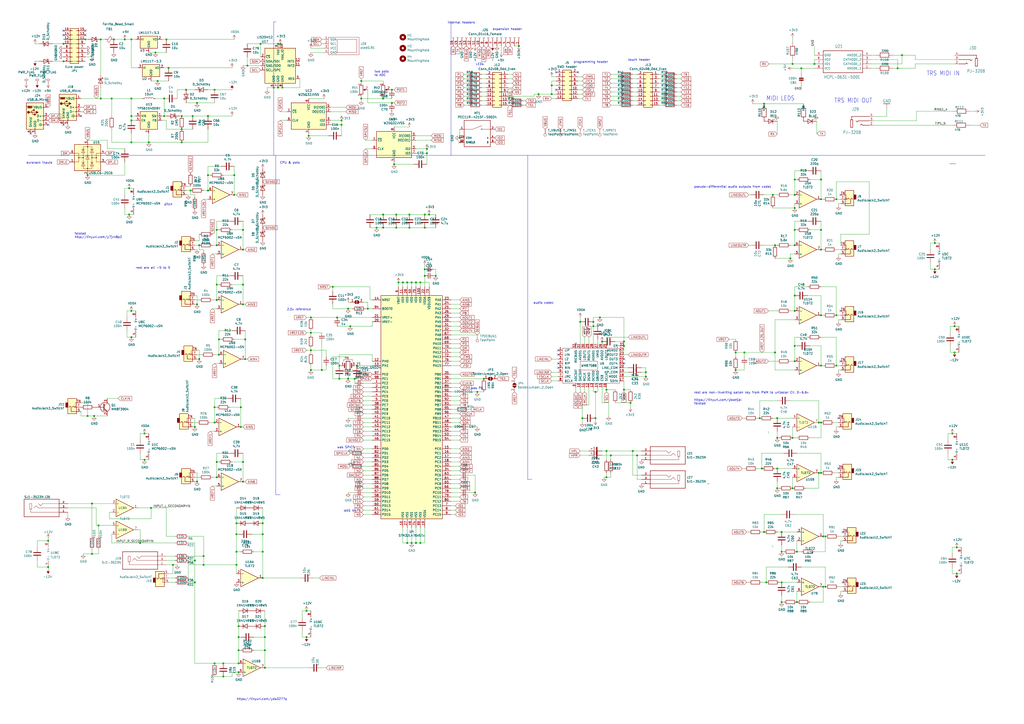
<source format=kicad_sch>
(kicad_sch (version 20230121) (generator eeschema)
  (paper "A2")
  (junction (at 50.8 241.3))
  (junction (at 458.47 149.86))
  (junction (at 300.99 26.67))
  (junction (at 138.43 389.89))
  (junction (at 81.28 314.96))
  (junction (at 127 196.85))
  (junction (at 237.49 132.08))
  (junction (at 227.33 52.07))
  (junction (at 476.25 133.35))
  (junction (at 76.2 180.34))
  (junction (at 476.25 182.88))
  (junction (at 247.65 86.36))
  (junction (at 125.73 133.35))
  (junction (at 58.42 57.15))
  (junction (at 453.39 320.04))
  (junction (at 142.24 208.28))
  (junction (at 523.24 32.004))
  (junction (at 248.92 124.46))
  (junction (at 162.56 25.4))
  (junction (at 374.65 215.9))
  (junction (at 27.94 328.93))
  (junction (at 143.51 38.1))
  (junction (at 57.15 304.8))
  (junction (at 246.38 160.02))
  (junction (at 163.83 50.8))
  (junction (at 180.34 214.63))
  (junction (at 361.95 226.06))
  (junction (at 36.83 35.56))
  (junction (at 476.25 274.32))
  (junction (at 195.58 184.15))
  (junction (at 205.74 219.71))
  (junction (at 365.76 233.68))
  (junction (at 96.52 22.86))
  (junction (at 354.33 264.16))
  (junction (at 129.54 392.43))
  (junction (at 459.74 254))
  (junction (at 153.67 369.57))
  (junction (at 153.67 377.19))
  (junction (at 113.03 325.12))
  (junction (at 246.38 124.46))
  (junction (at 236.22 314.96))
  (junction (at 461.01 171.45))
  (junction (at 449.58 204.47))
  (junction (at 462.28 320.04))
  (junction (at 554.99 332.74))
  (junction (at 114.3 59.69))
  (junction (at 243.84 314.96))
  (junction (at 53.34 321.31))
  (junction (at 138.43 363.22))
  (junction (at 276.86 227.33))
  (junction (at 227.33 59.69))
  (junction (at 553.72 204.47))
  (junction (at 461.01 113.03))
  (junction (at 125.73 173.99))
  (junction (at 213.36 179.07))
  (junction (at 120.65 110.49))
  (junction (at 115.57 208.28))
  (junction (at 158.75 50.8))
  (junction (at 477.52 340.36))
  (junction (at 124.46 245.11))
  (junction (at 90.17 30.48))
  (junction (at 450.85 242.57))
  (junction (at 125.73 142.24))
  (junction (at 459.74 37.084))
  (junction (at 66.04 22.86))
  (junction (at 542.29 140.97))
  (junction (at 485.14 212.09))
  (junction (at 151.13 25.4))
  (junction (at 337.82 242.57))
  (junction (at 140.97 144.78))
  (junction (at 443.23 60.198))
  (junction (at 50.8 101.6))
  (junction (at 218.44 132.08))
  (junction (at 349.25 198.12))
  (junction (at 552.45 251.46))
  (junction (at 137.16 303.53))
  (junction (at 27.94 313.69))
  (junction (at 76.2 82.55))
  (junction (at 177.8 369.57))
  (junction (at 231.14 163.83))
  (junction (at 91.44 46.99))
  (junction (at 553.72 189.23))
  (junction (at 198.12 69.85))
  (junction (at 450.85 254))
  (junction (at 552.45 266.7))
  (junction (at 125.73 165.1))
  (junction (at 140.97 133.35))
  (junction (at 161.29 50.8))
  (junction (at 367.03 261.62))
  (junction (at 196.85 219.71))
  (junction (at 238.76 314.96))
  (junction (at 110.49 110.49))
  (junction (at 462.28 349.25))
  (junction (at 118.11 327.66))
  (junction (at 241.3 163.83))
  (junction (at 198.12 72.39))
  (junction (at 53.34 292.1))
  (junction (at 129.54 384.81))
  (junction (at 476.25 245.11))
  (junction (at 222.25 124.46))
  (junction (at 485.14 182.88))
  (junction (at 180.34 193.04))
  (junction (at 186.69 214.63))
  (junction (at 137.16 309.88))
  (junction (at 461.01 200.66))
  (junction (at 100.33 327.66))
  (junction (at 478.79 340.36))
  (junction (at 111.76 67.31))
  (junction (at 369.57 264.16))
  (junction (at 312.42 54.61))
  (junction (at 450.85 283.21))
  (junction (at 351.79 261.62))
  (junction (at 229.87 132.08))
  (junction (at 125.73 267.97))
  (junction (at 361.95 200.66))
  (junction (at 461.01 180.34))
  (junction (at 179.07 78.74))
  (junction (at 114.3 176.53))
  (junction (at 105.41 82.55))
  (junction (at 476.25 104.14))
  (junction (at 461.01 133.35))
  (junction (at 76.2 57.15))
  (junction (at 54.61 241.3))
  (junction (at 459.74 283.21))
  (junction (at 127 205.74))
  (junction (at 180.34 184.15))
  (junction (at 228.6 95.25))
  (junction (at 86.36 82.55))
  (junction (at 152.4 303.53))
  (junction (at 280.67 219.71))
  (junction (at 97.79 39.37))
  (junction (at 472.44 37.084))
  (junction (at 448.31 113.03))
  (junction (at 201.93 219.71))
  (junction (at 449.58 142.24))
  (junction (at 114.3 279.4))
  (junction (at 177.8 354.33))
  (junction (at 105.41 74.93))
  (junction (at 87.63 294.64))
  (junction (at 426.72 204.47))
  (junction (at 125.73 276.86))
  (junction (at 124.46 384.81))
  (junction (at 426.72 214.63))
  (junction (at 76.2 67.31))
  (junction (at 246.38 156.21))
  (junction (at 345.44 227.33))
  (junction (at 76.2 69.85))
  (junction (at 444.5 337.82))
  (junction (at 246.38 132.08))
  (junction (at 153.67 387.35))
  (junction (at 113.03 247.65))
  (junction (at 453.39 308.61))
  (junction (at 138.43 384.81))
  (junction (at 76.2 195.58))
  (junction (at 105.41 67.31))
  (junction (at 152.4 309.88))
  (junction (at 95.25 67.31))
  (junction (at 345.44 242.57))
  (junction (at 464.82 39.624))
  (junction (at 474.98 274.32))
  (junction (at 201.93 179.07))
  (junction (at 431.8 204.47))
  (junction (at 243.84 163.83))
  (junction (at 320.04 54.61))
  (junction (at 461.01 209.55))
  (junction (at 203.2 189.23))
  (junction (at 76.2 22.86))
  (junction (at 554.99 317.5))
  (junction (at 139.7 247.65))
  (junction (at 485.14 115.57))
  (junction (at 72.39 22.86))
  (junction (at 64.77 57.15))
  (junction (at 474.98 245.11))
  (junction (at 83.82 266.7))
  (junction (at 461.01 142.24))
  (junction (at 137.16 327.66))
  (junction (at 450.85 271.78))
  (junction (at 83.82 251.46))
  (junction (at 153.67 363.22))
  (junction (at 137.16 320.04))
  (junction (at 520.7 39.624))
  (junction (at 222.25 132.08))
  (junction (at 222.25 57.15))
  (junction (at 453.39 337.82))
  (junction (at 152.4 320.04))
  (junction (at 361.95 198.12))
  (junction (at 351.79 226.06))
  (junction (at 36.83 25.4))
  (junction (at 113.03 337.82))
  (junction (at 247.65 88.9))
  (junction (at 138.43 377.19))
  (junction (at 209.55 57.15))
  (junction (at 320.04 49.53))
  (junction (at 180.34 203.2))
  (junction (at 229.87 124.46))
  (junction (at 115.57 142.24))
  (junction (at 152.4 335.28))
  (junction (at 252.73 160.02))
  (junction (at 443.23 308.61))
  (junction (at 266.7 80.01))
  (junction (at 236.22 163.83))
  (junction (at 120.65 67.31))
  (junction (at 161.29 25.4))
  (junction (at 135.89 113.03))
  (junction (at 477.52 311.15))
  (junction (at 74.93 124.46))
  (junction (at 135.89 101.6))
  (junction (at 347.98 184.15))
  (junction (at 58.42 22.86))
  (junction (at 207.01 212.09))
  (junction (at 542.29 156.21))
  (junction (at 275.59 285.75))
  (junction (at 140.97 165.1))
  (junction (at 344.17 186.69))
  (junction (at 124.46 236.22))
  (junction (at 344.17 189.23))
  (junction (at 74.93 109.22))
  (junction (at 238.76 163.83))
  (junction (at 107.95 52.07))
  (junction (at 478.79 311.15))
  (junction (at 196.85 212.09))
  (junction (at 453.39 349.25))
  (junction (at 140.97 176.53))
  (junction (at 139.7 236.22))
  (junction (at 138.43 369.57))
  (junction (at 440.69 242.57))
  (junction (at 142.24 196.85))
  (junction (at 351.79 276.86))
  (junction (at 95.25 57.15))
  (junction (at 374.65 218.44))
  (junction (at 461.01 104.14))
  (junction (at 118.11 322.58))
  (junction (at 124.46 52.07))
  (junction (at 461.01 120.65))
  (junction (at 140.97 267.97))
  (junction (at 476.25 144.78))
  (junction (at 241.3 314.96))
  (junction (at 336.55 186.69))
  (junction (at 49.53 22.86))
  (junction (at 476.25 115.57))
  (junction (at 193.04 166.37))
  (junction (at 233.68 163.83))
  (junction (at 140.97 279.4))
  (junction (at 441.96 271.78))
  (junction (at 237.49 124.46))
  (junction (at 476.25 212.09))
  (junction (at 120.65 101.6))
  (junction (at 209.55 46.99))
  (no_connect (at 17.78 77.47))
  (no_connect (at 36.83 72.39))
  (no_connect (at 488.95 337.82))
  (no_connect (at 266.7 82.55))
  (no_connect (at 36.83 17.78))
  (no_connect (at 487.68 113.03))
  (no_connect (at 46.99 67.31))
  (no_connect (at 36.83 20.32))
  (no_connect (at 361.95 208.28))
  (no_connect (at 49.53 17.78))
  (no_connect (at 322.58 52.07))
  (no_connect (at 486.41 242.57))
  (no_connect (at 488.95 308.61))
  (no_connect (at 334.01 199.39))
  (no_connect (at 322.58 41.91))
  (no_connect (at 487.68 209.55))
  (no_connect (at 323.85 205.74))
  (no_connect (at 486.41 271.78))
  (no_connect (at 323.85 213.36))
  (no_connect (at 49.53 20.32))
  (no_connect (at 361.95 210.82))
  (no_connect (at 323.85 210.82))
  (no_connect (at 27.94 72.39))
  (no_connect (at 487.68 180.34))
  (no_connect (at 335.28 41.91))
  (no_connect (at 323.85 203.2))
  (wire (pts (xy 120.65 96.52) (xy 120.65 101.6)))
  (wire (pts (xy 210.82 273.05) (xy 215.9 273.05)))
  (wire (pts (xy 382.27 53.34) (xy 384.81 53.34)))
  (wire (pts (xy 461.01 209.55) (xy 461.01 200.66)))
  (wire (pts (xy 241.3 314.96) (xy 243.84 314.96)))
  (wire (pts (xy 53.34 318.77) (xy 53.34 321.31)))
  (wire (pts (xy 153.67 387.35) (xy 179.07 387.35)))
  (wire (pts (xy 125.73 173.99) (xy 125.73 165.1)))
  (wire (pts (xy 97.79 337.82) (xy 101.6 337.82)))
  (wire (pts (xy 261.62 196.85) (xy 266.7 196.85)))
  (wire (pts (xy 553.72 204.47) (xy 551.18 204.47)))
  (wire (pts (xy 140.97 165.1) (xy 140.97 176.53)))
  (wire (pts (xy 123.19 142.24) (xy 125.73 142.24)))
  (wire (pts (xy 565.404 64.516) (xy 562.864 64.516)) (stroke (width 0.1524)))
  (wire (pts (xy 261.62 176.53) (xy 266.7 176.53)))
  (wire (pts (xy 76.2 67.31) (xy 76.2 57.15)))
  (wire (pts (xy 210.82 242.57) (xy 215.9 242.57)))
  (wire (pts (xy 485.14 212.09) (xy 487.68 212.09)))
  (wire (pts (xy 134.62 392.43) (xy 134.62 389.89)))
  (wire (pts (xy 142.24 279.4) (xy 140.97 279.4)))
  (wire (pts (xy 464.82 39.624) (xy 472.44 39.624)) (stroke (width 0.1524)))
  (wire (pts (xy 76.2 195.58) (xy 78.74 195.58)))
  (wire (pts (xy 434.34 142.24) (xy 435.61 142.24)))
  (wire (pts (xy 462.28 313.69) (xy 462.28 320.04)))
  (wire (pts (xy 486.41 214.63) (xy 486.41 215.9)))
  (wire (pts (xy 213.36 179.07) (xy 215.9 179.07)))
  (wire (pts (xy 113.03 274.32) (xy 114.3 274.32)))
  (wire (pts (xy 394.97 48.26) (xy 392.43 48.26)))
  (wire (pts (xy 344.17 199.39) (xy 344.17 189.23)))
  (wire (pts (xy 175.26 369.57) (xy 175.26 365.76)))
  (wire (pts (xy 125.73 128.27) (xy 125.73 133.35)))
  (wire (pts (xy 118.11 110.49) (xy 120.65 110.49)))
  (wire (pts (xy 351.79 199.39) (xy 351.79 195.58)))
  (wire (pts (xy 461.01 120.65) (xy 461.01 118.11)))
  (wire (pts (xy 64.77 82.55) (xy 76.2 82.55)))
  (wire (pts (xy 113.03 139.7) (xy 115.57 139.7)))
  (wire (pts (xy 487.68 214.63) (xy 486.41 214.63)))
  (wire (pts (xy 261.62 186.69) (xy 266.7 186.69)))
  (wire (pts (xy 114.3 144.78) (xy 113.03 144.78)))
  (wire (pts (xy 210.82 275.59) (xy 215.9 275.59)))
  (wire (pts (xy 476.25 200.66) (xy 476.25 212.09)))
  (wire (pts (xy 458.47 180.34) (xy 461.01 180.34)))
  (wire (pts (xy 487.68 147.32) (xy 486.41 147.32)))
  (wire (pts (xy 138.43 369.57) (xy 139.7 369.57)))
  (wire (pts (xy 486.41 340.36) (xy 488.95 340.36)))
  (wire (pts (xy 186.69 214.63) (xy 180.34 214.63)))
  (wire (pts (xy 369.57 53.34) (xy 367.03 53.34)))
  (wire (pts (xy 226.06 52.07) (xy 227.33 52.07)))
  (wire (pts (xy 111.76 74.93) (xy 105.41 74.93)))
  (wire (pts (xy 246.38 156.21) (xy 246.38 153.67)))
  (wire (pts (xy 468.63 195.58) (xy 461.01 195.58)))
  (polyline (pts (xy 261.62 90.17) (xy 261.62 12.7)))
  (wire (pts (xy 113.03 52.07) (xy 107.95 52.07)))
  (wire (pts (xy 551.18 204.47) (xy 551.18 200.66)))
  (wire (pts (xy 336.55 264.16) (xy 341.63 264.16)))
  (wire (pts (xy 109.22 113.03) (xy 107.95 113.03)))
  (wire (pts (xy 441.96 271.78) (xy 439.42 271.78)))
  (wire (pts (xy 520.7 34.544) (xy 520.7 39.624)) (stroke (width 0.1524)))
  (wire (pts (xy 137.16 309.88) (xy 137.16 303.53)))
  (wire (pts (xy 474.98 283.21) (xy 474.98 274.32)))
  (wire (pts (xy 431.8 271.78) (xy 430.53 271.78)))
  (wire (pts (xy 203.2 175.26) (xy 201.93 175.26)))
  (wire (pts (xy 210.82 262.89) (xy 215.9 262.89)))
  (wire (pts (xy 453.39 308.61) (xy 462.28 308.61)))
  (wire (pts (xy 554.99 317.5) (xy 557.53 317.5)))
  (wire (pts (xy 261.62 262.89) (xy 266.7 262.89)))
  (wire (pts (xy 227.33 52.07) (xy 228.6 52.07)))
  (wire (pts (xy 345.44 227.33) (xy 345.44 242.57)))
  (wire (pts (xy 109.22 335.28) (xy 109.22 327.66)))
  (wire (pts (xy 124.46 210.82) (xy 127 210.82)))
  (wire (pts (xy 128.27 96.52) (xy 120.65 96.52)))
  (wire (pts (xy 518.16 39.624) (xy 520.7 39.624)) (stroke (width 0.1524)))
  (wire (pts (xy 180.34 193.04) (xy 177.8 193.04)))
  (wire (pts (xy 394.97 58.42) (xy 392.43 58.42)))
  (wire (pts (xy 177.8 184.15) (xy 180.34 184.15)))
  (wire (pts (xy 297.18 45.72) (xy 294.64 45.72)))
  (wire (pts (xy 209.55 46.99) (xy 209.55 48.26)))
  (wire (pts (xy 261.62 199.39) (xy 266.7 199.39)))
  (wire (pts (xy 109.22 322.58) (xy 118.11 322.58)))
  (wire (pts (xy 450.85 242.57) (xy 459.74 242.57)))
  (wire (pts (xy 539.75 140.97) (xy 542.29 140.97)))
  (wire (pts (xy 238.76 306.07) (xy 238.76 314.96)))
  (wire (pts (xy 369.57 264.16) (xy 369.57 278.13)))
  (wire (pts (xy 241.3 306.07) (xy 241.3 314.96)))
  (wire (pts (xy 137.16 332.74) (xy 137.16 327.66)))
  (wire (pts (xy 81.28 251.46) (xy 83.82 251.46)))
  (wire (pts (xy 233.68 314.96) (xy 233.68 306.07)))
  (wire (pts (xy 443.23 298.45) (xy 443.23 308.61)))
  (wire (pts (xy 96.52 30.48) (xy 90.17 30.48)))
  (wire (pts (xy 193.04 219.71) (xy 196.85 219.71)))
  (wire (pts (xy 449.58 204.47) (xy 449.58 185.42)))
  (wire (pts (xy 322.58 44.45) (xy 320.04 44.45)))
  (wire (pts (xy 213.36 52.07) (xy 213.36 59.69)))
  (wire (pts (xy 97.79 332.74) (xy 100.33 332.74)))
  (wire (pts (xy 236.22 314.96) (xy 233.68 314.96)))
  (wire (pts (xy 514.35 67.564) (xy 514.35 62.738)) (stroke (width 0.1524)))
  (wire (pts (xy 129.54 101.6) (xy 135.89 101.6)))
  (wire (pts (xy 551.18 193.04) (xy 551.18 189.23)))
  (wire (pts (xy 261.62 173.99) (xy 266.7 173.99)))
  (wire (pts (xy 210.82 255.27) (xy 215.9 255.27)))
  (wire (pts (xy 461.01 298.45) (xy 477.52 298.45)))
  (wire (pts (xy 261.62 209.55) (xy 266.7 209.55)))
  (wire (pts (xy 205.74 212.09) (xy 207.01 212.09)))
  (wire (pts (xy 63.5 297.18) (xy 64.77 297.18)))
  (wire (pts (xy 218.44 132.08) (xy 222.25 132.08)))
  (wire (pts (xy 210.82 229.87) (xy 215.9 229.87)))
  (wire (pts (xy 382.27 58.42) (xy 384.81 58.42)))
  (wire (pts (xy 64.77 314.96) (xy 81.28 314.96)))
  (wire (pts (xy 281.94 43.18) (xy 279.4 43.18)))
  (wire (pts (xy 476.25 128.27) (xy 476.25 133.35)))
  (wire (pts (xy 127 191.77) (xy 127 196.85)))
  (wire (pts (xy 459.74 276.86) (xy 459.74 283.21)))
  (wire (pts (xy 229.87 124.46) (xy 237.49 124.46)))
  (wire (pts (xy 78.74 69.85) (xy 76.2 69.85)))
  (wire (pts (xy 36.83 22.86) (xy 49.53 22.86)))
  (wire (pts (xy 452.12 337.82) (xy 453.39 337.82)))
  (wire (pts (xy 369.57 48.26) (xy 367.03 48.26)))
  (wire (pts (xy 271.78 247.65) (xy 276.86 247.65)))
  (wire (pts (xy 364.49 205.74) (xy 361.95 205.74)))
  (polyline (pts (xy 16.51 90.17) (xy 571.5 90.17)))
  (wire (pts (xy 367.03 275.59) (xy 367.03 261.62)))
  (wire (pts (xy 195.58 184.15) (xy 215.9 184.15)))
  (wire (pts (xy 105.41 74.93) (xy 96.52 74.93)))
  (wire (pts (xy 450.85 271.78) (xy 459.74 271.78)))
  (wire (pts (xy 109.22 314.96) (xy 113.03 314.96)))
  (wire (pts (xy 129.54 384.81) (xy 138.43 384.81)))
  (wire (pts (xy 453.39 298.45) (xy 443.23 298.45)))
  (wire (pts (xy 472.44 32.004) (xy 472.44 26.924)) (stroke (width 0.1524)))
  (wire (pts (xy 210.82 270.51) (xy 215.9 270.51)))
  (wire (pts (xy 461.01 128.27) (xy 461.01 133.35)))
  (wire (pts (xy 74.93 124.46) (xy 77.47 124.46)))
  (wire (pts (xy 152.4 303.53) (xy 152.4 309.88)))
  (wire (pts (xy 350.52 276.86) (xy 351.79 276.86)))
  (wire (pts (xy 530.86 32.004) (xy 530.86 34.544)) (stroke (width 0.1524)))
  (wire (pts (xy 30.48 35.56) (xy 36.83 35.56)))
  (wire (pts (xy 201.93 219.71) (xy 201.93 217.17)))
  (wire (pts (xy 477.52 115.57) (xy 476.25 115.57)))
  (wire (pts (xy 458.47 209.55) (xy 461.01 209.55)))
  (wire (pts (xy 322.58 54.61) (xy 320.04 54.61)))
  (wire (pts (xy 73.66 195.58) (xy 76.2 195.58)))
  (wire (pts (xy 539.75 156.21) (xy 539.75 152.4)))
  (wire (pts (xy 210.82 222.25) (xy 215.9 222.25)))
  (wire (pts (xy 100.33 327.66) (xy 102.87 327.66)))
  (wire (pts (xy 448.31 120.65) (xy 461.01 120.65)))
  (wire (pts (xy 179.07 78.74) (xy 190.5 78.74)))
  (wire (pts (xy 114.3 203.2) (xy 115.57 203.2)))
  (wire (pts (xy 487.68 118.11) (xy 486.41 118.11)))
  (wire (pts (xy 127 196.85) (xy 128.27 196.85)))
  (wire (pts (xy 261.62 219.71) (xy 280.67 219.71)))
  (wire (pts (xy 162.56 69.85) (xy 166.37 69.85)))
  (wire (pts (xy 123.19 276.86) (xy 125.73 276.86)))
  (wire (pts (xy 336.55 261.62) (xy 341.63 261.62)))
  (wire (pts (xy 113.03 173.99) (xy 115.57 173.99)))
  (wire (pts (xy 227.33 59.69) (xy 228.6 59.69)))
  (wire (pts (xy 101.6 311.15) (xy 96.52 311.15)))
  (wire (pts (xy 153.67 363.22) (xy 153.67 369.57)))
  (wire (pts (xy 344.17 186.69) (xy 344.17 184.15)))
  (wire (pts (xy 124.46 384.81) (xy 129.54 384.81)))
  (wire (pts (xy 448.31 317.5) (xy 448.31 316.23)))
  (wire (pts (xy 138.43 369.57) (xy 138.43 363.22)))
  (wire (pts (xy 461.01 142.24) (xy 461.01 133.35)))
  (wire (pts (xy 83.82 251.46) (xy 86.36 251.46)))
  (wire (pts (xy 485.14 144.78) (xy 487.68 144.78)))
  (wire (pts (xy 505.46 39.624) (xy 508 39.624)) (stroke (width 0.1524)))
  (wire (pts (xy 93.98 22.86) (xy 96.52 22.86)))
  (wire (pts (xy 443.23 60.198) (xy 466.09 60.198)) (stroke (width 0.1524)))
  (wire (pts (xy 356.87 198.12) (xy 361.95 198.12)))
  (wire (pts (xy 261.62 242.57) (xy 266.7 242.57)))
  (wire (pts (xy 261.62 288.29) (xy 266.7 288.29)))
  (wire (pts (xy 449.58 185.42) (xy 461.01 185.42)))
  (wire (pts (xy 458.47 149.86) (xy 458.47 147.32)))
  (wire (pts (xy 76.2 39.37) (xy 76.2 22.86)))
  (wire (pts (xy 468.63 166.37) (xy 461.01 166.37)))
  (wire (pts (xy 53.34 33.02) (xy 49.53 33.02)))
  (wire (pts (xy 114.3 205.74) (xy 116.84 205.74)))
  (wire (pts (xy 72.39 22.86) (xy 76.2 22.86)))
  (wire (pts (xy 196.85 205.74) (xy 215.9 205.74)))
  (wire (pts (xy 271.78 53.34) (xy 269.24 53.34)))
  (wire (pts (xy 115.57 135.89) (xy 115.57 139.7)))
  (wire (pts (xy 505.46 37.084) (xy 523.24 37.084)) (stroke (width 0.1524)))
  (wire (pts (xy 111.76 67.31) (xy 120.65 67.31)))
  (wire (pts (xy 335.28 44.45) (xy 337.82 44.45)))
  (wire (pts (xy 137.16 327.66) (xy 137.16 320.04)))
  (wire (pts (xy 123.19 147.32) (xy 125.73 147.32)))
  (wire (pts (xy 96.52 67.31) (xy 95.25 67.31)))
  (wire (pts (xy 180.34 30.48) (xy 187.96 30.48)))
  (wire (pts (xy 476.25 171.45) (xy 476.25 182.88)))
  (wire (pts (xy 173.99 45.72) (xy 173.99 50.8)))
  (polyline (pts (xy 306.07 90.17) (xy 306.07 278.13)))
  (wire (pts (xy 163.83 50.8) (xy 161.29 50.8)))
  (wire (pts (xy 552.45 251.46) (xy 554.99 251.46)))
  (wire (pts (xy 114.3 279.4) (xy 113.03 279.4)))
  (wire (pts (xy 118.11 322.58) (xy 118.11 327.66)))
  (wire (pts (xy 453.39 337.82) (xy 462.28 337.82)))
  (wire (pts (xy 476.25 274.32) (xy 474.98 274.32)))
  (wire (pts (xy 215.9 186.69) (xy 215.9 189.23)))
  (wire (pts (xy 446.024 37.084) (xy 459.74 37.084)))
  (wire (pts (xy 468.63 99.06) (xy 461.01 99.06)))
  (wire (pts (xy 187.96 27.94) (xy 180.34 27.94)))
  (wire (pts (xy 384.81 45.72) (xy 382.27 45.72)))
  (wire (pts (xy 468.63 171.45) (xy 476.25 171.45)))
  (wire (pts (xy 468.63 128.27) (xy 461.01 128.27)))
  (wire (pts (xy 151.13 25.4) (xy 143.51 25.4)))
  (wire (pts (xy 453.39 320.04) (xy 454.66 320.04)))
  (wire (pts (xy 367.03 60.96) (xy 369.57 60.96)))
  (wire (pts (xy 320.04 208.28) (xy 323.85 208.28)))
  (wire (pts (xy 336.55 224.79) (xy 336.55 227.33)))
  (wire (pts (xy 138.43 377.19) (xy 138.43 369.57)))
  (wire (pts (xy 486.41 247.65) (xy 485.14 247.65)))
  (wire (pts (xy 76.2 77.47) (xy 76.2 82.55)))
  (wire (pts (xy 478.79 320.04) (xy 478.79 311.15)))
  (wire (pts (xy 76.2 57.15) (xy 82.55 57.15)))
  (wire (pts (xy 448.31 242.57) (xy 450.85 242.57)))
  (wire (pts (xy 261.62 212.09) (xy 266.7 212.09)))
  (wire (pts (xy 124.46 52.07) (xy 120.65 52.07)))
  (wire (pts (xy 46.99 62.23) (xy 48.26 62.23)))
  (wire (pts (xy 107.95 107.95) (xy 110.49 107.95)))
  (wire (pts (xy 440.69 232.41) (xy 440.69 242.57)))
  (wire (pts (xy 450.85 232.41) (xy 440.69 232.41)))
  (wire (pts (xy 210.82 293.37) (xy 215.9 293.37)))
  (wire (pts (xy 279.4 50.8) (xy 281.94 50.8)))
  (wire (pts (xy 237.49 124.46) (xy 246.38 124.46)))
  (wire (pts (xy 97.79 335.28) (xy 101.6 335.28)))
  (wire (pts (xy 349.25 224.79) (xy 349.25 233.68)))
  (wire (pts (xy 351.79 226.06) (xy 351.79 224.79)))
  (wire (pts (xy 459.74 39.624) (xy 464.82 39.624)) (stroke (width 0.1524)))
  (wire (pts (xy 118.11 144.78) (xy 118.11 146.05)))
  (wire (pts (xy 20.32 25.4) (xy 22.86 25.4)))
  (wire (pts (xy 58.42 43.18) (xy 58.42 22.86)))
  (wire (pts (xy 123.19 173.99) (xy 125.73 173.99)))
  (wire (pts (xy 198.12 72.39) (xy 198.12 78.74)))
  (wire (pts (xy 196.85 219.71) (xy 201.93 219.71)))
  (wire (pts (xy 180.34 203.2) (xy 180.34 201.93)))
  (wire (pts (xy 76.2 180.34) (xy 78.74 180.34)))
  (wire (pts (xy 426.72 214.63) (xy 431.8 214.63)))
  (wire (pts (xy 553.72 189.23) (xy 556.26 189.23)))
  (wire (pts (xy 449.58 149.86) (xy 458.47 149.86)))
  (wire (pts (xy 441.96 262.89) (xy 441.96 271.78)))
  (wire (pts (xy 346.71 189.23) (xy 344.17 189.23)))
  (wire (pts (xy 549.91 251.46) (xy 552.45 251.46)))
  (wire (pts (xy 215.9 205.74) (xy 215.9 209.55)))
  (wire (pts (xy 133.35 262.89) (xy 125.73 262.89)))
  (wire (pts (xy 180.34 203.2) (xy 177.8 203.2)))
  (wire (pts (xy 279.4 55.88) (xy 281.94 55.88)))
  (wire (pts (xy 349.25 261.62) (xy 351.79 261.62)))
  (wire (pts (xy 81.28 307.34) (xy 81.28 314.96)))
  (wire (pts (xy 179.07 57.15) (xy 187.96 57.15)))
  (wire (pts (xy 445.77 209.55) (xy 450.85 209.55)))
  (wire (pts (xy 458.47 147.32) (xy 461.01 147.32)))
  (wire (pts (xy 281.94 58.42) (xy 279.4 58.42)))
  (wire (pts (xy 113.03 142.24) (xy 115.57 142.24)))
  (wire (pts (xy 121.92 250.19) (xy 124.46 250.19)))
  (wire (pts (xy 96.52 74.93) (xy 96.52 69.85)))
  (wire (pts (xy 95.25 67.31) (xy 93.98 67.31)))
  (wire (pts (xy 351.79 261.62) (xy 367.03 261.62)))
  (wire (pts (xy 81.28 266.7) (xy 83.82 266.7)))
  (wire (pts (xy 214.63 132.08) (xy 218.44 132.08)))
  (wire (pts (xy 212.09 81.28) (xy 215.9 81.28)))
  (wire (pts (xy 129.54 392.43) (xy 134.62 392.43)))
  (wire (pts (xy 354.33 43.18) (xy 359.41 43.18)))
  (wire (pts (xy 222.25 57.15) (xy 222.25 55.88)))
  (wire (pts (xy 351.79 226.06) (xy 356.87 226.06)))
  (wire (pts (xy 152.4 320.04) (xy 147.32 320.04)))
  (wire (pts (xy 143.51 208.28) (xy 142.24 208.28)))
  (wire (pts (xy 487.68 313.69) (xy 487.68 314.96)))
  (wire (pts (xy 271.78 275.59) (xy 275.59 275.59)))
  (wire (pts (xy 369.57 58.42) (xy 367.03 58.42)))
  (wire (pts (xy 222.25 132.08) (xy 229.87 132.08)))
  (wire (pts (xy 81.28 255.27) (xy 81.28 251.46)))
  (wire (pts (xy 530.86 39.624) (xy 530.86 37.084)) (stroke (width 0.1524)))
  (wire (pts (xy 485.14 276.86) (xy 485.14 278.13)))
  (wire (pts (xy 53.34 292.1) (xy 64.77 292.1)))
  (wire (pts (xy 392.43 45.72) (xy 394.97 45.72)))
  (polyline (pts (xy 158.75 12.7) (xy 160.02 12.7)))
  (wire (pts (xy 124.46 231.14) (xy 124.46 236.22)))
  (wire (pts (xy 198.12 69.85) (xy 191.77 69.85)))
  (wire (pts (xy 180.34 191.77) (xy 180.34 193.04)))
  (wire (pts (xy 361.95 184.15) (xy 347.98 184.15)))
  (wire (pts (xy 359.41 55.88) (xy 354.33 55.88)))
  (wire (pts (xy 486.41 118.11) (xy 486.41 119.38)))
  (wire (pts (xy 337.82 242.57) (xy 337.82 245.11)))
  (wire (pts (xy 248.92 124.46) (xy 252.73 124.46)))
  (wire (pts (xy 175.26 358.14) (xy 175.26 354.33)))
  (wire (pts (xy 426.72 207.01) (xy 426.72 204.47)))
  (wire (pts (xy 552.45 321.31) (xy 552.45 317.5)))
  (wire (pts (xy 137.16 320.04) (xy 137.16 309.88)))
  (wire (pts (xy 46.99 233.68) (xy 50.8 233.68)))
  (wire (pts (xy 349.25 198.12) (xy 349.25 199.39)))
  (wire (pts (xy 96.52 294.64) (xy 87.63 294.64)))
  (wire (pts (xy 87.63 300.99) (xy 63.5 300.99)))
  (polyline (pts (xy 160.02 90.17) (xy 160.02 287.02)))
  (wire (pts (xy 115.57 203.2) (xy 115.57 208.28)))
  (wire (pts (xy 125.73 160.02) (xy 125.73 165.1)))
  (wire (pts (xy 139.7 236.22) (xy 139.7 247.65)))
  (wire (pts (xy 140.97 247.65) (xy 139.7 247.65)))
  (wire (pts (xy 231.14 163.83) (xy 233.68 163.83)))
  (wire (pts (xy 135.89 96.52) (xy 135.89 101.6)))
  (wire (pts (xy 361.95 200.66) (xy 361.95 203.2)))
  (wire (pts (xy 105.41 67.31) (xy 111.76 67.31)))
  (wire (pts (xy 210.82 232.41) (xy 215.9 232.41)))
  (wire (pts (xy 485.14 195.58) (xy 485.14 212.09)))
  (wire (pts (xy 261.62 260.35) (xy 266.7 260.35)))
  (wire (pts (xy 177.8 369.57) (xy 175.26 369.57)))
  (wire (pts (xy 312.42 54.61) (xy 320.04 54.61)))
  (wire (pts (xy 444.5 328.93) (xy 444.5 337.82)))
  (wire (pts (xy 62.23 81.28) (xy 62.23 86.36)))
  (wire (pts (xy 467.36 283.21) (xy 474.98 283.21)))
  (wire (pts (xy 95.25 39.37) (xy 97.79 39.37)))
  (wire (pts (xy 474.98 232.41) (xy 474.98 245.11)))
  (wire (pts (xy 114.3 171.45) (xy 114.3 176.53)))
  (wire (pts (xy 523.24 32.004) (xy 518.16 32.004)) (stroke (width 0.1524)))
  (wire (pts (xy 68.58 231.14) (xy 62.23 231.14)))
  (wire (pts (xy 210.82 280.67) (xy 215.9 280.67)))
  (wire (pts (xy 384.81 60.96) (xy 382.27 60.96)))
  (wire (pts (xy 64.77 309.88) (xy 64.77 314.96)))
  (wire (pts (xy 478.79 340.36) (xy 477.52 340.36)))
  (wire (pts (xy 151.13 38.1) (xy 143.51 38.1)))
  (wire (pts (xy 229.87 132.08) (xy 237.49 132.08)))
  (wire (pts (xy 210.82 290.83) (xy 215.9 290.83)))
  (wire (pts (xy 382.27 48.26) (xy 384.81 48.26)))
  (wire (pts (xy 441.96 262.89) (xy 454.66 262.89)))
  (wire (pts (xy 261.62 179.07) (xy 266.7 179.07)))
  (wire (pts (xy 214.63 124.46) (xy 222.25 124.46)))
  (wire (pts (xy 123.19 281.94) (xy 125.73 281.94)))
  (wire (pts (xy 118.11 115.57) (xy 120.65 115.57)))
  (wire (pts (xy 134.62 389.89) (xy 138.43 389.89)))
  (wire (pts (xy 353.06 233.68) (xy 353.06 241.3)))
  (wire (pts (xy 120.65 74.93) (xy 120.65 82.55)))
  (wire (pts (xy 487.68 342.9) (xy 487.68 344.17)))
  (wire (pts (xy 210.82 245.11) (xy 215.9 245.11)))
  (wire (pts (xy 125.73 267.97) (xy 127 267.97)))
  (wire (pts (xy 233.68 166.37) (xy 233.68 163.83)))
  (wire (pts (xy 461.01 195.58) (xy 461.01 200.66)))
  (wire (pts (xy 464.82 328.93) (xy 478.79 328.93)))
  (wire (pts (xy 114.3 59.69) (xy 124.46 59.69)))
  (wire (pts (xy 86.36 30.48) (xy 90.17 30.48)))
  (wire (pts (xy 359.41 60.96) (xy 354.33 60.96)))
  (wire (pts (xy 58.42 57.15) (xy 58.42 50.8)))
  (wire (pts (xy 303.53 60.96) (xy 304.8 60.96)))
  (wire (pts (xy 210.82 260.35) (xy 215.9 260.35)))
  (wire (pts (xy 261.62 234.95) (xy 266.7 234.95)))
  (wire (pts (xy 180.34 204.47) (xy 180.34 203.2)))
  (wire (pts (xy 269.24 50.8) (xy 271.78 50.8)))
  (wire (pts (xy 177.8 354.33) (xy 180.34 354.33)))
  (wire (pts (xy 450.85 70.358) (xy 450.85 77.724)) (stroke (width 0.1524)))
  (wire (pts (xy 461.01 171.45) (xy 461.01 180.34)))
  (wire (pts (xy 146.05 309.88) (xy 152.4 309.88)))
  (wire (pts (xy 76.2 39.37) (xy 80.01 39.37)))
  (wire (pts (xy 462.28 320.04) (xy 464.82 320.04)))
  (wire (pts (xy 125.73 165.1) (xy 127 165.1)))
  (wire (pts (xy 459.74 37.084) (xy 459.74 34.544)) (stroke (width 0.1524)))
  (wire (pts (xy 191.77 72.39) (xy 198.12 72.39)))
  (wire (pts (xy 488.95 313.69) (xy 487.68 313.69)))
  (wire (pts (xy 109.22 325.12) (xy 113.03 325.12)))
  (wire (pts (xy 36.83 25.4) (xy 49.53 25.4)))
  (wire (pts (xy 247.65 95.25) (xy 247.65 88.9)))
  (wire (pts (xy 123.19 179.07) (xy 125.73 179.07)))
  (wire (pts (xy 485.14 247.65) (xy 485.14 248.92)))
  (wire (pts (xy 276.86 227.33) (xy 280.67 227.33)))
  (wire (pts (xy 487.68 185.42) (xy 486.41 185.42)))
  (wire (pts (xy 504.19 105.41) (xy 504.19 135.89)))
  (wire (pts (xy 140.97 128.27) (xy 140.97 133.35)))
  (wire (pts (xy 477.52 349.25) (xy 477.52 340.36)))
  (wire (pts (xy 271.78 48.26) (xy 269.24 48.26)))
  (wire (pts (xy 544.83 156.21) (xy 542.29 156.21)))
  (wire (pts (xy 113.03 337.82) (xy 113.03 384.81)))
  (wire (pts (xy 556.26 204.47) (xy 553.72 204.47)))
  (wire (pts (xy 469.9 349.25) (xy 477.52 349.25)))
  (wire (pts (xy 180.34 212.09) (xy 180.34 214.63)))
  (wire (pts (xy 66.04 22.86) (xy 72.39 22.86)))
  (wire (pts (xy 461.01 104.14) (xy 462.28 104.14)))
  (wire (pts (xy 142.24 196.85) (xy 142.24 208.28)))
  (wire (pts (xy 261.62 232.41) (xy 266.7 232.41)))
  (wire (pts (xy 151.13 25.4) (xy 151.13 33.02)))
  (wire (pts (xy 102.87 57.15) (xy 102.87 52.07)))
  (wire (pts (xy 488.95 342.9) (xy 487.68 342.9)))
  (wire (pts (xy 554.99 266.7) (xy 552.45 266.7)))
  (wire (pts (xy 320.04 54.61) (xy 320.04 49.53)))
  (wire (pts (xy 189.23 214.63) (xy 186.69 214.63)))
  (wire (pts (xy 210.82 288.29) (xy 215.9 288.29)))
  (wire (pts (xy 354.33 266.7) (xy 354.33 264.16)))
  (wire (pts (xy 506.73 72.644) (xy 552.45 72.644)) (stroke (width 0.1524)))
  (wire (pts (xy 486.41 311.15) (xy 488.95 311.15)))
  (wire (pts (xy 236.22 166.37) (xy 236.22 163.83)))
  (wire (pts (xy 261.62 267.97) (xy 266.7 267.97)))
  (wire (pts (xy 241.3 163.83) (xy 243.84 163.83)))
  (wire (pts (xy 337.82 234.95) (xy 341.63 234.95)))
  (wire (pts (xy 113.03 171.45) (xy 114.3 171.45)))
  (wire (pts (xy 180.34 184.15) (xy 195.58 184.15)))
  (wire (pts (xy 261.62 280.67) (xy 266.7 280.67)))
  (wire (pts (xy 271.78 43.18) (xy 269.24 43.18)))
  (wire (pts (xy 193.04 207.01) (xy 193.04 219.71)))
  (wire (pts (xy 114.3 176.53) (xy 113.03 176.53)))
  (wire (pts (xy 142.24 176.53) (xy 140.97 176.53)))
  (wire (pts (xy 261.62 191.77) (xy 266.7 191.77)))
  (wire (pts (xy 477.52 212.09) (xy 476.25 212.09)))
  (wire (pts (xy 243.84 163.83) (xy 248.92 163.83)))
  (wire (pts (xy 135.89 196.85) (xy 142.24 196.85)))
  (wire (pts (xy 198.12 69.85) (xy 198.12 72.39)))
  (wire (pts (xy 469.9 200.66) (xy 476.25 200.66)))
  (wire (pts (xy 367.03 261.62) (xy 372.11 261.62)))
  (wire (pts (xy 320.04 49.53) (xy 320.04 46.99)))
  (wire (pts (xy 236.22 314.96) (xy 238.76 314.96)))
  (wire (pts (xy 461.01 133.35) (xy 462.28 133.35)))
  (wire (pts (xy 81.28 262.89) (xy 81.28 266.7)))
  (wire (pts (xy 154.94 50.8) (xy 154.94 52.07)))
  (wire (pts (xy 485.14 105.41) (xy 504.19 105.41)))
  (wire (pts (xy 21.59 328.93) (xy 27.94 328.93)))
  (wire (pts (xy 193.04 176.53) (xy 193.04 179.07)))
  (wire (pts (xy 459.74 37.084) (xy 472.44 37.084)) (stroke (width 0.1524)))
  (wire (pts (xy 462.28 342.9) (xy 462.28 349.25)))
  (wire (pts (xy 109.22 311.15) (xy 118.11 311.15)))
  (wire (pts (xy 210.82 247.65) (xy 215.9 247.65)))
  (wire (pts (xy 46.99 241.3) (xy 50.8 241.3)))
  (wire (pts (xy 444.5 337.82) (xy 441.96 337.82)))
  (wire (pts (xy 247.65 88.9) (xy 247.65 86.36)))
  (wire (pts (xy 309.88 54.61) (xy 312.42 54.61)))
  (wire (pts (xy 158.75 50.8) (xy 154.94 50.8)))
  (wire (pts (xy 443.23 142.24) (xy 449.58 142.24)))
  (wire (pts (xy 450.85 254) (xy 452.12 254)))
  (wire (pts (xy 261.62 295.91) (xy 264.16 295.91)))
  (wire (pts (xy 449.58 204.47) (xy 449.58 214.63)))
  (wire (pts (xy 252.73 156.21) (xy 251.46 156.21)))
  (wire (pts (xy 152.4 335.28) (xy 173.99 335.28)))
  (wire (pts (xy 212.09 86.36) (xy 215.9 86.36)))
  (wire (pts (xy 46.99 57.15) (xy 58.42 57.15)))
  (wire (pts (xy 367.03 45.72) (xy 369.57 45.72)))
  (wire (pts (xy 238.76 163.83) (xy 241.3 163.83)))
  (wire (pts (xy 207.01 212.09) (xy 215.9 212.09)))
  (wire (pts (xy 294.64 55.88) (xy 309.88 55.88)))
  (wire (pts (xy 201.93 219.71) (xy 205.74 219.71)))
  (wire (pts (xy 339.09 199.39) (xy 339.09 195.58)))
  (wire (pts (xy 337.82 234.95) (xy 337.82 242.57)))
  (wire (pts (xy 531.622 64.516) (xy 552.704 64.516)) (stroke (width 0.1524)))
  (wire (pts (xy 111.76 242.57) (xy 113.03 242.57)))
  (wire (pts (xy 450.85 283.21) (xy 452.12 283.21)))
  (wire (pts (xy 266.7 222.25) (xy 261.62 222.25)))
  (wire (pts (xy 450.85 308.61) (xy 453.39 308.61)))
  (wire (pts (xy 180.34 193.04) (xy 186.69 193.04)))
  (wire (pts (xy 261.62 245.11) (xy 266.7 245.11)))
  (wire (pts (xy 486.41 147.32) (xy 486.41 148.59)))
  (wire (pts (xy 96.52 322.58) (xy 101.6 322.58)))
  (wire (pts (xy 476.25 104.14) (xy 476.25 115.57)))
  (wire (pts (xy 453.39 345.44) (xy 453.39 349.25)))
  (wire (pts (xy 384.81 55.88) (xy 382.27 55.88)))
  (wire (pts (xy 485.14 166.37) (xy 485.14 182.88)))
  (wire (pts (xy 361.95 226.06) (xy 365.76 226.06)))
  (wire (pts (xy 431.8 204.47) (xy 449.58 204.47)))
  (wire (pts (xy 246.38 166.37) (xy 246.38 160.02)))
  (wire (pts (xy 382.27 43.18) (xy 384.81 43.18)))
  (wire (pts (xy 261.62 204.47) (xy 266.7 204.47)))
  (wire (pts (xy 354.33 48.26) (xy 359.41 48.26)))
  (wire (pts (xy 458.47 232.41) (xy 474.98 232.41)))
  (wire (pts (xy 549.91 255.27) (xy 549.91 251.46)))
  (wire (pts (xy 477.52 144.78) (xy 476.25 144.78)))
  (wire (pts (xy 203.2 189.23) (xy 195.58 189.23)))
  (wire (pts (xy 261.62 250.19) (xy 266.7 250.19)))
  (wire (pts (xy 50.8 241.3) (xy 54.61 241.3)))
  (wire (pts (xy 542.29 140.97) (xy 544.83 140.97)))
  (wire (pts (xy 349.25 264.16) (xy 354.33 264.16)))
  (wire (pts (xy 30.48 25.4) (xy 36.83 25.4)))
  (wire (pts (xy 294.64 58.42) (xy 295.91 58.42)))
  (wire (pts (xy 53.34 292.1) (xy 53.34 311.15)))
  (wire (pts (xy 473.964 77.47) (xy 473.71 77.47)))
  (wire (pts (xy 271.78 237.49) (xy 273.05 237.49)))
  (wire (pts (xy 483.87 245.11) (xy 486.41 245.11)))
  (wire (pts (xy 523.24 32.004) (xy 530.86 32.004)) (stroke (width 0.1524)))
  (wire (pts (xy 261.62 217.17) (xy 266.7 217.17)))
  (wire (pts (xy 238.76 314.96) (xy 241.3 314.96)))
  (wire (pts (xy 64.77 74.93) (xy 64.77 82.55)))
  (wire (pts (xy 161.29 50.8) (xy 158.75 50.8)))
  (wire (pts (xy 236.22 163.83) (xy 238.76 163.83)))
  (wire (pts (xy 153.67 369.57) (xy 147.32 369.57)))
  (polyline (pts (xy 306.07 278.13) (xy 308.61 278.13)))
  (wire (pts (xy 81.28 307.34) (xy 80.01 307.34)))
  (wire (pts (xy 48.26 64.77) (xy 46.99 64.77)))
  (wire (pts (xy 73.66 184.15) (xy 73.66 180.34)))
  (wire (pts (xy 186.69 198.12) (xy 186.69 214.63)))
  (wire (pts (xy 138.43 377.19) (xy 139.7 377.19)))
  (wire (pts (xy 241.3 78.74) (xy 250.19 78.74)))
  (wire (pts (xy 186.69 22.86) (xy 187.96 22.86)))
  (wire (pts (xy 210.82 234.95) (xy 215.9 234.95)))
  (wire (pts (xy 233.68 163.83) (xy 236.22 163.83)))
  (wire (pts (xy 553.72 37.084) (xy 530.86 37.084)) (stroke (width 0.1524)))
  (wire (pts (xy 50.8 101.6) (xy 72.39 101.6)))
  (wire (pts (xy 210.82 227.33) (xy 215.9 227.33)))
  (wire (pts (xy 124.46 236.22) (xy 125.73 236.22)))
  (polyline (pts (xy 160.02 287.02) (xy 162.56 287.02)))
  (wire (pts (xy 461.01 99.06) (xy 461.01 104.14)))
  (wire (pts (xy 222.25 57.15) (xy 227.33 57.15)))
  (wire (pts (xy 354.33 50.8) (xy 359.41 50.8)))
  (wire (pts (xy 261.62 270.51) (xy 266.7 270.51)))
  (wire (pts (xy 87.63 46.99) (xy 91.44 46.99)))
  (wire (pts (xy 189.23 212.09) (xy 189.23 214.63)))
  (wire (pts (xy 248.92 163.83) (xy 248.92 166.37)))
  (wire (pts (xy 477.52 298.45) (xy 477.52 311.15)))
  (wire (pts (xy 459.74 254) (xy 462.28 254)))
  (wire (pts (xy 210.82 267.97) (xy 215.9 267.97)))
  (wire (pts (xy 449.58 271.78) (xy 450.85 271.78)))
  (wire (pts (xy 261.62 229.87) (xy 266.7 229.87)))
  (wire (pts (xy 73.66 180.34) (xy 76.2 180.34)))
  (wire (pts (xy 152.4 294.64) (xy 152.4 303.53)))
  (wire (pts (xy 63.5 300.99) (xy 63.5 297.18)))
  (polyline (pts (xy 554.482 94.996) (xy 550.926 94.996)))
  (wire (pts (xy 210.82 250.19) (xy 215.9 250.19)))
  (wire (pts (xy 181.61 335.28) (xy 185.42 335.28)))
  (wire (pts (xy 191.77 62.23) (xy 200.66 62.23)))
  (wire (pts (xy 361.95 226.06) (xy 361.95 220.98)))
  (wire (pts (xy 351.79 276.86) (xy 354.33 276.86)))
  (wire (pts (xy 64.77 67.31) (xy 64.77 57.15)))
  (wire (pts (xy 445.77 251.46) (xy 445.77 250.19)))
  (wire (pts (xy 21.59 313.69) (xy 27.94 313.69)))
  (wire (pts (xy 246.38 160.02) (xy 246.38 156.21)))
  (wire (pts (xy 205.74 242.57) (xy 201.93 242.57)))
  (wire (pts (xy 394.97 43.18) (xy 392.43 43.18)))
  (wire (pts (xy 210.82 237.49) (xy 215.9 237.49)))
  (wire (pts (xy 109.22 337.82) (xy 113.03 337.82)))
  (wire (pts (xy 153.67 377.19) (xy 147.32 377.19)))
  (wire (pts (xy 294.64 48.26) (xy 297.18 48.26)))
  (wire (pts (xy 212.09 179.07) (xy 213.36 179.07)))
  (wire (pts (xy 210.82 285.75) (xy 215.9 285.75)))
  (wire (pts (xy 335.28 49.53) (xy 337.82 49.53)))
  (wire (pts (xy 392.43 50.8) (xy 394.97 50.8)))
  (wire (pts (xy 138.43 384.81) (xy 138.43 377.19)))
  (wire (pts (xy 369.57 278.13) (xy 372.11 278.13)))
  (wire (pts (xy 250.19 81.28) (xy 241.3 81.28)))
  (wire (pts (xy 140.97 133.35) (xy 140.97 144.78)))
  (wire (pts (xy 279.4 45.72) (xy 281.94 45.72)))
  (wire (pts (xy 120.65 67.31) (xy 134.62 67.31)))
  (wire (pts (xy 196.85 212.09) (xy 198.12 212.09)))
  (wire (pts (xy 354.33 264.16) (xy 369.57 264.16)))
  (wire (pts (xy 162.56 25.4) (xy 163.83 25.4)))
  (wire (pts (xy 210.82 240.03) (xy 215.9 240.03)))
  (wire (pts (xy 140.97 267.97) (xy 140.97 279.4)))
  (wire (pts (xy 238.76 166.37) (xy 238.76 163.83)))
  (wire (pts (xy 137.16 309.88) (xy 138.43 309.88)))
  (wire (pts (xy 113.03 325.12) (xy 113.03 337.82)))
  (wire (pts (xy 261.62 247.65) (xy 266.7 247.65)))
  (wire (pts (xy 335.28 54.61) (xy 337.82 54.61)))
  (wire (pts (xy 81.28 314.96) (xy 101.6 314.96)))
  (wire (pts (xy 76.2 67.31) (xy 78.74 67.31)))
  (wire (pts (xy 113.03 242.57) (xy 113.03 247.65)))
  (wire (pts (xy 472.44 34.544) (xy 472.44 37.084)) (stroke (width 0.1524)))
  (wire (pts (xy 97.79 39.37) (xy 134.62 39.37)))
  (wire (pts (xy 228.6 73.66) (xy 237.49 73.66)))
  (wire (pts (xy 476.25 195.58) (xy 485.14 195.58)))
  (wire (pts (xy 364.49 213.36) (xy 361.95 213.36)))
  (wire (pts (xy 113.03 247.65) (xy 111.76 247.65)))
  (wire (pts (xy 433.07 308.61) (xy 434.34 308.61)))
  (wire (pts (xy 394.97 53.34) (xy 392.43 53.34)))
  (wire (pts (xy 261.62 285.75) (xy 266.7 285.75)))
  (wire (pts (xy 341.63 224.79) (xy 341.63 234.95)))
  (wire (pts (xy 271.78 58.42) (xy 269.24 58.42)))
  (wire (pts (xy 351.79 274.32) (xy 351.79 276.86)))
  (wire (pts (xy 72.39 120.65) (xy 72.39 124.46)))
  (wire (pts (xy 39.37 297.18) (xy 39.37 299.72)))
  (wire (pts (xy 46.99 238.76) (xy 46.99 241.3)))
  (polyline (pts (xy 158.75 90.17) (xy 158.75 12.7)))
  (wire (pts (xy 133.35 128.27) (xy 125.73 128.27)))
  (wire (pts (xy 138.43 363.22) (xy 138.43 354.33)))
  (wire (pts (xy 27.94 328.93) (xy 27.94 330.2)))
  (wire (pts (xy 55.88 294.64) (xy 55.88 304.8)))
  (wire (pts (xy 469.9 254) (xy 476.25 254)))
  (wire (pts (xy 309.88 55.88) (xy 309.88 54.61)))
  (wire (pts (xy 27.94 312.42) (xy 27.94 313.69)))
  (wire (pts (xy 90.17 57.15) (xy 95.25 57.15)))
  (wire (pts (xy 100.33 332.74) (xy 100.33 327.66)))
  (wire (pts (xy 261.62 184.15) (xy 266.7 184.15)))
  (wire (pts (xy 369.57 264.16) (xy 372.11 264.16)))
  (wire (pts (xy 294.64 43.18) (xy 297.18 43.18)))
  (wire (pts (xy 222.25 46.99) (xy 222.25 48.26)))
  (wire (pts (xy 261.62 189.23) (xy 266.7 189.23)))
  (wire (pts (xy 472.44 320.04) (xy 478.79 320.04)))
  (wire (pts (xy 344.17 189.23) (xy 344.17 186.69)))
  (wire (pts (xy 361.95 218.44) (xy 374.65 218.44)))
  (wire (pts (xy 246.38 314.96) (xy 243.84 314.96)))
  (polyline (pts (xy 410.21 280.67) (xy 411.48 280.67)))
  (wire (pts (xy 134.62 267.97) (xy 140.97 267.97)))
  (wire (pts (xy 50.8 81.28) (xy 62.23 81.28)))
  (wire (pts (xy 210.82 295.91) (xy 215.9 295.91)))
  (wire (pts (xy 161.29 25.4) (xy 162.56 25.4)))
  (wire (pts (xy 320.04 215.9) (xy 323.85 215.9)))
  (wire (pts (xy 180.34 369.57) (xy 177.8 369.57)))
  (wire (pts (xy 72.39 101.6) (xy 72.39 93.98)))
  (wire (pts (xy 476.25 99.06) (xy 476.25 104.14)))
  (wire (pts (xy 110.49 110.49) (xy 110.49 113.03)))
  (wire (pts (xy 464.82 39.624) (xy 464.82 42.164)) (stroke (width 0.1524)))
  (wire (pts (xy 473.71 70.358) (xy 473.71 77.47)) (stroke (width 0.1524)))
  (wire (pts (xy 241.3 166.37) (xy 241.3 163.83)))
  (wire (pts (xy 36.83 35.56) (xy 49.53 35.56)))
  (wire (pts (xy 246.38 132.08) (xy 252.73 132.08)))
  (wire (pts (xy 450.85 250.19) (xy 450.85 254)))
  (wire (pts (xy 448.31 113.03) (xy 450.85 113.03)))
  (wire (pts (xy 487.68 135.89) (xy 487.68 142.24)))
  (wire (pts (xy 58.42 22.86) (xy 60.96 22.86)))
  (wire (pts (xy 210.82 265.43) (xy 215.9 265.43)))
  (wire (pts (xy 261.62 283.21) (xy 266.7 283.21)))
  (wire (pts (xy 505.46 34.544) (xy 520.7 34.544)) (stroke (width 0.1524)))
  (wire (pts (xy 189.23 387.35) (xy 186.69 387.35)))
  (wire (pts (xy 231.14 166.37) (xy 231.14 163.83)))
  (wire (pts (xy 485.14 115.57) (xy 487.68 115.57)))
  (wire (pts (xy 111.76 245.11) (xy 114.3 245.11)))
  (wire (pts (xy 76.2 82.55) (xy 86.36 82.55)))
  (wire (pts (xy 133.35 236.22) (xy 139.7 236.22)))
  (wire (pts (xy 320.04 220.98) (xy 323.85 220.98)))
  (wire (pts (xy 346.71 199.39) (xy 346.71 196.85)))
  (wire (pts (xy 476.25 166.37) (xy 485.14 166.37)))
  (wire (pts (xy 113.03 384.81) (xy 124.46 384.81)))
  (wire (pts (xy 461.01 113.03) (xy 461.01 104.14)))
  (wire (pts (xy 201.93 207.01) (xy 193.04 207.01)))
  (wire (pts (xy 281.94 53.34) (xy 279.4 53.34)))
  (wire (pts (xy 434.34 337.82) (xy 433.07 337.82)))
  (wire (pts (xy 485.14 115.57) (xy 485.14 105.41)))
  (wire (pts (xy 367.03 50.8) (xy 369.57 50.8)))
  (wire (pts (xy 504.19 135.89) (xy 487.68 135.89)))
  (wire (pts (xy 354.33 58.42) (xy 359.41 58.42)))
  (wire (pts (xy 351.79 266.7) (xy 351.79 261.62)))
  (wire (pts (xy 48.26 321.31) (xy 53.34 321.31)))
  (wire (pts (xy 334.01 227.33) (xy 334.01 224.79)))
  (wire (pts (xy 266.7 80.01) (xy 266.7 74.93)))
  (wire (pts (xy 246.38 124.46) (xy 248.92 124.46)))
  (wire (pts (xy 449.58 142.24) (xy 450.85 142.24)))
  (wire (pts (xy 193.04 166.37) (xy 214.63 166.37)))
  (wire (pts (xy 478.79 328.93) (xy 478.79 340.36)))
  (wire (pts (xy 137.16 303.53) (xy 137.16 294.64)))
  (wire (pts (xy 426.72 204.47) (xy 431.8 204.47)))
  (wire (pts (xy 113.03 314.96) (xy 113.03 325.12)))
  (wire (pts (xy 531.622 70.104) (xy 506.73 70.104)) (stroke (width 0.1524)))
  (wire (pts (xy 109.22 327.66) (xy 118.11 327.66)))
  (wire (pts (xy 506.73 67.564) (xy 514.35 67.564)) (stroke (width 0.1524)))
  (wire (pts (xy 121.92 245.11) (xy 124.46 245.11)))
  (wire (pts (xy 275.59 275.59) (xy 275.59 285.75)))
  (wire (pts (xy 435.61 113.03) (xy 434.34 113.03)))
  (wire (pts (xy 175.26 354.33) (xy 177.8 354.33)))
  (wire (pts (xy 120.65 110.49) (xy 120.65 101.6)))
  (wire (pts (xy 127 205.74) (xy 127 196.85)))
  (wire (pts (xy 303.53 58.42) (xy 304.8 58.42)))
  (wire (pts (xy 214.63 173.99) (xy 215.9 173.99)))
  (wire (pts (xy 210.82 298.45) (xy 215.9 298.45)))
  (wire (pts (xy 210.82 278.13) (xy 215.9 278.13)))
  (wire (pts (xy 469.9 104.14) (xy 476.25 104.14)))
  (wire (pts (xy 203.2 189.23) (xy 215.9 189.23)))
  (wire (pts (xy 361.95 198.12) (xy 361.95 200.66)))
  (wire (pts (xy 124.46 245.11) (xy 124.46 236.22)))
  (wire (pts (xy 453.39 316.23) (xy 453.39 320.04)))
  (wire (pts (xy 320.04 57.15) (xy 322.58 57.15)))
  (wire (pts (xy 335.28 46.99) (xy 337.82 46.99)))
  (wire (pts (xy 252.73 160.02) (xy 252.73 156.21)))
  (wire (pts (xy 294.64 53.34) (xy 297.18 53.34)))
  (wire (pts (xy 367.03 55.88) (xy 369.57 55.88)))
  (wire (pts (xy 261.62 273.05) (xy 266.7 273.05)))
  (wire (pts (xy 562.61 72.644) (xy 568.452 72.644)) (stroke (width 0.1524)))
  (wire (pts (xy 557.53 332.74) (xy 554.99 332.74)))
  (wire (pts (xy 153.67 377.19) (xy 153.67 369.57)))
  (wire (pts (xy 459.74 24.384) (xy 459.74 21.844)) (stroke (width 0.1524)))
  (wire (pts (xy 552.45 266.7) (xy 549.91 266.7)))
  (wire (pts (xy 124.46 52.07) (xy 134.62 52.07)))
  (wire (pts (xy 261.62 224.79) (xy 266.7 224.79)))
  (wire (pts (xy 261.62 194.31) (xy 276.86 194.31)))
  (wire (pts (xy 96.52 69.85) (xy 93.98 69.85)))
  (wire (pts (xy 320.04 46.99) (xy 322.58 46.99)))
  (wire (pts (xy 295.91 60.96) (xy 294.64 60.96)))
  (wire (pts (xy 552.45 332.74) (xy 552.45 328.93)))
  (wire (pts (xy 365.76 233.68) (xy 365.76 236.22)))
  (wire (pts (xy 113.03 113.03) (xy 113.03 114.3)))
  (wire (pts (xy 261.62 240.03) (xy 266.7 240.03)))
  (wire (pts (xy 54.61 241.3) (xy 62.23 241.3)))
  (wire (pts (xy 96.52 325.12) (xy 101.6 325.12)))
  (wire (pts (xy 436.626 60.198) (xy 443.23 60.198)) (stroke (width 0.1524)))
  (wire (pts (xy 57.15 304.8) (xy 57.15 311.15)))
  (wire (pts (xy 461.01 166.37) (xy 461.01 171.45)))
  (wire (pts (xy 422.91 196.85) (xy 426.72 196.85)))
  (wire (pts (xy 140.97 262.89) (xy 140.97 267.97)))
  (wire (pts (xy 115.57 208.28) (xy 114.3 208.28)))
  (wire (pts (xy 335.28 57.15) (xy 337.82 57.15)))
  (wire (pts (xy 477.52 182.88) (xy 476.25 182.88)))
  (wire (pts (xy 344.17 227.33) (xy 344.17 224.79)))
  (wire (pts (xy 354.33 274.32) (xy 354.33 276.86)))
  (wire (pts (xy 191.77 166.37) (xy 193.04 166.37)))
  (wire (pts (xy 485.14 182.88) (xy 487.68 182.88)))
  (wire (pts (xy 542.29 156.21) (xy 539.75 156.21)))
  (wire (pts (xy 102.87 52.07) (xy 107.95 52.07)))
  (wire (pts (xy 76.2 69.85) (xy 76.2 67.31)))
  (wire (pts (xy 143.51 38.1) (xy 140.97 38.1)))
  (wire (pts (xy 210.82 283.21) (xy 215.9 283.21)))
  (wire (pts (xy 530.86 34.544) (xy 553.72 34.544)) (stroke (width 0.1524)))
  (wire (pts (xy 125.73 133.35) (xy 127 133.35)))
  (wire (pts (xy 271.78 227.33) (xy 276.86 227.33)))
  (wire (pts (xy 374.65 218.44) (xy 374.65 215.9)))
  (wire (pts (xy 261.62 298.45) (xy 264.16 298.45)))
  (wire (pts (xy 120.65 82.55) (xy 105.41 82.55)))
  (wire (pts (xy 125.73 262.89) (xy 125.73 267.97)))
  (wire (pts (xy 345.44 227.33) (xy 344.17 227.33)))
  (wire (pts (xy 345.44 242.57) (xy 345.44 243.84)))
  (wire (pts (xy 374.65 213.36) (xy 372.11 213.36)))
  (wire (pts (xy 134.62 165.1) (xy 140.97 165.1)))
  (wire (pts (xy 114.3 274.32) (xy 114.3 279.4)))
  (wire (pts (xy 320.04 218.44) (xy 323.85 218.44)))
  (wire (pts (xy 118.11 311.15) (xy 118.11 322.58)))
  (wire (pts (xy 459.74 247.65) (xy 459.74 254)))
  (wire (pts (xy 193.04 166.37) (xy 193.04 168.91)))
  (wire (pts (xy 361.95 215.9) (xy 364.49 215.9)))
  (wire (pts (xy 486.41 276.86) (xy 485.14 276.86)))
  (wire (pts (xy 392.43 55.88) (xy 394.97 55.88)))
  (wire (pts (xy 441.96 308.61) (xy 443.23 308.61)))
  (wire (pts (xy 39.37 294.64) (xy 55.88 294.64)))
  (wire (pts (xy 96.52 311.15) (xy 96.52 294.64)))
  (wire (pts (xy 110.49 113.03) (xy 113.03 113.03)))
  (wire (pts (xy 162.56 64.77) (xy 166.37 64.77)))
  (wire (pts (xy 356.87 233.68) (xy 365.76 233.68)))
  (wire (pts (xy 153.67 354.33) (xy 153.67 363.22)))
  (wire (pts (xy 458.47 113.03) (xy 461.01 113.03)))
  (wire (pts (xy 180.34 193.04) (xy 180.34 194.31)))
  (wire (pts (xy 57.15 304.8) (xy 64.77 304.8)))
  (wire (pts (xy 152.4 309.88) (xy 152.4 320.04)))
  (wire (pts (xy 95.25 67.31) (xy 95.25 57.15)))
  (wire (pts (xy 137.16 320.04) (xy 139.7 320.04)))
  (wire (pts (xy 261.62 252.73) (xy 266.7 252.73)))
  (wire (pts (xy 361.95 184.15) (xy 361.95 198.12)))
  (wire (pts (xy 539.75 144.78) (xy 539.75 140.97)))
  (wire (pts (xy 361.95 227.33) (xy 361.95 226.06)))
  (wire (pts (xy 269.24 60.96) (xy 271.78 60.96)))
  (wire (pts (xy 115.57 142.24) (xy 115.57 144.78)))
  (wire (pts (xy 189.23 203.2) (xy 189.23 207.01)))
  (wire (pts (xy 72.39 113.03) (xy 72.39 109.22)))
  (wire (pts (xy 264.16 293.37) (xy 261.62 293.37)))
  (wire (pts (xy 336.55 186.69) (xy 336.55 199.39)))
  (wire (pts (xy 344.17 184.15) (xy 347.98 184.15)))
  (wire (pts (xy 523.24 37.084) (xy 523.24 32.004)) (stroke (width 0.1524)))
  (wire (pts (xy 209.55 58.42) (xy 209.55 57.15)))
  (wire (pts (xy 107.95 59.69) (xy 114.3 59.69)))
  (wire (pts (xy 520.7 39.624) (xy 530.86 39.624)) (stroke (width 0.1524)))
  (wire (pts (xy 53.34 321.31) (xy 57.15 321.31)))
  (wire (pts (xy 200.66 64.77) (xy 191.77 64.77)))
  (wire (pts (xy 80.01 294.64) (xy 87.63 294.64)))
  (wire (pts (xy 105.41 82.55) (xy 86.36 82.55)))
  (wire (pts (xy 213.36 59.69) (xy 227.33 59.69)))
  (wire (pts (xy 431.8 207.01) (xy 431.8 204.47)))
  (wire (pts (xy 476.25 262.89) (xy 476.25 274.32)))
  (wire (pts (xy 290.83 30.48) (xy 290.83 26.67)))
  (wire (pts (xy 450.85 279.4) (xy 450.85 283.21)))
  (wire (pts (xy 339.09 227.33) (xy 339.09 224.79)))
  (wire (pts (xy 236.22 306.07) (xy 236.22 314.96)))
  (wire (pts (xy 297.18 50.8) (xy 294.64 50.8)))
  (wire (pts (xy 209.55 57.15) (xy 222.25 57.15)))
  (wire (pts (xy 118.11 327.66) (xy 137.16 327.66)))
  (wire (pts (xy 189.23 203.2) (xy 180.34 203.2)))
  (wire (pts (xy 213.36 175.26) (xy 210.82 175.26)))
  (wire (pts (xy 140.97 160.02) (xy 140.97 165.1)))
  (wire (pts (xy 341.63 199.39) (xy 341.63 195.58)))
  (wire (pts (xy 531.622 64.516) (xy 531.622 70.104)) (stroke (width 0.1524)))
  (wire (pts (xy 96.52 327.66) (xy 100.33 327.66)))
  (wire (pts (xy 269.24 45.72) (xy 271.78 45.72)))
  (wire (pts (xy 384.81 50.8) (xy 382.27 50.8)))
  (wire (pts (xy 554.99 332.74) (xy 552.45 332.74)))
  (wire (pts (xy 97.79 46.99) (xy 91.44 46.99)))
  (wire (pts (xy 228.6 93.98) (xy 228.6 95.25)))
  (wire (pts (xy 269.24 55.88) (xy 271.78 55.88)))
  (wire (pts (xy 50.8 233.68) (xy 50.8 241.3)))
  (wire (pts (xy 261.62 265.43) (xy 266.7 265.43)))
  (wire (pts (xy 246.38 306.07) (xy 246.38 314.96)))
  (wire (pts (xy 279.4 60.96) (xy 281.94 60.96)))
  (wire (pts (xy 351.79 227.33) (xy 351.79 226.06)))
  (wire (pts (xy 261.62 227.33) (xy 266.7 227.33)))
  (wire (pts (xy 552.45 317.5) (xy 554.99 317.5)))
  (wire (pts (xy 264.16 237.49) (xy 261.62 237.49)))
  (wire (pts (xy 57.15 318.77) (xy 57.15 321.31)))
  (wire (pts (xy 261.62 290.83) (xy 266.7 290.83)))
  (wire (pts (xy 261.62 201.93) (xy 266.7 201.93)))
  (wire (pts (xy 222.25 124.46) (xy 229.87 124.46)))
  (wire (pts (xy 241.3 88.9) (xy 247.65 88.9)))
  (wire (pts (xy 142.24 191.77) (xy 142.24 196.85)))
  (wire (pts (xy 134.62 191.77) (xy 127 191.77)))
  (wire (pts (xy 214.63 173.99) (xy 214.63 166.37)))
  (wire (pts (xy 549.91 266.7) (xy 549.91 262.89)))
  (wire (pts (xy 209.55 57.15) (xy 209.55 55.88)))
  (wire (pts (xy 483.87 274.32) (xy 486.41 274.32)))
  (wire (pts (xy 261.62 275.59) (xy 266.7 275.59)))
  (wire (pts (xy 161.29 25.4) (xy 151.13 25.4)))
  (wire (pts (xy 476.25 133.35) (xy 476.25 144.78)))
  (wire (pts (xy 210.82 224.79) (xy 215.9 224.79)))
  (wire (pts (xy 209.55 46.99) (xy 222.25 46.99)))
  (wire (pts (xy 213.36 179.07) (xy 213.36 175.26)))
  (wire (pts (xy 336.55 184.15) (xy 336.55 186.69)))
  (wire (pts (xy 346.71 224.79) (xy 346.71 227.33)))
  (wire (pts (xy 351.79 195.58) (xy 364.49 195.58)))
  (wire (pts (xy 96.52 22.86) (xy 135.89 22.86)))
  (wire (pts (xy 469.9 133.35) (xy 476.25 133.35)))
  (wire (pts (xy 261.62 207.01) (xy 266.7 207.01)))
  (wire (pts (xy 247.65 86.36) (xy 241.3 86.36)))
  (wire (pts (xy 74.93 109.22) (xy 77.47 109.22)))
  (wire (pts (xy 173.99 50.8) (xy 163.83 50.8)))
  (wire (pts (xy 486.41 185.42) (xy 486.41 186.69)))
  (wire (pts (xy 115.57 144.78) (xy 118.11 144.78)))
  (wire (pts (xy 453.39 349.25) (xy 454.66 349.25)))
  (wire (pts (xy 281.94 48.26) (xy 279.4 48.26)))
  (wire (pts (xy 186.69 25.4) (xy 187.96 25.4)))
  (wire (pts (xy 205.74 285.75) (xy 201.93 285.75)))
  (wire (pts (xy 125.73 142.24) (xy 125.73 133.35)))
  (wire (pts (xy 86.36 82.55) (xy 86.36 77.47)))
  (wire (pts (xy 335.28 52.07) (xy 337.82 52.07)))
  (wire (pts (xy 124.46 392.43) (xy 129.54 392.43)))
  (wire (pts (xy 476.25 245.11) (xy 474.98 245.11)))
  (wire (pts (xy 142.24 144.78) (xy 140.97 144.78)))
  (wire (pts (xy 196.85 212.09) (xy 196.85 205.74)))
  (wire (pts (xy 445.77 180.34) (xy 450.85 180.34)))
  (wire (pts (xy 210.82 252.73) (xy 215.9 252.73)))
  (wire (pts (xy 39.37 292.1) (xy 53.34 292.1)))
  (wire (pts (xy 137.16 113.03) (xy 135.89 113.03)))
  (wire (pts (xy 62.23 86.36) (xy 72.39 86.36)))
  (wire (pts (xy 64.77 57.15) (xy 76.2 57.15)))
  (wire (pts (xy 124.46 205.74) (xy 127 205.74)))
  (wire (pts (xy 228.6 95.25) (xy 240.03 95.25)))
  (wire (pts (xy 132.08 231.14) (xy 124.46 231.14)))
  (wire (pts (xy 134.62 133.35) (xy 140.97 133.35)))
  (wire (pts (xy 72.39 124.46) (xy 74.93 124.46)))
  (wire (pts (xy 179.07 77.47) (xy 179.07 78.74)))
  (wire (pts (xy 125.73 276.86) (xy 125.73 267.97)))
  (wire (pts (xy 369.57 43.18) (xy 367.03 43.18)))
  (wire (pts (xy 243.84 314.96) (xy 243.84 306.07)))
  (wire (pts (xy 372.11 215.9) (xy 374.65 215.9)))
  (wire (pts (xy 458.47 142.24) (xy 461.01 142.24)))
  (wire (pts (xy 20.32 35.56) (xy 22.86 35.56)))
  (wire (pts (xy 193.04 179.07) (xy 201.93 179.07)))
  (wire (pts (xy 21.59 317.5) (xy 21.59 313.69)))
  (wire (pts (xy 152.4 335.28) (xy 152.4 320.04)))
  (wire (pts (xy 354.33 53.34) (xy 359.41 53.34)))
  (wire (pts (xy 139.7 231.14) (xy 139.7 236.22)))
  (wire (pts (xy 431.8 214.63) (xy 431.8 212.09)))
  (wire (pts (xy 476.25 254) (xy 476.25 245.11)))
  (wire (pts (xy 243.84 166.37) (xy 243.84 163.83)))
  (wire (pts (xy 261.62 181.61) (xy 266.7 181.61)))
  (wire (pts (xy 392.43 60.96) (xy 394.97 60.96)))
  (wire (pts (xy 113.03 276.86) (xy 115.57 276.86)))
  (wire (pts (xy 252.73 160.02) (xy 251.46 160.02)))
  (wire (pts (xy 76.2 22.86) (xy 78.74 22.86)))
  (wire (pts (xy 354.33 45.72) (xy 359.41 45.72)))
  (wire (pts (xy 349.25 233.68) (xy 353.06 233.68)))
  (wire (pts (xy 275.59 285.75) (xy 271.78 285.75)))
  (wire (pts (xy 204.47 179.07) (xy 201.93 179.07)))
  (wire (pts (xy 58.42 57.15) (xy 64.77 57.15)))
  (wire (pts (xy 266.7 255.27) (xy 261.62 255.27)))
  (wire (pts (xy 261.62 278.13) (xy 266.7 278.13)))
  (wire (pts (xy 462.28 262.89) (xy 476.25 262.89)))
  (wire (pts (xy 346.71 227.33) (xy 345.44 227.33)))
  (wire (pts (xy 87.63 294.64) (xy 87.63 300.99)))
  (wire (pts (xy 83.82 266.7) (xy 86.36 266.7)))
  (wire (pts (xy 298.45 26.67) (xy 300.99 26.67)))
  (wire (pts (xy 444.5 328.93) (xy 457.2 328.93)))
  (wire (pts (xy 430.53 242.57) (xy 431.8 242.57)))
  (wire (pts (xy 551.18 189.23) (xy 553.72 189.23)))
  (wire (pts (xy 374.65 215.9) (xy 374.65 213.36)))
  (wire (pts (xy 461.01 200.66) (xy 462.28 200.66)))
  (wire (pts (xy 120.65 101.6) (xy 121.92 101.6)))
  (wire (pts (xy 73.66 191.77) (xy 73.66 195.58)))
  (wire (pts (xy 153.67 387.35) (xy 153.67 377.19)))
  (wire (pts (xy 107.95 110.49) (xy 110.49 110.49)))
  (wire (pts (xy 449.58 214.63) (xy 461.01 214.63)))
  (wire (pts (xy 135.89 101.6) (xy 135.89 113.03)))
  (wire (pts (xy 464.82 49.784) (xy 464.82 52.324)) (stroke (width 0.1524)))
  (wire (pts (xy 49.53 22.86) (xy 50.8 22.86)))
  (wire (pts (xy 439.42 242.57) (xy 440.69 242.57)))
  (wire (pts (xy 505.46 32.004) (xy 508 32.004)) (stroke (width 0.1524)))
  (wire (pts (xy 21.59 325.12) (xy 21.59 328.93)))
  (wire (pts (xy 104.14 67.31) (xy 105.41 67.31)))
  (wire (pts (xy 72.39 109.22) (xy 74.93 109.22)))
  (wire (pts (xy 205.74 219.71) (xy 207.01 219.71)))
  (wire (pts (xy 133.35 160.02) (xy 125.73 160.02)))
  (wire (pts (xy 237.49 132.08) (xy 246.38 132.08)))
  (wire (pts (xy 320.04 49.53) (xy 322.58 49.53)))
  (wire (pts (xy 372.11 275.59) (xy 367.03 275.59)))
  (wire (pts (xy 205.74 222.25) (xy 205.74 219.71)))
  (wire (pts (xy 143.51 33.02) (xy 143.51 38.1)))
  (wire (pts (xy 209.55 45.72) (xy 209.55 46.99)))
  (wire (pts (xy 443.23 113.03) (xy 448.31 113.03)))
  (wire (pts (xy 478.79 311.15) (xy 477.52 311.15)))
  (wire (pts (xy 55.88 304.8) (xy 57.15 304.8)))
  (text "MIDI LEDS" (at 444.5 58.674 0) (effects (font (size 2.54 2.159)) (justify left bottom)))
  (text "was P6" (at 273.05 226.06 0) (effects (font (size 1.27 1.27)) (justify left bottom)))
  (text "eurorack inputs\n" (at 30.48 95.25 0) (effects (font (size 1.27 1.27)) (justify right bottom)))
  (text "touch header" (at 377.19 35.56 0) (effects (font (size 1.27 1.27)) (justify right bottom)))
  (text "2.5v reference" (at 166.37 180.34 0) (effects (font (size 1.27 1.27)) (justify left bottom)))
  (text "was SPICS" (at 195.58 260.35 0) (effects (font (size 1.27 1.27)) (justify left bottom)))
  (text "https://tinyurl.com/yda3277q" (at 137.16 406.4 0) (effects (font (size 1.27 1.27)) (justify left bottom)))
  (text "falstad \nhttp://tinyurl.com/y7jv48p2" (at 43.18 138.43 0) (effects (font (size 1.27 1.27)) (justify left bottom)))
  (text "TRS MIDI OUT" (at 483.87 59.944 0) (effects (font (size 2.54 2.159)) (justify left bottom)))
  (text "CPU & pots" (at 173.99 95.25 0) (effects (font (size 1.27 1.27)) (justify right bottom)))
  (text "pitch" (at 95.25 119.38 0) (effects (font (size 1.27 1.27)) (justify left bottom)))
  (text "expansion header" (at 285.75 17.78 0) (effects (font (size 1.27 1.27)) (justify left bottom)))
  (text "audio codec" (at 321.31 176.53 0) (effects (font (size 1.27 1.27)) (justify right bottom)))
  (text "https://tinyurl.com/yboetjal\nfalstad" (at 402.59 234.95 0) (effects (font (size 1.27 1.27)) (justify left bottom)))
  (text "programming header\n" (at 332.74 36.83 0) (effects (font (size 1.27 1.27)) (justify left bottom)))
  (text "LEDs" (at 280.67 38.1 0) (effects (font (size 1.27 1.27)) (justify right bottom)))
  (text "WAS N4" (at 199.39 297.18 0) (effects (font (size 1.27 1.27)) (justify left bottom)))
  (text "rest are non-inverting sallen key from PWM to unipolar CV, 0-6.6v" (at 402.59 228.6 0) (effects (font (size 1.27 1.27)) (justify left bottom)))
  (text "internal headers" (at 275.59 13.97 0) (effects (font (size 1.27 1.27)) (justify right bottom)))
  (text "two pots\nto ADC" (at 217.17 44.45 0) (effects (font (size 1.27 1.27)) (justify left bottom)))
  (text "pseudo-differential audio outputs from codec" (at 402.59 109.22 0) (effects (font (size 1.27 1.27)) (justify left bottom)))
  (text "rest are all -5 to 5" (at 78.74 156.21 0) (effects (font (size 1.27 1.27)) (justify left bottom)))
  (text "TRS MIDI IN" (at 537.464 44.196 0) (effects (font (size 2.54 2.159)) (justify left bottom)))
  (label "TIP1_5" (at 542.29 72.644 0) (effects (font (size 1.2446 1.2446))))
  (label "INPUT_R_SECONDARYIN" (at 67.31 314.96 0))
  (label "GND" (at 472.44 26.924 90) (effects (font (size 1.2446 1.2446))))
  (label "RING1_4" (at 541.782 64.516 0) (effects (font (size 1.2446 1.2446))))
  (label "INPUT_L_SECONDARYIN" (at 88.9 294.64 0))
  (label "GND" (at 464.82 52.324 180) (effects (font (size 1.2446 1.2446))))
  (global_label "T7" (shape input) (at 266.7 255.27 0) (property "Intersheetrefs" "${INTERSHEET_REFS}" (effects hide)))
  (global_label "T4" (shape input) (at 354.33 50.8 180) (property "Intersheetrefs" "${INTERSHEET_REFS}" (effects hide)))
  (global_label "P6" (shape input) (at 269.24 55.88 180) (property "Intersheetrefs" "${INTERSHEET_REFS}" (effects hide)))
  (global_label "T13" (shape input) (at 210.82 247.65 180) (property "Intersheetrefs" "${INTERSHEET_REFS}" (effects hide)))
  (global_label "IO2" (shape input) (at 287.02 80.01 0) (property "Intersheetrefs" "${INTERSHEET_REFS}" (effects hide)))
  (global_label "POT1" (shape input) (at 228.6 52.07 0) (property "Intersheetrefs" "${INTERSHEET_REFS}" (effects hide)))
  (global_label "P2" (shape input) (at 266.7 196.85 0) (property "Intersheetrefs" "${INTERSHEET_REFS}" (effects hide)))
  (global_label "RX" (shape input) (at 262.89 26.67 270) (property "Intersheetrefs" "${INTERSHEET_REFS}" (effects hide)))
  (global_label "TS1_" (shape input) (at 298.45 219.71 90) (property "Intersheetrefs" "${INTERSHEET_REFS}" (effects hide)))
  (global_label "JTMS" (shape input) (at 325.12 74.93 90) (property "Intersheetrefs" "${INTERSHEET_REFS}" (effects hide)))
  (global_label "RX" (shape input) (at 210.82 283.21 180) (property "Intersheetrefs" "${INTERSHEET_REFS}" (effects hide)))
  (global_label "SENSE" (shape input) (at 210.82 237.49 180) (property "Intersheetrefs" "${INTERSHEET_REFS}" (effects hide)))
  (global_label "SDA" (shape input) (at 361.95 227.33 270) (property "Intersheetrefs" "${INTERSHEET_REFS}" (effects hide)))
  (global_label "MISO" (shape input) (at 278.13 26.67 270) (property "Intersheetrefs" "${INTERSHEET_REFS}" (effects hide)))
  (global_label "SCL" (shape input) (at 186.69 25.4 180) (property "Intersheetrefs" "${INTERSHEET_REFS}" (effects hide)))
  (global_label "SCL" (shape input) (at 351.79 227.33 270) (property "Intersheetrefs" "${INTERSHEET_REFS}" (effects hide)))
  (global_label "SCLK" (shape input) (at 320.04 220.98 180) (property "Intersheetrefs" "${INTERSHEET_REFS}" (effects hide)))
  (global_label "DM" (shape input) (at 293.37 26.67 270) (property "Intersheetrefs" "${INTERSHEET_REFS}" (effects hide)))
  (global_label "CLKIN" (shape input) (at 68.58 231.14 0) (property "Intersheetrefs" "${INTERSHEET_REFS}" (effects hide)))
  (global_label "POT1" (shape input) (at 266.7 270.51 0) (property "Intersheetrefs" "${INTERSHEET_REFS}" (effects hide)))
  (global_label "DM_C" (shape input) (at 48.26 64.77 0) (property "Intersheetrefs" "${INTERSHEET_REFS}" (effects hide)))
  (global_label "SDA" (shape input) (at 266.7 245.11 0) (property "Intersheetrefs" "${INTERSHEET_REFS}" (effects hide)))
  (global_label "TS2_" (shape input) (at 295.91 58.42 90) (property "Intersheetrefs" "${INTERSHEET_REFS}" (effects hide)))
  (global_label "TS2" (shape input) (at 304.8 58.42 0) (property "Intersheetrefs" "${INTERSHEET_REFS}" (effects hide)))
  (global_label "AIN3" (shape input) (at 266.7 265.43 0) (property "Intersheetrefs" "${INTERSHEET_REFS}" (effects hide)))
  (global_label "DACDAT" (shape input) (at 336.55 227.33 270) (property "Intersheetrefs" "${INTERSHEET_REFS}" (effects hide)))
  (global_label "TX" (shape input) (at 265.43 26.67 270) (property "Intersheetrefs" "${INTERSHEET_REFS}" (effects hide)))
  (global_label "N4" (shape input) (at 297.18 50.8 0) (property "Intersheetrefs" "${INTERSHEET_REFS}" (effects hide)))
  (global_label "DP_C" (shape input) (at 48.26 62.23 0) (property "Intersheetrefs" "${INTERSHEET_REFS}" (effects hide)))
  (global_label "DP" (shape input) (at 266.7 204.47 0) (property "Intersheetrefs" "${INTERSHEET_REFS}" (effects hide)))
  (global_label "P8" (shape input) (at 269.24 60.96 180) (property "Intersheetrefs" "${INTERSHEET_REFS}" (effects hide)))
  (global_label "T15" (shape input) (at 266.7 283.21 0) (property "Intersheetrefs" "${INTERSHEET_REFS}" (effects hide)))
  (global_label "ADCDAT" (shape input) (at 210.82 234.95 180) (property "Intersheetrefs" "${INTERSHEET_REFS}" (effects hide)))
  (global_label "AOUT3" (shape input) (at 430.53 242.57 180) (property "Intersheetrefs" "${INTERSHEET_REFS}" (effects hide)))
  (global_label "T9" (shape input) (at 394.97 43.18 0) (property "Intersheetrefs" "${INTERSHEET_REFS}" (effects hide)))
  (global_label "VREF1" (shape input) (at 177.8 203.2 180) (property "Intersheetrefs" "${INTERSHEET_REFS}" (effects hide)))
  (global_label "TS2" (shape input) (at 210.82 227.33 180) (property "Intersheetrefs" "${INTERSHEET_REFS}" (effects hide)))
  (global_label "VBUS" (shape input) (at 55.88 57.15 90) (property "Intersheetrefs" "${INTERSHEET_REFS}" (effects hide)))
  (global_label "AIN4" (shape input) (at 266.7 267.97 0) (property "Intersheetrefs" "${INTERSHEET_REFS}" (effects hide)))
  (global_label "VREF1" (shape input) (at 121.92 250.19 270) (property "Intersheetrefs" "${INTERSHEET_REFS}" (effects hide)))
  (global_label "N3" (shape input) (at 297.18 48.26 0) (property "Intersheetrefs" "${INTERSHEET_REFS}" (effects hide)))
  (global_label "T6" (shape input) (at 266.7 290.83 0) (property "Intersheetrefs" "${INTERSHEET_REFS}" (effects hide)))
  (global_label "IO2" (shape input) (at 264.16 295.91 0) (property "Intersheetrefs" "${INTERSHEET_REFS}" (effects hide)))
  (global_label "P4" (shape input) (at 210.82 252.73 180) (property "Intersheetrefs" "${INTERSHEET_REFS}" (effects hide)))
  (global_label "T14" (shape input) (at 210.82 290.83 180) (property "Intersheetrefs" "${INTERSHEET_REFS}" (effects hide)))
  (global_label "T1" (shape input) (at 266.7 250.19 0) (property "Intersheetrefs" "${INTERSHEET_REFS}" (effects hide)))
  (global_label "SENSE2" (shape input) (at 110.49 100.33 90) (property "Intersheetrefs" "${INTERSHEET_REFS}" (effects hide)))
  (global_label "IO3" (shape input) (at 287.02 82.55 0) (property "Intersheetrefs" "${INTERSHEET_REFS}" (effects hide)))
  (global_label "SDA" (shape input) (at 151.13 35.56 180) (property "Intersheetrefs" "${INTERSHEET_REFS}" (effects hide)))
  (global_label "SPICLK" (shape input) (at 162.56 69.85 270) (property "Intersheetrefs" "${INTERSHEET_REFS}" (effects hide)))
  (global_label "T2" (shape input) (at 266.7 229.87 0) (property "Intersheetrefs" "${INTERSHEET_REFS}" (effects hide)))
  (global_label "T10" (shape input) (at 394.97 45.72 0) (property "Intersheetrefs" "${INTERSHEET_REFS}" (effects hide)))
  (global_label "HPL" (shape input) (at 336.55 261.62 180) (property "Intersheetrefs" "${INTERSHEET_REFS}" (effects hide)))
  (global_label "VREF1" (shape input) (at 123.19 147.32 270) (property "Intersheetrefs" "${INTERSHEET_REFS}" (effects hide)))
  (global_label "LINEOUTR" (shape input) (at 364.49 205.74 0) (property "Intersheetrefs" "${INTERSHEET_REFS}" (effects hide)))
  (global_label "AIN6" (shape input) (at 266.7 176.53 0) (property "Intersheetrefs" "${INTERSHEET_REFS}" (effects hide)))
  (global_label "AOUT4" (shape input) (at 266.7 191.77 0) (property "Intersheetrefs" "${INTERSHEET_REFS}" (effects hide)))
  (global_label "VREF1" (shape input) (at 123.19 179.07 270) (property "Intersheetrefs" "${INTERSHEET_REFS}" (effects hide)))
  (global_label "T6" (shape input) (at 354.33 55.88 180) (property "Intersheetrefs" "${INTERSHEET_REFS}" (effects hide)))
  (global_label "LINEOUTL" (shape input) (at 364.49 195.58 0) (property "Intersheetrefs" "${INTERSHEET_REFS}" (effects hide)))
  (global_label "N5" (shape input) (at 210.82 298.45 180) (property "Intersheetrefs" "${INTERSHEET_REFS}" (effects hide)))
  (global_label "ADCDAT" (shape input) (at 334.01 227.33 270) (property "Intersheetrefs" "${INTERSHEET_REFS}" (effects hide)))
  (global_label "T8" (shape input) (at 354.33 60.96 180) (property "Intersheetrefs" "${INTERSHEET_REFS}" (effects hide)))
  (global_label "VREF" (shape input) (at 177.8 184.15 180) (property "Intersheetrefs" "${INTERSHEET_REFS}" (effects hide)))
  (global_label "MOSI" (shape input) (at 203.2 270.51 180) (property "Intersheetrefs" "${INTERSHEET_REFS}" (effects hide)))
  (global_label "HPL" (shape input) (at 339.09 195.58 90) (property "Intersheetrefs" "${INTERSHEET_REFS}" (effects hide)))
  (global_label "TS2_" (shape input) (at 288.29 219.71 0) (property "Intersheetrefs" "${INTERSHEET_REFS}" (effects hide)))
  (global_label "T8" (shape input) (at 266.7 234.95 0) (property "Intersheetrefs" "${INTERSHEET_REFS}" (effects hide)))
  (global_label "AOUT5" (shape input) (at 266.7 217.17 0) (property "Intersheetrefs" "${INTERSHEET_REFS}" (effects hide)))
  (global_label "HPR" (shape input) (at 336.55 264.16 180) (property "Intersheetrefs" "${INTERSHEET_REFS}" (effects hide)))
  (global_label "DM_C" (shape input) (at 40.64 93.98 180) (property "Intersheetrefs" "${INTERSHEET_REFS}" (effects hide)))
  (global_label "DP" (shape input) (at 295.91 26.67 270) (property "Intersheetrefs" "${INTERSHEET_REFS}" (effects hide)))
  (global_label "LINEINR" (shape input) (at 320.04 215.9 180) (property "Intersheetrefs" "${INTERSHEET_REFS}" (effects hide)))
  (global_label "P3" (shape input) (at 266.7 199.39 0) (property "Intersheetrefs" "${INTERSHEET_REFS}" (effects hide)))
  (global_label "T5" (shape input) (at 354.33 53.34 180) (property "Intersheetrefs" "${INTERSHEET_REFS}" (effects hide)))
  (global_label "SPICS" (shape input) (at 162.56 64.77 90) (property "Intersheetrefs" "${INTERSHEET_REFS}" (effects hide)))
  (global_label "JTMS" (shape input) (at 337.82 44.45 0) (property "Intersheetrefs" "${INTERSHEET_REFS}" (effects hide)))
  (global_label "POT2" (shape input) (at 228.6 59.69 0) (property "Intersheetrefs" "${INTERSHEET_REFS}" (effects hide)))
  (global_label "DEBUG" (shape input) (at 276.86 194.31 90) (property "Intersheetrefs" "${INTERSHEET_REFS}" (effects hide)))
  (global_label "T2" (shape input) (at 354.33 45.72 180) (property "Intersheetrefs" "${INTERSHEET_REFS}" (effects hide)))
  (global_label "VREF" (shape input) (at 422.91 196.85 180) (property "Intersheetrefs" "${INTERSHEET_REFS}" (effects hide)))
  (global_label "VBUS" (shape input) (at 50.8 81.28 90) (property "Intersheetrefs" "${INTERSHEET_REFS}" (effects hide)))
  (global_label "LINEINR" (shape input) (at 189.23 387.35 0) (property "Intersheetrefs" "${INTERSHEET_REFS}" (effects hide)))
  (global_label "N4" (shape input) (at 210.82 260.35 180) (property "Intersheetrefs" "${INTERSHEET_REFS}" (effects hide)))
  (global_label "N1" (shape input) (at 297.18 43.18 0) (property "Intersheetrefs" "${INTERSHEET_REFS}" (effects hide)))
  (global_label "HPR" (shape input) (at 341.63 195.58 90) (property "Intersheetrefs" "${INTERSHEET_REFS}" (effects hide)))
  (global_label "DM_C" (shape input) (at 27.94 69.85 0) (property "Intersheetrefs" "${INTERSHEET_REFS}" (effects hide)))
  (global_label "AIN2" (shape input) (at 266.7 262.89 0) (property "Intersheetrefs" "${INTERSHEET_REFS}" (effects hide)))
  (global_label "AOUT2" (shape input) (at 266.7 186.69 0) (property "Intersheetrefs" "${INTERSHEET_REFS}" (effects hide)))
  (global_label "JTCK" (shape input) (at 336.55 74.93 90) (property "Intersheetrefs" "${INTERSHEET_REFS}" (effects hide)))
  (global_label "AOUT6" (shape input) (at 433.07 337.82 180) (property "Intersheetrefs" "${INTERSHEET_REFS}" (effects hide)))
  (global_label "JTCK" (shape input) (at 266.7 209.55 0) (property "Intersheetrefs" "${INTERSHEET_REFS}" (effects hide)))
  (global_label "N1" (shape input) (at 210.82 265.43 180) (property "Intersheetrefs" "${INTERSHEET_REFS}" (effects hide)))
  (global_label "RX" (shape input) (at 446.024 37.084 180) (property "Intersheetrefs" "${INTERSHEET_REFS}" (effects hide)))
  (global_label "LINEINL" (shape input) (at 320.04 208.28 180) (property "Intersheetrefs" "${INTERSHEET_REFS}" (effects hide)))
  (global_label "T4" (shape input) (at 266.7 252.73 0) (property "Intersheetrefs" "${INTERSHEET_REFS}" (effects hide)))
  (global_label "T15" (shape input) (at 394.97 58.42 0) (property "Intersheetrefs" "${INTERSHEET_REFS}" (effects hide)))
  (global_label "VREF" (shape input) (at 298.45 227.33 270) (property "Intersheetrefs" "${INTERSHEET_REFS}" (effects hide)))
  (global_label "T12" (shape input) (at 266.7 280.67 0) (property "Intersheetrefs" "${INTERSHEET_REFS}" (effects hide)))
  (global_label "NRST" (shape input) (at 347.98 74.93 90) (property "Intersheetrefs" "${INTERSHEET_REFS}" (effects hide)))
  (global_label "T11" (shape input) (at 210.82 288.29 180) (property "Intersheetrefs" "${INTERSHEET_REFS}" (effects hide)))
  (global_label "TX" (shape input) (at 568.452 72.644 0) (property "Intersheetrefs" "${INTERSHEET_REFS}" (effects hide)))
  (global_label "N2" (shape input) (at 210.82 273.05 180) (property "Intersheetrefs" "${INTERSHEET_REFS}" (effects hide)))
  (global_label "N2" (shape input) (at 297.18 45.72 0) (property "Intersheetrefs" "${INTERSHEET_REFS}" (effects hide)))
  (global_label "SPICS2" (shape input) (at 215.9 217.17 180) (property "Intersheetrefs" "${INTERSHEET_REFS}" (effects hide)))
  (global_label "SDA" (shape input) (at 186.69 22.86 180) (property "Intersheetrefs" "${INTERSHEET_REFS}" (effects hide)))
  (global_label "JTDO" (shape input) (at 266.7 224.79 0) (property "Intersheetrefs" "${INTERSHEET_REFS}" (effects hide)))
  (global_label "MOSI" (shape input) (at 283.21 26.67 270) (property "Intersheetrefs" "${INTERSHEET_REFS}" (effects hide)))
  (global_label "P2" (shape input) (at 269.24 45.72 180) (property "Intersheetrefs" "${INTERSHEET_REFS}" (effects hide)))
  (global_label "IO1" (shape input) (at 264.16 293.37 0) (property "Intersheetrefs" "${INTERSHEET_REFS}" (effects hide)))
  (global_label "SENSE2" (shape input) (at 210.82 255.27 180) (property "Intersheetrefs" "${INTERSHEET_REFS}" (effects hide)))
  (global_label "P3" (shape input) (at 269.24 48.26 180) (property "Intersheetrefs" "${INTERSHEET_REFS}" (effects hide)))
  (global_label "IO1" (shape input) (at 287.02 74.93 0) (property "Intersheetrefs" "${INTERSHEET_REFS}" (effects hide)))
  (global_label "P5" (shape input) (at 269.24 53.34 180) (property "Intersheetrefs" "${INTERSHEET_REFS}" (effects hide)))
  (global_label "MCLK" (shape input) (at 273.05 237.49 0) (property "Intersheetrefs" "${INTERSHEET_REFS}" (effects hide)))
  (global_label "JTDI" (shape input) (at 337.82 52.07 0) (property "Intersheetrefs" "${INTERSHEET_REFS}" (effects hide)))
  (global_label "DEBUG" (shape input) (at 270.51 26.67 270) (property "Intersheetrefs" "${INTERSHEET_REFS}" (effects hide)))
  (global_label "IO3" (shape input) (at 264.16 298.45 0) (property "Intersheetrefs" "${INTERSHEET_REFS}" (effects hide)))
  (global_label "LINEOUTR" (shape input) (at 434.34 142.24 180) (property "Intersheetrefs" "${INTERSHEET_REFS}" (effects hide)))
  (global_label "NRST" (shape input) (at 191.77 166.37 180) (property "Intersheetrefs" "${INTERSHEET_REFS}" (effects hide)))
  (global_label "T1" (shape input) (at 354.33 43.18 180) (property "Intersheetrefs" "${INTERSHEET_REFS}" (effects hide)))
  (global_label "SENSE" (shape input) (at 123.19 135.89 90) (property "Intersheetrefs" "${INTERSHEET_REFS}" (effects hide)))
  (global_label "SENSE2" (shape input) (at 152.4 105.41 0) (property "Intersheetrefs" "${INTERSHEET_REFS}" (effects hide)))
  (global_label "TS1" (shape input) (at 304.8 60.96 0) (property "Intersheetrefs" "${INTERSHEET_REFS}" (effects hide)))
  (global_label "VREF125" (shape input) (at 177.8 193.04 180) (property "Intersheetrefs" "${INTERSHEET_REFS}" (effects hide)))
  (global_label "AIN6" (shape input) (at 142.24 279.4 0) (property "Intersheetrefs" "${INTERSHEET_REFS}" (effects hide)))
  (global_label "NRST" (shape input) (at 337.82 54.61 0) (property "Intersheetrefs" "${INTERSHEET_REFS}" (effects hide)))
  (global_label "AIN5" (shape input) (at 266.7 173.99 0) (property "Intersheetrefs" "${INTERSHEET_REFS}" (effects hide)))
  (global_label "T10" (shape input) (at 210.82 245.11 180) (property "Intersheetrefs" "${INTERSHEET_REFS}" (effects hide)))
  (global_label "DM" (shape input) (at 40.64 88.9 180) (property "Intersheetrefs" "${INTERSHEET_REFS}" (effects hide)))
  (global_label "POT2" (shape input) (at 266.7 273.05 0) (property "Intersheetrefs" "${INTERSHEET_REFS}" (effects hide)))
  (global_label "TX" (shape input) (at 473.964 77.47 0) (property "Intersheetrefs" "${INTERSHEET_REFS}" (effects hide)))
  (global_label "P8" (shape input) (at 266.7 181.61 0) (property "Intersheetrefs" "${INTERSHEET_REFS}" (effects hide)))
  (global_label "N3" (shape input) (at 210.82 278.13 180) (property "Intersheetrefs" "${INTERSHEET_REFS}" (effects hide)))
  (global_label "T14" (shape input) (at 394.97 55.88 0) (property "Intersheetrefs" "${INTERSHEET_REFS}" (effects hide)))
  (global_label "SPICS2" (shape input) (at 212.09 81.28 90) (property "Intersheetrefs" "${INTERSHEET_REFS}" (effects hide)))
  (global_label "AIN4" (shape input) (at 143.51 208.28 0) (property "Intersheetrefs" "${INTERSHEET_REFS}" (effects hide)))
  (global_label "SENSE" (shape input) (at 152.4 132.08 0) (property "Intersheetrefs" "${INTERSHEET_REFS}" (effects hide)))
  (global_label "T12" (shape input) (at 394.97 50.8 0) (property "Intersheetrefs" "${INTERSHEET_REFS}" (effects hide)))
  (global_label "TX" (shape input) (at 337.82 57.15 0) (property "Intersheetrefs" "${INTERSHEET_REFS}" (effects hide)))
  (global_label "MCLK" (shape input) (at 339.09 227.33 270) (property "Intersheetrefs" "${INTERSHEET_REFS}" (effects hide)))
  (global_label "MISO" (shape input) (at 210.82 267.97 180) (property "Intersheetrefs" "${INTERSHEET_REFS}" (effects hide)))
  (global_label "AIN1" (shape input) (at 137.16 113.03 0) (property "Intersheetrefs" "${INTERSHEET_REFS}" (effects hide)))
  (global_label "RX" (shape input) (at 450.85 77.724 180) (property "Intersheetrefs" "${INTERSHEET_REFS}" (effects hide)))
  (global_label "AOUT6" (shape input) (at 210.82 232.41 180) (property "Intersheetrefs" "${INTERSHEET_REFS}" (effects hide)))
  (global_label "CLKIN" (shape input) (at 266.7 222.25 0) (property "Intersheetrefs" "${INTERSHEET_REFS}" (effects hide)))
  (global_label "SPICLK" (shape input) (at 203.2 262.89 180) (property "Intersheetrefs" "${INTERSHEET_REFS}" (effects hide)))
  (global_label "P7" (shape input) (at 266.7 179.07 0) (property "Intersheetrefs" "${INTERSHEET_REFS}" (effects hide)))
  (global_label "T11" (shape input) (at 394.97 48.26 0) (property "Intersheetrefs" "${INTERSHEET_REFS}" (effects hide)))
  (global_label "P1" (shape input) (at 210.82 240.03 180) (property "Intersheetrefs" "${INTERSHEET_REFS}" (effects hide)))
  (global_label "T9" (shape input) (at 266.7 278.13 0) (property "Intersheetrefs" "${INTERSHEET_REFS}" (effects hide)))
  (global_label "RX" (shape input) (at 320.04 57.15 180) (property "Intersheetrefs" "${INTERSHEET_REFS}" (effects hide)))
  (global_label "MOSI" (shape input) (at 200.66 62.23 0) (property "Intersheetrefs" "${INTERSHEET_REFS}" (effects hide)))
  (global_label "T16" (shape input) (at 210.82 250.19 180) (property "Intersheetrefs" "${INTERSHEET_REFS}" (effects hide)))
  (global_label "AOUT1" (shape input) (at 445.77 180.34 180) (property "Intersheetrefs" "${INTERSHEET_REFS}" (effects hide)))
  (global_label "JTCK" (shape input) (at 337.82 46.99 0) (property "Intersheetrefs" "${INTERSHEET_REFS}" (effects hide)))
  (global_label "VREF_125_OUT" (shape input) (at 441.96 204.47 90) (property "Intersheetrefs" "${INTERSHEET_REFS}" (effects hide)))
  (global_label "TX" (shape input) (at 210.82 280.67 180) (property "Intersheetrefs" "${INTERSHEET_REFS}" (effects hide)))
  (global_label "VREF1" (shape input) (at 123.19 281.94 270) (property "Intersheetrefs" "${INTERSHEET_REFS}" (effects hide)))
  (global_label "VREF" (shape input) (at 209.55 45.72 90) (property "Intersheetrefs" "${INTERSHEET_REFS}" (effects hide)))
  (global_label "AIN1" (shape input) (at 266.7 260.35 0) (property "Intersheetrefs" "${INTERSHEET_REFS}" (effects hide)))
  (global_label "DP_C" (shape input) (at 27.94 67.31 0) (property "Intersheetrefs" "${INTERSHEET_REFS}" (effects hide)))
  (global_label "SCLK" (shape input) (at 210.82 229.87 180) (property "Intersheetrefs" "${INTERSHEET_REFS}" (effects hide)))
  (global_label "P4" (shape input) (at 269.24 50.8 180) (property "Intersheetrefs" "${INTERSHEET_REFS}" (effects hide)))
  (global_label "JTDI" (shape input) (at 266.7 212.09 0) (property "Intersheetrefs" "${INTERSHEET_REFS}" (effects hide)))
  (global_label "MOSI" (shape input) (at 250.19 78.74 0) (property "Intersheetrefs" "${INTERSHEET_REFS}" (effects hide)))
  (global_label "T3" (shape input) (at 354.33 48.26 180) (property "Intersheetrefs" "${INTERSHEET_REFS}" (effects hide)))
  (global_label "SCL" (shape input) (at 266.7 242.57 0) (property "Intersheetrefs" "${INTERSHEET_REFS}" (effects hide)))
  (global_label "AOUT1" (shape input) (at 266.7 184.15 0) (property "Intersheetrefs" "${INTERSHEET_REFS}" (effects hide)))
  (global_label "JTMS" (shape input) (at 266.7 207.01 0) (property "Intersheetrefs" "${INTERSHEET_REFS}" (effects hide)))
  (global_label "AOUT5" (shape input) (at 433.07 308.61 180) (property "Intersheetrefs" "${INTERSHEET_REFS}" (effects hide)))
  (global_label "T5" (shape input) (at 266.7 232.41 0) (property "Intersheetrefs" "${INTERSHEET_REFS}" (effects hide)))
  (global_label "SPICLK" (shape input) (at 280.67 26.67 270) (property "Intersheetrefs" "${INTERSHEET_REFS}" (effects hide)))
  (global_label "LINEINL" (shape input) (at 185.42 335.28 0) (property "Intersheetrefs" "${INTERSHEET_REFS}" (effects hide)))
  (global_label "TS1" (shape input) (at 210.82 224.79 180) (property "Intersheetrefs" "${INTERSHEET_REFS}" (effects hide)))
  (global_label "FSCLK" (shape input) (at 320.04 218.44 180) (property "Intersheetrefs" "${INTERSHEET_REFS}" (effects hide)))
  (global_label "LINEOUTL" (shape input) (at 434.34 113.03 180) (property "Intersheetrefs" "${INTERSHEET_REFS}" (effects hide)))
  (global_label "P5" (shape input) (at 210.82 293.37 180) (property "Intersheetrefs" "${INTERSHEET_REFS}" (effects hide)))
  (global_label "JTDO" (shape input) (at 337.82 49.53 0) (property "Intersheetrefs" "${INTERSHEET_REFS}" (effects hide)))
  (global_label "P1" (shape input) (at 269.24 43.18 180) (property "Intersheetrefs" "${INTERSHEET_REFS}" (effects hide)))
  (global_label "DP" (shape input) (at 60.96 88.9 0) (property "Intersheetrefs" "${INTERSHEET_REFS}" (effects hide)))
  (global_label "VREF1" (shape input) (at 124.46 210.82 270) (property "Intersheetrefs" "${INTERSHEET_REFS}" (effects hide)))
  (global_label "AIN3" (shape input) (at 142.24 176.53 0) (property "Intersheetrefs" "${INTERSHEET_REFS}" (effects hide)))
  (global_label "DP_C" (shape input) (at 60.96 93.98 0) (property "Intersheetrefs" "${INTERSHEET_REFS}" (effects hide)))
  (global_label "P6" (shape input) (at 210.82 295.91 180) (property "Intersheetrefs" "${INTERSHEET_REFS}" (effects hide)))
  (global_label "AIN2" (shape input) (at 142.24 144.78 0) (property "Intersheetrefs" "${INTERSHEET_REFS}" (effects hide)))
  (global_label "MISO" (shape input) (at 250.19 81.28 0) (property "Intersheetrefs" "${INTERSHEET_REFS}" (effects hide)))
  (global_label "T3" (shape input) (at 266.7 288.29 0) (property "Intersheetrefs" "${INTERSHEET_REFS}" (effects hide)))
  (global_label "FSCLK" (shape input) (at 266.7 240.03 0) (property "Intersheetrefs" "${INTERSHEET_REFS}" (effects hide)))
  (global_label "TS1_" (shape input) (at 295.91 60.96 270) (property "Intersheetrefs" "${INTERSHEET_REFS}" (effects hide)))
  (global_label "MISO" (shape input) (at 200.66 64.77 0) (property "Intersheetrefs" "${INTERSHEET_REFS}" (effects hide)))
  (global_label "AIN5" (shape input) (at 140.97 247.65 0) (property "Intersheetrefs" "${INTERSHEET_REFS}" (effects hide)))
  (global_label "T16" (shape input) (at 394.97 60.96 0) (property "Intersheetrefs" "${INTERSHEET_REFS}" (effects hide)))
  (global_label "DACDAT" (shape input) (at 210.82 275.59 180) (property "Intersheetrefs" "${INTERSHEET_REFS}" (effects hide)))
  (global_label "T7" (shape input) (at 354.33 58.42 180) (property "Intersheetrefs" "${INTERSHEET_REFS}" (effects hide)))
  (global_label "SPICS" (shape input) (at 215.9 219.71 180) (property "Intersheetrefs" "${INTERSHEET_REFS}" (effects hide)))
  (global_label "AOUT2" (shape input) (at 445.77 209.55 180) (property "Intersheetrefs" "${INTERSHEET_REFS}" (effects hide)))
  (global_label "VREF125" (shape input) (at 118.11 115.57 270) (property "Intersheetrefs" "${INTERSHEET_REFS}" (effects hide)))
  (global_label "P7" (shape input) (at 269.24 58.42 180) (property "Intersheetrefs" "${INTERSHEET_REFS}" (effects hide)))
  (global_label "DM" (shape input) (at 266.7 201.93 0) (property "Intersheetrefs" "${INTERSHEET_REFS}" (effects hide)))
  (global_label "VBUS" (shape input) (at 27.94 62.23 90) (property "Intersheetrefs" "${INTERSHEET_REFS}" (effects hide)))
  (global_label "AOUT4" (shape input) (at 430.53 271.78 180) (property "Intersheetrefs" "${INTERSHEET_REFS}" (effects hide)))
  (global_label "SPICLK" (shape input) (at 212.09 86.36 270) (property "Intersheetrefs" "${INTERSHEET_REFS}" (effects hide)))
  (global_label "AOUT3" (shape input) (at 266.7 189.23 0) (property "Intersheetrefs" "${INTERSHEET_REFS}" (effects hide)))
  (global_label "T13" (shape input) (at 394.97 53.34 0) (property "Intersheetrefs" "${INTERSHEET_REFS}" (effects hide)))
  (global_label "VBUS" (shape input) (at 316.23 74.93 90) (property "Intersheetrefs" "${INTERSHEET_REFS}" (effects hide)))
  (global_label "SCL" (shape input) (at 151.13 40.64 180) (property "Intersheetrefs" "${INTERSHEET_REFS}" (effects hide)))
  (global_label "N5" (shape input) (at 297.18 53.34 0) (property "Intersheetrefs" "${INTERSHEET_REFS}" (effects hide)))
  (symbol (lib_id "Connector_Generic:Conn_02x08_Odd_Even") (at 44.45 27.94 180) (unit 1)
    (property "Reference" "JP1" (at 43.18 41.0718 0))
    (property "Value" "Euro power" (at 43.18 38.7604 0))
    (property "Footprint" "Connector_IDC:IDC-Header_2x08_P2.54mm_Horizontal" (effects hide))
  )
  (symbol (lib_id "Connector_Generic:Conn_02x07_Odd_Even") (at 327.66 49.53 0) (unit 1)
    (property "Reference" "J5" (at 328.93 36.3982 0))
    (property "Value" "SWD header" (at 328.93 38.7096 0))
    (property "Footprint" "Connector_PinHeader_1.27mm:PinHeader_2x07_P1.27mm_Vertical_SMD" (effects hide))
  )
  (symbol (lib_id "plinkyblack-rescue:R_POT-Device") (at 209.55 52.07 0) (unit 1)
    (property "Reference" "RV1" (at 207.7974 50.9016 0) (effects (justify right)))
    (property "Value" "100k" (at 207.7974 53.213 0) (effects (justify right)))
    (property "Footprint" "hw:pot3d" (effects hide))
  )
  (symbol (lib_id "plinkyblack-rescue:R_POT-Device") (at 222.25 52.07 0) (unit 1)
    (property "Reference" "RV2" (at 220.4974 50.9016 0) (effects (justify right)))
    (property "Value" "100k" (at 220.4974 53.213 0) (effects (justify right)))
    (property "Footprint" "hw:pot3d" (effects hide))
  )
  (symbol (lib_id "power:GND") (at 209.55 58.42 0) (unit 1)
    (property "Reference" "#PWR019" (effects hide))
    (property "Value" "GND" (at 209.677 62.8142 0))
  )
  (symbol (lib_id "plinkyblack-rescue:LM1117-3.3-Regulator_Linear") (at 87.63 39.37 0) (unit 1)
    (property "Reference" "U2" (at 83.82 45.72 0))
    (property "Value" "LM1117-3.3" (at 87.63 35.5346 0))
    (property "Footprint" "Package_TO_SOT_SMD:SOT-223-3_TabPin2" (effects hide))
    (property "Datasheet" "http://www.ti.com/lit/ds/symlink/lm1117.pdf" (effects hide))
    (property "LCSC" "C6186" (effects hide))
    (property "Checked" "x" (effects hide))
  )
  (symbol (lib_id "Device:Crystal_GND24") (at 201.93 212.09 0) (unit 1)
    (property "Reference" "Y1" (at 206.8576 210.9216 0) (effects (justify left)))
    (property "Value" "Crystal_GND24" (at 206.8576 213.233 0) (effects (justify left)))
    (property "Footprint" "Crystal:Crystal_SMD_Abracon_ABM8G-4Pin_3.2x2.5mm" (effects hide))
    (property "LCSC" "C13738" (effects hide))
    (property "Checked" "x" (effects hide))
  )
  (symbol (lib_id "power:GND") (at 53.34 33.02 0) (unit 1)
    (property "Reference" "#PWR010" (effects hide))
    (property "Value" "GND" (at 53.467 37.4142 0))
  )
  (symbol (lib_id "Device:C") (at 97.79 43.18 0) (unit 1)
    (property "Reference" "C9" (at 100.711 42.0116 0) (effects (justify left)))
    (property "Value" "10u" (at 100.711 44.323 0) (effects (justify left)))
    (property "Footprint" "Capacitor_SMD:C_0805_2012Metric" (effects hide))
    (property "LCSC" "C15850" (effects hide))
    (property "Checked" "x" (effects hide))
  )
  (symbol (lib_id "power:GND") (at 91.44 46.99 0) (unit 1)
    (property "Reference" "#PWR013" (effects hide))
    (property "Value" "GND" (at 91.567 51.3842 0))
  )
  (symbol (lib_id "power:+3V3") (at 134.62 39.37 0) (unit 1)
    (property "Reference" "#PWR014" (effects hide))
    (property "Value" "+3V3" (at 135.001 34.9758 0))
  )
  (symbol (lib_id "Device:R") (at 208.28 179.07 270) (unit 1)
    (property "Reference" "R13" (at 208.28 181.61 90))
    (property "Value" "10k" (at 208.28 179.07 90))
    (property "Footprint" "Resistor_SMD:R_0402_1005Metric" (effects hide))
    (property "LCSC" "C25744" (effects hide))
    (property "Checked" "x" (effects hide))
  )
  (symbol (lib_id "Jumper:SolderJumper_2_Open") (at 207.01 175.26 0) (unit 1)
    (property "Reference" "JP2" (at 207.01 172.72 0))
    (property "Value" "SolderJumper_2_Open" (effects hide))
    (property "Footprint" "Jumper:SolderJumper-2_P1.3mm_Open_Pad1.0x1.5mm" (effects hide))
  )
  (symbol (lib_id "power:GND") (at 201.93 179.07 0) (unit 1)
    (property "Reference" "#PWR021" (effects hide))
    (property "Value" "GND" (at 202.057 183.4642 0))
  )
  (symbol (lib_id "power:+3V3") (at 201.93 175.26 0) (unit 1)
    (property "Reference" "#PWR020" (effects hide))
    (property "Value" "+3V3" (at 202.311 170.8658 0))
  )
  (symbol (lib_id "Device:C") (at 193.04 172.72 0) (unit 1)
    (property "Reference" "C11" (at 195.961 171.5516 0) (effects (justify left)))
    (property "Value" "100n" (at 195.961 173.863 0) (effects (justify left)))
    (property "Footprint" "Capacitor_SMD:C_0402_1005Metric" (effects hide))
    (property "LCSC" "C1523" (effects hide))
    (property "Checked" "x" (effects hide))
  )
  (symbol (lib_id "power:+3V3") (at 231.14 163.83 0) (unit 1)
    (property "Reference" "#PWR026" (effects hide))
    (property "Value" "+3V3" (at 231.521 159.4358 0))
  )
  (symbol (lib_id "power:GND") (at 238.76 314.96 0) (unit 1)
    (property "Reference" "#PWR027" (effects hide))
    (property "Value" "GND" (at 238.887 319.3542 0))
  )
  (symbol (lib_id "power:+3V3") (at 320.04 44.45 0) (unit 1)
    (property "Reference" "#PWR025" (effects hide))
    (property "Value" "+3V3" (at 320.421 40.0558 0))
  )
  (symbol (lib_id "power:GND") (at 312.42 54.61 0) (unit 1)
    (property "Reference" "#PWR024" (effects hide))
    (property "Value" "GND" (at 312.547 59.0042 0))
  )
  (symbol (lib_id "Device:C") (at 66.04 26.67 0) (unit 1)
    (property "Reference" "C2" (at 68.961 25.5016 0) (effects (justify left)))
    (property "Value" "10u" (at 68.961 27.813 0) (effects (justify left)))
    (property "Footprint" "Capacitor_SMD:C_0805_2012Metric" (effects hide))
    (property "LCSC" "C15850" (effects hide))
    (property "Checked" "x" (effects hide))
  )
  (symbol (lib_id "power:+3V3") (at 345.44 243.84 180) (unit 1)
    (property "Reference" "#PWR039" (effects hide))
    (property "Value" "+3V3" (at 345.059 248.2342 0))
  )
  (symbol (lib_id "power:VDDA") (at 336.55 184.15 0) (unit 1)
    (property "Reference" "#PWR018" (effects hide))
    (property "Value" "VDDA" (at 336.9818 179.7558 0))
  )
  (symbol (lib_id "Device:C") (at 196.85 215.9 0) (unit 1)
    (property "Reference" "C12" (at 199.771 214.7316 0) (effects (justify left)))
    (property "Value" "18p" (at 199.771 217.043 0) (effects (justify left)))
    (property "Footprint" "Capacitor_SMD:C_0603_1608Metric" (effects hide))
    (property "LCSC" "C1647" (effects hide))
    (property "Checked" "x" (effects hide))
  )
  (symbol (lib_id "Device:C") (at 207.01 215.9 0) (unit 1)
    (property "Reference" "C14" (at 209.931 214.7316 0) (effects (justify left)))
    (property "Value" "18p" (at 209.931 217.043 0) (effects (justify left)))
    (property "Footprint" "Capacitor_SMD:C_0603_1608Metric" (effects hide))
    (property "LCSC" "C1647" (effects hide))
    (property "Checked" "x" (effects hide))
  )
  (symbol (lib_id "power:GND") (at 201.93 219.71 0) (unit 1)
    (property "Reference" "#PWR022" (effects hide))
    (property "Value" "GND" (at 202.057 224.1042 0))
  )
  (symbol (lib_id "wagyu-rescue:WM8758B-cap") (at 342.9 212.09 0) (unit 1)
    (property "Reference" "U6" (at 349.25 210.82 0))
    (property "Value" "WM8758B" (at 341.63 212.09 0))
    (property "Footprint" "Package_DFN_QFN:QFN-32-1EP_5x5mm_P0.5mm_EP3.45x3.45mm" (effects hide))
    (property "LCSC" "C323840" (effects hide))
    (property "Checked" "x" (effects hide))
  )
  (symbol (lib_id "Device:C") (at 346.71 193.04 0) (mirror x) (unit 1)
    (property "Reference" "C29" (at 353.1108 193.04 90))
    (property "Value" "4.7u" (at 350.7994 193.04 90))
    (property "Footprint" "Capacitor_SMD:C_0603_1608Metric" (effects hide))
    (property "LCSC" "C19666" (effects hide))
    (property "Checked" "x" (effects hide))
  )
  (symbol (lib_id "power:VDDA") (at 349.25 198.12 0) (unit 1)
    (property "Reference" "#PWR041" (effects hide))
    (property "Value" "VDDA" (at 349.6818 193.7258 0))
  )
  (symbol (lib_id "plinkyblack-rescue:AudioJack2_SwitchT-Connector") (at 102.87 110.49 0) (mirror x) (unit 1)
    (property "Reference" "J1" (at 98.3234 108.7882 0) (effects (justify right)))
    (property "Value" "AudioJack2_SwitchT" (at 98.3234 111.0996 0) (effects (justify right)))
    (property "Footprint" "hw:thonk_with_3d" (effects hide))
  )
  (symbol (lib_id "Device:R") (at 114.3 110.49 270) (unit 1)
    (property "Reference" "R1" (at 114.3 105.2322 90))
    (property "Value" "100k" (at 114.3 107.5436 90))
    (property "Footprint" "Resistor_SMD:R_0402_1005Metric" (effects hide))
    (property "LCSC" "C25741" (effects hide))
    (property "Checked" "x" (effects hide))
  )
  (symbol (lib_id "Device:R") (at 125.73 101.6 270) (unit 1)
    (property "Reference" "R9" (at 125.73 96.3422 90))
    (property "Value" "33k" (at 125.73 98.6536 90))
    (property "Footprint" "Resistor_SMD:R_0402_1005Metric" (effects hide))
    (property "LCSC" "C25779" (effects hide))
    (property "Checked" "x" (effects hide))
  )
  (symbol (lib_id "Device:C") (at 132.08 96.52 270) (unit 1)
    (property "Reference" "C5" (at 132.08 90.1192 90))
    (property "Value" "4.7n" (at 132.08 92.4306 90))
    (property "Footprint" "Capacitor_SMD:C_0603_1608Metric" (effects hide))
    (property "LCSC" "C53987" (effects hide))
    (property "Checked" "x" (effects hide))
  )
  (symbol (lib_id "plinkyblack-rescue:AudioJack2_SwitchT-Connector") (at 107.95 142.24 0) (mirror x) (unit 1)
    (property "Reference" "J2" (at 103.4034 140.5382 0) (effects (justify right)))
    (property "Value" "AudioJack2_SwitchT" (at 103.4034 142.8496 0) (effects (justify right)))
    (property "Footprint" "hw:thonk_with_3d" (effects hide))
  )
  (symbol (lib_id "Device:R") (at 119.38 142.24 270) (unit 1)
    (property "Reference" "R3" (at 119.38 136.9822 90))
    (property "Value" "100k" (at 119.38 139.2936 90))
    (property "Footprint" "Resistor_SMD:R_0402_1005Metric" (effects hide))
    (property "LCSC" "C25741" (effects hide))
    (property "Checked" "x" (effects hide))
  )
  (symbol (lib_id "Device:R") (at 130.81 133.35 270) (unit 1)
    (property "Reference" "R10" (at 130.81 128.0922 90))
    (property "Value" "22k" (at 130.81 130.4036 90))
    (property "Footprint" "Resistor_SMD:R_0402_1005Metric" (effects hide))
    (property "LCSC" "C25768" (effects hide))
    (property "Checked" "x" (effects hide))
  )
  (symbol (lib_id "Device:C") (at 137.16 128.27 270) (unit 1)
    (property "Reference" "C6" (at 137.16 121.8692 90))
    (property "Value" "4.7n" (at 137.16 124.1806 90))
    (property "Footprint" "Capacitor_SMD:C_0603_1608Metric" (effects hide))
    (property "LCSC" "C53987" (effects hide))
    (property "Checked" "x" (effects hide))
  )
  (symbol (lib_id "plinkyblack-rescue:AudioJack2_SwitchT-Connector") (at 107.95 173.99 0) (mirror x) (unit 1)
    (property "Reference" "J3" (at 107.5944 168.148 90) (effects (justify right)))
    (property "Value" "AudioJack2_SwitchT" (at 109.9058 168.148 90) (effects (justify right)))
    (property "Footprint" "hw:thonk_with_3d" (effects hide))
  )
  (symbol (lib_id "Device:R") (at 119.38 173.99 270) (unit 1)
    (property "Reference" "R4" (at 119.38 168.7322 90))
    (property "Value" "100k" (at 119.38 171.0436 90))
    (property "Footprint" "Resistor_SMD:R_0402_1005Metric" (effects hide))
    (property "LCSC" "C25741" (effects hide))
    (property "Checked" "x" (effects hide))
  )
  (symbol (lib_id "Device:R") (at 130.81 165.1 270) (unit 1)
    (property "Reference" "R11" (at 130.81 159.8422 90))
    (property "Value" "22k" (at 130.81 162.1536 90))
    (property "Footprint" "Resistor_SMD:R_0402_1005Metric" (effects hide))
    (property "LCSC" "C25768" (effects hide))
    (property "Checked" "x" (effects hide))
  )
  (symbol (lib_id "Device:C") (at 137.16 160.02 270) (unit 1)
    (property "Reference" "C7" (at 137.16 153.6192 90))
    (property "Value" "4.7n" (at 137.16 155.9306 90))
    (property "Footprint" "Capacitor_SMD:C_0603_1608Metric" (effects hide))
    (property "LCSC" "C53987" (effects hide))
    (property "Checked" "x" (effects hide))
  )
  (symbol (lib_id "plinkyblack-rescue:AudioJack2_SwitchT-Connector") (at 109.22 205.74 0) (mirror x) (unit 1)
    (property "Reference" "J4" (at 104.6734 204.0382 0) (effects (justify right)))
    (property "Value" "AudioJack2_SwitchT" (at 104.6734 206.3496 0) (effects (justify right)))
    (property "Footprint" "hw:thonk_with_3d" (effects hide))
  )
  (symbol (lib_id "Device:R") (at 120.65 205.74 270) (unit 1)
    (property "Reference" "R5" (at 120.65 200.4822 90))
    (property "Value" "100k" (at 120.65 202.7936 90))
    (property "Footprint" "Resistor_SMD:R_0402_1005Metric" (effects hide))
    (property "LCSC" "C25741" (effects hide))
    (property "Checked" "x" (effects hide))
  )
  (symbol (lib_id "Device:R") (at 132.08 196.85 270) (unit 1)
    (property "Reference" "R12" (at 132.08 191.5922 90))
    (property "Value" "22k" (at 132.08 193.9036 90))
    (property "Footprint" "Resistor_SMD:R_0402_1005Metric" (effects hide))
    (property "LCSC" "C25768" (effects hide))
    (property "Checked" "x" (effects hide))
  )
  (symbol (lib_id "Device:C") (at 138.43 191.77 270) (unit 1)
    (property "Reference" "C8" (at 138.43 185.3692 90))
    (property "Value" "4.7n" (at 138.43 187.6806 90))
    (property "Footprint" "Capacitor_SMD:C_0603_1608Metric" (effects hide))
    (property "LCSC" "C53987" (effects hide))
    (property "Checked" "x" (effects hide))
  )
  (symbol (lib_id "Device:C") (at 81.28 259.08 0) (mirror x) (unit 1)
    (property "Reference" "C1" (at 78.359 257.9116 0) (effects (justify right)))
    (property "Value" "100n" (at 78.359 260.223 0) (effects (justify right)))
    (property "Footprint" "Capacitor_SMD:C_0402_1005Metric" (effects hide))
    (property "LCSC" "C1523" (effects hide))
    (property "Checked" "x" (effects hide))
  )
  (symbol (lib_id "power:GND") (at 83.82 266.7 0) (unit 1)
    (property "Reference" "#PWR04" (effects hide))
    (property "Value" "GND" (at 83.947 271.0942 0))
  )
  (symbol (lib_id "power:VDDA") (at 83.82 251.46 0) (unit 1)
    (property "Reference" "#PWR03" (effects hide))
    (property "Value" "VDDA" (at 84.2518 247.0658 0))
  )
  (symbol (lib_id "plinkyblack-rescue:AudioJack2_SwitchT-Connector") (at 492.76 115.57 180) (unit 1)
    (property "Reference" "J6" (at 497.332 113.8682 0) (effects (justify right)))
    (property "Value" "AudioJack2_SwitchT" (at 497.332 116.1796 0) (effects (justify right)))
    (property "Footprint" "hw:thonk_with_3d" (effects hide))
  )
  (symbol (lib_id "Device:R") (at 454.66 113.03 270) (unit 1)
    (property "Reference" "R16" (at 454.66 107.7722 90))
    (property "Value" "5.6k" (at 454.66 110.0836 90))
    (property "Footprint" "Resistor_SMD:R_0603_1608Metric" (effects hide))
    (property "LCSC" "C23189" (effects hide))
    (property "Checked" "x" (effects hide))
  )
  (symbol (lib_id "Device:R") (at 466.09 104.14 270) (unit 1)
    (property "Reference" "R18" (at 466.09 98.8822 90))
    (property "Value" "33k" (at 466.09 101.1936 90))
    (property "Footprint" "Resistor_SMD:R_0402_1005Metric" (effects hide))
    (property "LCSC" "C25779" (effects hide))
    (property "Checked" "x" (effects hide))
  )
  (symbol (lib_id "Device:C") (at 472.44 99.06 270) (unit 1)
    (property "Reference" "C20" (at 472.44 92.6592 90))
    (property "Value" "220p" (at 472.44 94.9706 90))
    (property "Footprint" "Capacitor_SMD:C_0603_1608Metric" (effects hide))
    (property "LCSC" "C1603" (effects hide))
    (property "Checked" "x" (effects hide))
  )
  (symbol (lib_id "Device:R") (at 481.33 115.57 270) (unit 1)
    (property "Reference" "R20" (at 481.33 110.3122 90))
    (property "Value" "1k" (at 481.33 112.6236 90))
    (property "Footprint" "Resistor_SMD:R_0603_1608Metric" (effects hide))
    (property "LCSC" "C21190" (effects hide))
    (property "Checked" "x" (effects hide))
  )
  (symbol (lib_id "Device:C") (at 214.63 128.27 0) (unit 1)
    (property "Reference" "C18" (at 217.551 127.1016 0) (effects (justify left)))
    (property "Value" "100n" (at 217.551 129.413 0) (effects (justify left)))
    (property "Footprint" "Capacitor_SMD:C_0402_1005Metric" (effects hide))
    (property "LCSC" "C1523" (effects hide))
    (property "Checked" "x" (effects hide))
  )
  (symbol (lib_id "Device:C") (at 222.25 128.27 0) (unit 1)
    (property "Reference" "C19" (at 225.171 127.1016 0) (effects (justify left)))
    (property "Value" "100n" (at 225.171 129.413 0) (effects (justify left)))
    (property "Footprint" "Capacitor_SMD:C_0402_1005Metric" (effects hide))
    (property "LCSC" "C1523" (effects hide))
    (property "Checked" "x" (effects hide))
  )
  (symbol (lib_id "Amplifier_Operational:TL072") (at 468.63 115.57 0) (mirror x) (unit 1)
    (property "Reference" "U5" (at 468.63 106.2482 0))
    (property "Value" "TL072" (at 468.63 108.5596 0))
    (property "Footprint" "Package_SO:SOIC-8_3.9x4.9mm_P1.27mm" (effects hide))
    (property "Datasheet" "http://www.ti.com/lit/ds/symlink/tl071.pdf" (effects hide))
    (property "LCSC" "C6961" (effects hide))
    (property "Checked" "x" (effects hide))
  )
  (symbol (lib_id "Device:C") (at 229.87 128.27 0) (unit 1)
    (property "Reference" "C22" (at 232.791 127.1016 0) (effects (justify left)))
    (property "Value" "100n" (at 232.791 129.413 0) (effects (justify left)))
    (property "Footprint" "Capacitor_SMD:C_0402_1005Metric" (effects hide))
    (property "LCSC" "C1523" (effects hide))
    (property "Checked" "x" (effects hide))
  )
  (symbol (lib_id "Device:C") (at 237.49 128.27 0) (unit 1)
    (property "Reference" "C23" (at 240.411 127.1016 0) (effects (justify left)))
    (property "Value" "100n" (at 240.411 129.413 0) (effects (justify left)))
    (property "Footprint" "Capacitor_SMD:C_0402_1005Metric" (effects hide))
    (property "LCSC" "C1523" (effects hide))
    (property "Checked" "x" (effects hide))
  )
  (symbol (lib_id "Device:C") (at 252.73 128.27 0) (unit 1)
    (property "Reference" "C24" (at 255.651 127.1016 0) (effects (justify left)))
    (property "Value" "4.7u" (at 255.651 129.413 0) (effects (justify left)))
    (property "Footprint" "Capacitor_SMD:C_0603_1608Metric" (effects hide))
    (property "LCSC" "C19666" (effects hide))
    (property "Checked" "x" (effects hide))
  )
  (symbol (lib_id "Amplifier_Operational:TL072") (at 468.63 144.78 0) (mirror x) (unit 2)
    (property "Reference" "U5" (at 468.63 135.4582 0))
    (property "Value" "TL072" (at 468.63 137.7696 0))
    (property "Footprint" "Package_SO:SOIC-8_3.9x4.9mm_P1.27mm" (effects hide))
    (property "Datasheet" "http://www.ti.com/lit/ds/symlink/tl071.pdf" (effects hide))
    (property "LCSC" "C6961" (effects hide))
    (property "Checked" "x" (effects hide))
  )
  (symbol (lib_id "Amplifier_Operational:TL072") (at 547.37 148.59 0) (unit 3)
    (property "Reference" "U5" (at 546.3032 147.4216 0) (effects (justify left)))
    (property "Value" "TL072" (at 546.3032 149.733 0) (effects (justify left)))
    (property "Footprint" "Package_SO:SOIC-8_3.9x4.9mm_P1.27mm" (effects hide))
    (property "Datasheet" "http://www.ti.com/lit/ds/symlink/tl071.pdf" (effects hide))
    (property "LCSC" "C6961" (effects hide))
    (property "Checked" "x" (effects hide))
  )
  (symbol (lib_id "power:GND") (at 486.41 119.38 0) (unit 1)
    (property "Reference" "#PWR032" (effects hide))
    (property "Value" "GND" (at 486.537 123.7742 0))
  )
  (symbol (lib_id "Device:R") (at 448.31 116.84 0) (unit 1)
    (property "Reference" "R14" (at 446.532 118.0084 0) (effects (justify right)))
    (property "Value" "33k" (at 446.532 115.697 0) (effects (justify right)))
    (property "Footprint" "Resistor_SMD:R_0402_1005Metric" (effects hide))
    (property "LCSC" "C25779" (effects hide))
    (property "Checked" "x" (effects hide))
  )
  (symbol (lib_id "Device:C") (at 340.36 186.69 90) (mirror x) (unit 1)
    (property "Reference" "C27" (at 340.36 193.0908 90))
    (property "Value" "4.7u" (at 340.36 190.7794 90))
    (property "Footprint" "Capacitor_SMD:C_0603_1608Metric" (effects hide))
    (property "LCSC" "C19666" (effects hide))
    (property "Checked" "x" (effects hide))
  )
  (symbol (lib_id "Device:C") (at 353.06 198.12 270) (mirror x) (unit 1)
    (property "Reference" "C31" (at 353.06 191.7192 90))
    (property "Value" "4.7u" (at 353.06 194.0306 90))
    (property "Footprint" "Capacitor_SMD:C_0603_1608Metric" (effects hide))
    (property "LCSC" "C19666" (effects hide))
    (property "Checked" "x" (effects hide))
  )
  (symbol (lib_id "plinkyblack-rescue:AudioJack2_SwitchT-Connector") (at 492.76 144.78 180) (unit 1)
    (property "Reference" "J7" (at 497.332 143.0782 0) (effects (justify right)))
    (property "Value" "AudioJack2_SwitchT" (at 497.332 145.3896 0) (effects (justify right)))
    (property "Footprint" "hw:thonk_with_3d" (effects hide))
  )
  (symbol (lib_id "Device:R") (at 454.66 142.24 270) (unit 1)
    (property "Reference" "R17" (at 454.66 136.9822 90))
    (property "Value" "5.6k" (at 454.66 139.2936 90))
    (property "Footprint" "Resistor_SMD:R_0603_1608Metric" (effects hide))
    (property "LCSC" "C23189" (effects hide))
    (property "Checked" "x" (effects hide))
  )
  (symbol (lib_id "Device:R") (at 466.09 133.35 270) (unit 1)
    (property "Reference" "R19" (at 466.09 128.0922 90))
    (property "Value" "33k" (at 466.09 130.4036 90))
    (property "Footprint" "Resistor_SMD:R_0402_1005Metric" (effects hide))
    (property "LCSC" "C25779" (effects hide))
    (property "Checked" "x" (effects hide))
  )
  (symbol (lib_id "Device:C") (at 472.44 128.27 270) (unit 1)
    (property "Reference" "C21" (at 472.44 121.8692 90))
    (property "Value" "220p" (at 472.44 124.1806 90))
    (property "Footprint" "Capacitor_SMD:C_0603_1608Metric" (effects hide))
    (property "LCSC" "C1603" (effects hide))
    (property "Checked" "x" (effects hide))
  )
  (symbol (lib_id "Device:R") (at 481.33 144.78 270) (unit 1)
    (property "Reference" "R21" (at 481.33 139.5222 90))
    (property "Value" "1k" (at 481.33 141.8336 90))
    (property "Footprint" "Resistor_SMD:R_0603_1608Metric" (effects hide))
    (property "LCSC" "C21190" (effects hide))
    (property "Checked" "x" (effects hide))
  )
  (symbol (lib_id "power:GND") (at 486.41 148.59 0) (unit 1)
    (property "Reference" "#PWR033" (effects hide))
    (property "Value" "GND" (at 486.537 152.9842 0))
  )
  (symbol (lib_id "Device:R") (at 449.58 146.05 0) (unit 1)
    (property "Reference" "R15" (at 447.802 147.2184 0) (effects (justify right)))
    (property "Value" "33k" (at 447.802 144.907 0) (effects (justify right)))
    (property "Footprint" "Resistor_SMD:R_0402_1005Metric" (effects hide))
    (property "LCSC" "C25779" (effects hide))
    (property "Checked" "x" (effects hide))
  )
  (symbol (lib_id "Device:C") (at 539.75 148.59 0) (mirror x) (unit 1)
    (property "Reference" "C25" (at 536.829 147.4216 0) (effects (justify right)))
    (property "Value" "100n" (at 536.829 149.733 0) (effects (justify right)))
    (property "Footprint" "Capacitor_SMD:C_0402_1005Metric" (effects hide))
    (property "LCSC" "C1523" (effects hide))
    (property "Checked" "x" (effects hide))
  )
  (symbol (lib_id "power:+12V") (at 542.29 140.97 0) (unit 1)
    (property "Reference" "#PWR036" (effects hide))
    (property "Value" "+12V" (at 542.671 136.5758 0))
  )
  (symbol (lib_id "power:-12V") (at 542.29 156.21 180) (unit 1)
    (property "Reference" "#PWR037" (effects hide))
    (property "Value" "-12V" (at 541.909 160.6042 0))
  )
  (symbol (lib_id "power:GND") (at 218.44 132.08 0) (unit 1)
    (property "Reference" "#PWR030" (effects hide))
    (property "Value" "GND" (at 218.567 136.4742 0))
  )
  (symbol (lib_id "power:+3V3") (at 248.92 124.46 0) (unit 1)
    (property "Reference" "#PWR034" (effects hide))
    (property "Value" "+3V3" (at 249.301 120.0658 0))
  )
  (symbol (lib_id "plinkyblack-rescue:LM1117-3.3-Regulator_Linear") (at 86.36 22.86 0) (unit 1)
    (property "Reference" "U3" (at 82.55 29.21 0))
    (property "Value" "LM1117-3.3" (at 86.36 19.0246 0))
    (property "Footprint" "Package_TO_SOT_SMD:SOT-223-3_TabPin2" (effects hide))
    (property "Datasheet" "http://www.ti.com/lit/ds/symlink/lm1117.pdf" (effects hide))
    (property "LCSC" "C6186" (effects hide))
    (property "Checked" "x" (effects hide))
  )
  (symbol (lib_id "Device:C") (at 96.52 26.67 0) (unit 1)
    (property "Reference" "C10" (at 99.441 25.5016 0) (effects (justify left)))
    (property "Value" "10u" (at 99.441 27.813 0) (effects (justify left)))
    (property "Footprint" "Capacitor_SMD:C_0805_2012Metric" (effects hide))
    (property "LCSC" "C15850" (effects hide))
    (property "Checked" "x" (effects hide))
  )
  (symbol (lib_id "power:GND") (at 90.17 30.48 0) (unit 1)
    (property "Reference" "#PWR015" (effects hide))
    (property "Value" "GND" (at 86.36 31.75 0))
  )
  (symbol (lib_id "Device:C") (at 368.3 213.36 90) (mirror x) (unit 1)
    (property "Reference" "C32" (at 368.3 219.7608 90))
    (property "Value" "4.7u" (at 368.3 217.4494 90))
    (property "Footprint" "Capacitor_SMD:C_0603_1608Metric" (effects hide))
    (property "LCSC" "C19666" (effects hide))
    (property "Checked" "x" (effects hide))
  )
  (symbol (lib_id "Device:C") (at 368.3 215.9 90) (mirror x) (unit 1)
    (property "Reference" "C33" (at 368.3 222.3008 90))
    (property "Value" "4.7u" (at 368.3 219.9894 90))
    (property "Footprint" "Capacitor_SMD:C_0603_1608Metric" (effects hide))
    (property "LCSC" "C19666" (effects hide))
    (property "Checked" "x" (effects hide))
  )
  (symbol (lib_id "power:VDDA") (at 135.89 22.86 0) (unit 1)
    (property "Reference" "#PWR016" (effects hide))
    (property "Value" "VDDA" (at 136.3218 18.4658 0))
  )
  (symbol (lib_id "power:VDDA") (at 246.38 153.67 0) (unit 1)
    (property "Reference" "#PWR0102" (effects hide))
    (property "Value" "VDDA" (at 246.8118 149.2758 0))
  )
  (symbol (lib_id "power:GND") (at 252.73 160.02 0) (unit 1)
    (property "Reference" "#PWR0103" (effects hide))
    (property "Value" "GND" (at 252.857 164.4142 0))
  )
  (symbol (lib_id "power:GND") (at 374.65 218.44 0) (unit 1)
    (property "Reference" "#PWR043" (effects hide))
    (property "Value" "GND" (at 374.777 222.8342 0))
  )
  (symbol (lib_id "power:GND") (at 337.82 245.11 0) (unit 1)
    (property "Reference" "#PWR038" (effects hide))
    (property "Value" "GND" (at 337.947 249.5042 0))
  )
  (symbol (lib_id "Device:C") (at 73.66 187.96 0) (mirror x) (unit 1)
    (property "Reference" "C40" (at 70.739 186.7916 0) (effects (justify right)))
    (property "Value" "100n" (at 70.739 189.103 0) (effects (justify right)))
    (property "Footprint" "Capacitor_SMD:C_0402_1005Metric" (effects hide))
    (property "LCSC" "C1523" (effects hide))
    (property "Checked" "x" (effects hide))
  )
  (symbol (lib_id "power:GND") (at 76.2 195.58 0) (unit 1)
    (property "Reference" "#PWR044" (effects hide))
    (property "Value" "GND" (at 76.327 199.9742 0))
  )
  (symbol (lib_id "power:VDDA") (at 76.2 180.34 0) (unit 1)
    (property "Reference" "#PWR035" (effects hide))
    (property "Value" "VDDA" (at 76.6318 175.9458 0))
  )
  (symbol (lib_id "Device:C") (at 341.63 242.57 90) (mirror x) (unit 1)
    (property "Reference" "C28" (at 341.63 248.9708 90))
    (property "Value" "100n" (at 341.63 246.6594 90))
    (property "Footprint" "Capacitor_SMD:C_0402_1005Metric" (effects hide))
    (property "LCSC" "C1523" (effects hide))
    (property "Checked" "x" (effects hide))
  )
  (symbol (lib_id "Device:C") (at 72.39 116.84 0) (mirror x) (unit 1)
    (property "Reference" "C41" (at 69.469 115.6716 0) (effects (justify right)))
    (property "Value" "100n" (at 69.469 117.983 0) (effects (justify right)))
    (property "Footprint" "Capacitor_SMD:C_0402_1005Metric" (effects hide))
    (property "LCSC" "C1523" (effects hide))
    (property "Checked" "x" (effects hide))
  )
  (symbol (lib_id "power:GND") (at 74.93 124.46 0) (unit 1)
    (property "Reference" "#PWR046" (effects hide))
    (property "Value" "GND" (at 75.057 128.8542 0))
  )
  (symbol (lib_id "power:VDDA") (at 74.93 109.22 0) (unit 1)
    (property "Reference" "#PWR045" (effects hide))
    (property "Value" "VDDA" (at 75.3618 104.8258 0))
  )
  (symbol (lib_id "Amplifier_Operational:MCP6002-xSN") (at 133.35 144.78 0) (mirror x) (unit 1)
    (property "Reference" "U8" (at 133.35 135.4582 0))
    (property "Value" "MCP6002-xSN" (at 133.35 137.7696 0))
    (property "Footprint" "Package_SO:SOIC-8_3.9x4.9mm_P1.27mm" (effects hide))
    (property "Datasheet" "http://ww1.microchip.com/downloads/en/DeviceDoc/21733j.pdf" (effects hide))
    (property "LCSC" "C7377" (effects hide))
    (property "Checked" "x" (effects hide))
  )
  (symbol (lib_id "Amplifier_Operational:MCP6002-xSN") (at 128.27 113.03 0) (mirror x) (unit 2)
    (property "Reference" "U8" (at 128.27 103.7082 0))
    (property "Value" "MCP6002-xSN" (at 128.27 106.0196 0))
    (property "Footprint" "Package_SO:SOIC-8_3.9x4.9mm_P1.27mm" (effects hide))
    (property "Datasheet" "http://ww1.microchip.com/downloads/en/DeviceDoc/21733j.pdf" (effects hide))
    (property "LCSC" "C7377" (effects hide))
    (property "Checked" "x" (effects hide))
  )
  (symbol (lib_id "Amplifier_Operational:MCP6002-xSN") (at 88.9 259.08 0) (unit 3)
    (property "Reference" "U1" (at 87.8332 257.9116 0) (effects (justify left)))
    (property "Value" "MCP6002-xSN" (at 87.8332 260.223 0) (effects (justify left)))
    (property "Footprint" "Package_SO:SOIC-8_3.9x4.9mm_P1.27mm" (effects hide))
    (property "Datasheet" "http://ww1.microchip.com/downloads/en/DeviceDoc/21733j.pdf" (effects hide))
    (property "LCSC" "C7377" (effects hide))
    (property "Checked" "x" (effects hide))
  )
  (symbol (lib_id "Amplifier_Operational:MCP6002-xSN") (at 133.35 176.53 0) (mirror x) (unit 1)
    (property "Reference" "U9" (at 133.35 167.2082 0))
    (property "Value" "MCP6002-xSN" (at 133.35 169.5196 0))
    (property "Footprint" "Package_SO:SOIC-8_3.9x4.9mm_P1.27mm" (effects hide))
    (property "Datasheet" "http://ww1.microchip.com/downloads/en/DeviceDoc/21733j.pdf" (effects hide))
    (property "LCSC" "C7377" (effects hide))
    (property "Checked" "x" (effects hide))
  )
  (symbol (lib_id "Amplifier_Operational:MCP6002-xSN") (at 134.62 208.28 0) (mirror x) (unit 2)
    (property "Reference" "U9" (at 134.62 198.9582 0))
    (property "Value" "MCP6002-xSN" (at 134.62 201.2696 0))
    (property "Footprint" "Package_SO:SOIC-8_3.9x4.9mm_P1.27mm" (effects hide))
    (property "Datasheet" "http://ww1.microchip.com/downloads/en/DeviceDoc/21733j.pdf" (effects hide))
    (property "LCSC" "C7377" (effects hide))
    (property "Checked" "x" (effects hide))
  )
  (symbol (lib_id "Amplifier_Operational:MCP6002-xSN") (at 81.28 187.96 0) (unit 3)
    (property "Reference" "U8" (at 80.2132 186.7916 0) (effects (justify left)))
    (property "Value" "MCP6002-xSN" (at 80.2132 189.103 0) (effects (justify left)))
    (property "Footprint" "Package_SO:SOIC-8_3.9x4.9mm_P1.27mm" (effects hide))
    (property "Datasheet" "http://ww1.microchip.com/downloads/en/DeviceDoc/21733j.pdf" (effects hide))
    (property "LCSC" "C7377" (effects hide))
    (property "Checked" "x" (effects hide))
  )
  (symbol (lib_id "Amplifier_Operational:MCP6002-xSN") (at 80.01 116.84 0) (unit 3)
    (property "Reference" "U9" (at 78.9432 115.6716 0) (effects (justify left)))
    (property "Value" "MCP6002-xSN" (at 78.9432 117.983 0) (effects (justify left)))
    (property "Footprint" "Package_SO:SOIC-8_3.9x4.9mm_P1.27mm" (effects hide))
    (property "Datasheet" "http://ww1.microchip.com/downloads/en/DeviceDoc/21733j.pdf" (effects hide))
    (property "LCSC" "C7377" (effects hide))
    (property "Checked" "x" (effects hide))
  )
  (symbol (lib_id "plinkyblack-rescue:AudioJack2_SwitchT-Connector") (at 106.68 245.11 0) (mirror x) (unit 1)
    (property "Reference" "J8" (at 106.3244 239.268 90) (effects (justify right)))
    (property "Value" "AudioJack2_SwitchT" (at 108.6358 239.268 90) (effects (justify right)))
    (property "Footprint" "hw:thonk_with_3d" (effects hide))
  )
  (symbol (lib_id "Device:R") (at 118.11 245.11 270) (unit 1)
    (property "Reference" "R26" (at 118.11 239.8522 90))
    (property "Value" "100k" (at 118.11 242.1636 90))
    (property "Footprint" "Resistor_SMD:R_0402_1005Metric" (effects hide))
    (property "LCSC" "C25741" (effects hide))
    (property "Checked" "x" (effects hide))
  )
  (symbol (lib_id "Device:R") (at 129.54 236.22 270) (unit 1)
    (property "Reference" "R30" (at 129.54 230.9622 90))
    (property "Value" "22k" (at 129.54 233.2736 90))
    (property "Footprint" "Resistor_SMD:R_0402_1005Metric" (effects hide))
    (property "LCSC" "C25768" (effects hide))
    (property "Checked" "x" (effects hide))
  )
  (symbol (lib_id "Device:C") (at 135.89 231.14 270) (unit 1)
    (property "Reference" "C38" (at 135.89 224.7392 90))
    (property "Value" "4.7n" (at 135.89 227.0506 90))
    (property "Footprint" "Capacitor_SMD:C_0603_1608Metric" (effects hide))
    (property "LCSC" "C53987" (effects hide))
    (property "Checked" "x" (effects hide))
  )
  (symbol (lib_id "plinkyblack-rescue:AudioJack2_SwitchT-Connector") (at 107.95 276.86 0) (mirror x) (unit 1)
    (property "Reference" "J9" (at 103.4034 275.1582 0) (effects (justify right)))
    (property "Value" "AudioJack2_SwitchT" (at 103.4034 277.4696 0) (effects (justify right)))
    (property "Footprint" "hw:thonk_with_3d" (effects hide))
  )
  (symbol (lib_id "Device:R") (at 119.38 276.86 270) (unit 1)
    (property "Reference" "R27" (at 119.38 271.6022 90))
    (property "Value" "100k" (at 119.38 273.9136 90))
    (property "Footprint" "Resistor_SMD:R_0402_1005Metric" (effects hide))
    (property "LCSC" "C25741" (effects hide))
    (property "Checked" "x" (effects hide))
  )
  (symbol (lib_id "Device:R") (at 130.81 267.97 270) (unit 1)
    (property "Reference" "R31" (at 130.81 262.7122 90))
    (property "Value" "22k" (at 130.81 265.0236 90))
    (property "Footprint" "Resistor_SMD:R_0402_1005Metric" (effects hide))
    (property "LCSC" "C25768" (effects hide))
    (property "Checked" "x" (effects hide))
  )
  (symbol (lib_id "Device:C") (at 137.16 262.89 270) (unit 1)
    (property "Reference" "C39" (at 137.16 256.4892 90))
    (property "Value" "4.7n" (at 137.16 258.8006 90))
    (property "Footprint" "Capacitor_SMD:C_0603_1608Metric" (effects hide))
    (property "LCSC" "C53987" (effects hide))
    (property "Checked" "x" (effects hide))
  )
  (symbol (lib_id "Amplifier_Operational:MCP6002-xSN") (at 132.08 247.65 0) (mirror x) (unit 1)
    (property "Reference" "U1" (at 132.08 238.3282 0))
    (property "Value" "MCP6002-xSN" (at 132.08 240.6396 0))
    (property "Footprint" "Package_SO:SOIC-8_3.9x4.9mm_P1.27mm" (effects hide))
    (property "Datasheet" "http://ww1.microchip.com/downloads/en/DeviceDoc/21733j.pdf" (effects hide))
    (property "LCSC" "C7377" (effects hide))
    (property "Checked" "x" (effects hide))
  )
  (symbol (lib_id "Amplifier_Operational:MCP6002-xSN") (at 133.35 279.4 0) (mirror x) (unit 2)
    (property "Reference" "U1" (at 133.35 270.0782 0))
    (property "Value" "MCP6002-xSN" (at 133.35 272.3896 0))
    (property "Footprint" "Package_SO:SOIC-8_3.9x4.9mm_P1.27mm" (effects hide))
    (property "Datasheet" "http://ww1.microchip.com/downloads/en/DeviceDoc/21733j.pdf" (effects hide))
    (property "LCSC" "C7377" (effects hide))
    (property "Checked" "x" (effects hide))
  )
  (symbol (lib_id "power:GND") (at 353.06 241.3 0) (unit 1)
    (property "Reference" "#PWR042" (effects hide))
    (property "Value" "GND" (at 353.187 245.6942 0))
  )
  (symbol (lib_id "power:GND") (at 350.52 276.86 0) (mirror y) (unit 1)
    (property "Reference" "#PWR047" (effects hide))
    (property "Value" "GND" (at 350.393 281.2542 0))
  )
  (symbol (lib_id "Device:R") (at 267.97 237.49 90) (unit 1)
    (property "Reference" "R34" (at 273.05 235.966 90))
    (property "Value" "100R" (at 267.97 237.49 90))
    (property "Footprint" "Resistor_SMD:R_0402_1005Metric" (effects hide))
    (property "LCSC" "C25076" (effects hide))
    (property "Checked" "x" (effects hide))
  )
  (symbol (lib_id "plinkyblack-rescue:CP-Device") (at 345.44 261.62 90) (mirror x) (unit 1)
    (property "Reference" "C42" (at 345.44 268.097 90))
    (property "Value" "220u" (at 345.44 265.7856 90))
    (property "Footprint" "Capacitor_SMD:CP_Elec_6.3x5.9" (effects hide))
    (property "LCSC" "C250009" (effects hide))
    (property "Checked" "x" (effects hide))
  )
  (symbol (lib_id "plinkyblack-rescue:CP-Device") (at 345.44 264.16 90) (mirror x) (unit 1)
    (property "Reference" "C43" (at 345.44 270.637 90))
    (property "Value" "220u" (at 345.44 268.3256 90))
    (property "Footprint" "Capacitor_SMD:CP_Elec_6.3x5.9" (effects hide))
    (property "LCSC" "C250009" (effects hide))
    (property "Checked" "x" (effects hide))
  )
  (symbol (lib_id "Device:C_Small") (at 189.23 209.55 180) (unit 1)
    (property "Reference" "C17" (at 191.5668 208.3816 0) (effects (justify right)))
    (property "Value" "100n" (at 191.5668 210.693 0) (effects (justify right)))
    (property "Footprint" "Capacitor_SMD:C_0402_1005Metric" (effects hide))
    (property "LCSC" "C1523" (effects hide))
    (property "Checked" "x" (effects hide))
  )
  (symbol (lib_id "power:GND") (at 347.98 184.15 0) (unit 1)
    (property "Reference" "#PWR040" (effects hide))
    (property "Value" "GND" (at 348.107 188.5442 0))
  )
  (symbol (lib_id "plinkyblack-rescue:AudioJack2_SwitchT-Connector") (at 494.03 311.15 180) (unit 1)
    (property "Reference" "J22" (at 498.602 309.4482 0) (effects (justify right)))
    (property "Value" "AudioJack2_SwitchT" (at 498.602 311.7596 0) (effects (justify right)))
    (property "Footprint" "hw:thonk_with_3d" (effects hide))
  )
  (symbol (lib_id "Device:R") (at 468.63 320.04 90) (unit 1)
    (property "Reference" "R90" (at 468.63 325.2978 90))
    (property "Value" "10k" (at 468.63 322.9864 90))
    (property "Footprint" "Resistor_SMD:R_0402_1005Metric" (effects hide))
    (property "LCSC" "C25744" (effects hide))
    (property "Checked" "x" (effects hide))
  )
  (symbol (lib_id "Device:R") (at 482.6 311.15 270) (unit 1)
    (property "Reference" "R91" (at 482.6 305.8922 90))
    (property "Value" "1k" (at 482.6 308.2036 90))
    (property "Footprint" "Resistor_SMD:R_0603_1608Metric" (effects hide))
    (property "LCSC" "C21190" (effects hide))
    (property "Checked" "x" (effects hide))
  )
  (symbol (lib_id "Amplifier_Operational:TL072") (at 469.9 340.36 0) (unit 2)
    (property "Reference" "U7" (at 472.44 344.17 0))
    (property "Value" "TL072" (at 469.9 340.36 0))
    (property "Footprint" "Package_SO:SOIC-8_3.9x4.9mm_P1.27mm" (effects hide))
    (property "Datasheet" "http://www.ti.com/lit/ds/symlink/tl071.pdf" (effects hide))
    (property "LCSC" "C6961" (effects hide))
    (property "Checked" "x" (effects hide))
  )
  (symbol (lib_id "power:GND") (at 487.68 314.96 0) (unit 1)
    (property "Reference" "#PWR0104" (effects hide))
    (property "Value" "GND" (at 487.807 319.3542 0))
  )
  (symbol (lib_id "plinkyblack-rescue:AudioJack2_SwitchT-Connector") (at 494.03 340.36 180) (unit 1)
    (property "Reference" "J23" (at 498.602 338.6582 0) (effects (justify right)))
    (property "Value" "AudioJack2_SwitchT" (at 498.602 340.9696 0) (effects (justify right)))
    (property "Footprint" "hw:thonk_with_3d" (effects hide))
  )
  (symbol (lib_id "Device:R") (at 466.09 349.25 90) (unit 1)
    (property "Reference" "R89" (at 466.09 354.5078 90))
    (property "Value" "10k" (at 466.09 352.1964 90))
    (property "Footprint" "Resistor_SMD:R_0402_1005Metric" (effects hide))
    (property "LCSC" "C25744" (effects hide))
    (property "Checked" "x" (effects hide))
  )
  (symbol (lib_id "Device:R") (at 482.6 340.36 270) (unit 1)
    (property "Reference" "R92" (at 482.6 335.1022 90))
    (property "Value" "1k" (at 482.6 337.4136 90))
    (property "Footprint" "Resistor_SMD:R_0603_1608Metric" (effects hide))
    (property "LCSC" "C21190" (effects hide))
    (property "Checked" "x" (effects hide))
  )
  (symbol (lib_id "power:GND") (at 487.68 344.17 0) (unit 1)
    (property "Reference" "#PWR0105" (effects hide))
    (property "Value" "GND" (at 487.807 348.5642 0))
  )
  (symbol (lib_id "power:GND") (at 453.39 320.04 0) (unit 1)
    (property "Reference" "#PWR0106" (effects hide))
    (property "Value" "GND" (at 453.517 324.4342 0))
  )
  (symbol (lib_id "Device:R") (at 438.15 308.61 270) (unit 1)
    (property "Reference" "R83" (at 438.15 303.3522 90))
    (property "Value" "10k" (at 438.15 305.6636 90))
    (property "Footprint" "Resistor_SMD:R_0402_1005Metric" (effects hide))
    (property "LCSC" "C25744" (effects hide))
    (property "Checked" "x" (effects hide))
  )
  (symbol (lib_id "Device:C") (at 457.2 298.45 90) (unit 1)
    (property "Reference" "C62" (at 457.2 304.8508 90))
    (property "Value" "4.7n" (at 457.2 302.5394 90))
    (property "Footprint" "Capacitor_SMD:C_0603_1608Metric" (effects hide))
    (property "LCSC" "C53987" (effects hide))
    (property "Checked" "x" (effects hide))
  )
  (symbol (lib_id "Device:R") (at 447.04 308.61 270) (unit 1)
    (property "Reference" "R85" (at 447.04 303.3522 90))
    (property "Value" "22k" (at 447.04 305.6636 90))
    (property "Footprint" "Resistor_SMD:R_0402_1005Metric" (effects hide))
    (property "LCSC" "C25768" (effects hide))
    (property "Checked" "x" (effects hide))
  )
  (symbol (lib_id "Device:C") (at 453.39 312.42 180) (unit 1)
    (property "Reference" "C60" (at 459.7908 312.42 90))
    (property "Value" "4.7n" (at 457.4794 312.42 90))
    (property "Footprint" "Capacitor_SMD:C_0603_1608Metric" (effects hide))
    (property "LCSC" "C53987" (effects hide))
    (property "Checked" "x" (effects hide))
  )
  (symbol (lib_id "Device:C") (at 453.39 341.63 180) (unit 1)
    (property "Reference" "C61" (at 459.7908 341.63 90))
    (property "Value" "4.7n" (at 457.4794 341.63 90))
    (property "Footprint" "Capacitor_SMD:C_0603_1608Metric" (effects hide))
    (property "LCSC" "C53987" (effects hide))
    (property "Checked" "x" (effects hide))
  )
  (symbol (lib_id "Device:R") (at 438.15 337.82 270) (unit 1)
    (property "Reference" "R84" (at 438.15 332.5622 90))
    (property "Value" "10k" (at 438.15 334.8736 90))
    (property "Footprint" "Resistor_SMD:R_0402_1005Metric" (effects hide))
    (property "LCSC" "C25744" (effects hide))
    (property "Checked" "x" (effects hide))
  )
  (symbol (lib_id "Device:R") (at 448.31 337.82 270) (unit 1)
    (property "Reference" "R86" (at 448.31 332.5622 90))
    (property "Value" "22k" (at 448.31 334.8736 90))
    (property "Footprint" "Resistor_SMD:R_0402_1005Metric" (effects hide))
    (property "LCSC" "C25768" (effects hide))
    (property "Checked" "x" (effects hide))
  )
  (symbol (lib_id "Device:C") (at 461.01 328.93 90) (unit 1)
    (property "Reference" "C63" (at 461.01 335.3308 90))
    (property "Value" "4.7n" (at 461.01 333.0194 90))
    (property "Footprint" "Capacitor_SMD:C_0603_1608Metric" (effects hide))
    (property "LCSC" "C53987" (effects hide))
    (property "Checked" "x" (effects hide))
  )
  (symbol (lib_id "Amplifier_Operational:TL072") (at 560.07 325.12 0) (unit 3)
    (property "Reference" "U7" (at 559.0032 323.9516 0) (effects (justify left)))
    (property "Value" "TL072" (at 559.0032 326.263 0) (effects (justify left)))
    (property "Footprint" "Package_SO:SOIC-8_3.9x4.9mm_P1.27mm" (effects hide))
    (property "Datasheet" "http://www.ti.com/lit/ds/symlink/tl071.pdf" (effects hide))
    (property "LCSC" "C6961" (effects hide))
    (property "Checked" "x" (effects hide))
  )
  (symbol (lib_id "Device:C") (at 552.45 325.12 0) (mirror x) (unit 1)
    (property "Reference" "C64" (at 549.529 323.9516 0) (effects (justify right)))
    (property "Value" "100n" (at 549.529 326.263 0) (effects (justify right)))
    (property "Footprint" "Capacitor_SMD:C_0402_1005Metric" (effects hide))
    (property "LCSC" "C1523" (effects hide))
    (property "Checked" "x" (effects hide))
  )
  (symbol (lib_id "power:+12V") (at 554.99 317.5 0) (unit 1)
    (property "Reference" "#PWR0107" (effects hide))
    (property "Value" "+12V" (at 555.371 313.1058 0))
  )
  (symbol (lib_id "power:-12V") (at 554.99 332.74 180) (unit 1)
    (property "Reference" "#PWR0109" (effects hide))
    (property "Value" "-12V" (at 554.609 337.1342 0))
  )
  (symbol (lib_id "Device:R") (at 458.47 349.25 90) (unit 1)
    (property "Reference" "R88" (at 458.47 354.5078 90))
    (property "Value" "10k" (at 458.47 352.1964 90))
    (property "Footprint" "Resistor_SMD:R_0402_1005Metric" (effects hide))
    (property "LCSC" "C25744" (effects hide))
    (property "Checked" "x" (effects hide))
  )
  (symbol (lib_id "Device:R") (at 458.47 320.04 90) (unit 1)
    (property "Reference" "R87" (at 458.47 325.2978 90))
    (property "Value" "10k" (at 458.47 322.9864 90))
    (property "Footprint" "Resistor_SMD:R_0402_1005Metric" (effects hide))
    (property "LCSC" "C25744" (effects hide))
    (property "Checked" "x" (effects hide))
  )
  (symbol (lib_id "power:GND") (at 453.39 349.25 0) (unit 1)
    (property "Reference" "#PWR0117" (effects hide))
    (property "Value" "GND" (at 453.517 353.6442 0))
  )
  (symbol (lib_id "Device:R") (at 356.87 229.87 180) (unit 1)
    (property "Reference" "R38" (at 362.1278 229.87 90))
    (property "Value" "2k2" (at 359.8164 229.87 90))
    (property "Footprint" "Resistor_SMD:R_0603_1608Metric" (effects hide))
    (property "LCSC" "C4190" (effects hide))
    (property "Checked" "x" (effects hide))
  )
  (symbol (lib_id "Device:R") (at 365.76 229.87 180) (unit 1)
    (property "Reference" "R39" (at 371.0178 229.87 90))
    (property "Value" "2k2" (at 368.7064 229.87 90))
    (property "Footprint" "Resistor_SMD:R_0603_1608Metric" (effects hide))
    (property "LCSC" "C4190" (effects hide))
    (property "Checked" "x" (effects hide))
  )
  (symbol (lib_id "Amplifier_Operational:TL072") (at 469.9 311.15 0) (unit 1)
    (property "Reference" "U7" (at 469.9 320.4718 0))
    (property "Value" "TL072" (at 469.9 318.1604 0))
    (property "Footprint" "Package_SO:SOIC-8_3.9x4.9mm_P1.27mm" (effects hide))
    (property "Datasheet" "http://www.ti.com/lit/ds/symlink/tl071.pdf" (effects hide))
    (property "LCSC" "C6961" (effects hide))
    (property "Checked" "x" (effects hide))
  )
  (symbol (lib_id "power:+3V3") (at 365.76 236.22 180) (unit 1)
    (property "Reference" "#PWR049" (effects hide))
    (property "Value" "+3V3" (at 365.379 240.6142 0))
  )
  (symbol (lib_id "Device:R") (at 351.79 270.51 0) (mirror y) (unit 1)
    (property "Reference" "R33" (at 353.568 271.6784 0) (effects (justify right)))
    (property "Value" "100k" (at 353.568 269.367 0) (effects (justify right)))
    (property "Footprint" "Resistor_SMD:R_0402_1005Metric" (effects hide))
    (property "LCSC" "C25741" (effects hide))
    (property "Checked" "x" (effects hide))
  )
  (symbol (lib_id "Device:R") (at 354.33 270.51 0) (mirror y) (unit 1)
    (property "Reference" "R32" (at 356.108 271.6784 0) (effects (justify right)))
    (property "Value" "100k" (at 356.108 269.367 0) (effects (justify right)))
    (property "Footprint" "Resistor_SMD:R_0402_1005Metric" (effects hide))
    (property "LCSC" "C25741" (effects hide))
    (property "Checked" "x" (effects hide))
  )
  (symbol (lib_id "plinkyblack-rescue:USB_B_Micro-Connector") (at 39.37 62.23 0) (unit 1)
    (property "Reference" "J18" (at 40.8178 50.3682 0))
    (property "Value" "USB_B_Micro" (at 40.8178 52.6796 0))
    (property "Footprint" "hw:USB_Micro-B_Molex-105017-0001_with_3d" (effects hide))
    (property "LCSC" "C136000" (effects hide))
    (property "Checked" "x" (effects hide))
  )
  (symbol (lib_id "plinkyblack-rescue:STM32L476VGTx-MCU_ST_STM32L4") (at 238.76 234.95 0) (unit 1)
    (property "Reference" "U4" (at 238.76 308.3306 0))
    (property "Value" "STM32L476VGTx" (at 238.76 310.642 0))
    (property "Footprint" "Package_QFP:LQFP-100_14x14mm_P0.5mm" (effects hide))
    (property "Datasheet" "http://www.st.com/st-web-ui/static/active/en/resource/technical/document/datasheet/DM00108832.pdf" (effects hide))
    (property "LCSC" "C165886" (effects hide))
  )
  (symbol (lib_id "Mechanical:MountingHole") (at 233.68 21.59 0) (unit 1)
    (property "Reference" "H1" (at 236.22 20.4216 0) (effects (justify left)))
    (property "Value" "MountingHole" (at 236.22 22.733 0) (effects (justify left)))
    (property "Footprint" "MountingHole:MountingHole_3.2mm_M3" (effects hide))
  )
  (symbol (lib_id "power:GND") (at 461.01 120.65 0) (unit 1)
    (property "Reference" "#PWR09" (effects hide))
    (property "Value" "GND" (at 461.137 125.0442 0))
  )
  (symbol (lib_id "Device:C") (at 439.42 113.03 270) (unit 1)
    (property "Reference" "C71" (at 440.5884 115.951 0) (effects (justify left)))
    (property "Value" "10u" (at 438.277 115.951 0) (effects (justify left)))
    (property "Footprint" "Capacitor_SMD:C_0805_2012Metric" (effects hide))
    (property "LCSC" "C15850" (effects hide))
    (property "Checked" "x" (effects hide))
  )
  (symbol (lib_id "Device:C_Small") (at 186.69 195.58 180) (unit 1)
    (property "Reference" "C35" (at 189.0268 194.4116 0) (effects (justify right)))
    (property "Value" "100n" (at 189.0268 196.723 0) (effects (justify right)))
    (property "Footprint" "Capacitor_SMD:C_0402_1005Metric" (effects hide))
    (property "LCSC" "C1523" (effects hide))
    (property "Checked" "x" (effects hide))
  )
  (symbol (lib_id "Device:C_Small") (at 195.58 186.69 180) (unit 1)
    (property "Reference" "C34" (at 197.9168 185.5216 0) (effects (justify right)))
    (property "Value" "1u" (at 197.9168 187.833 0) (effects (justify right)))
    (property "Footprint" "Capacitor_SMD:C_0402_1005Metric" (effects hide))
    (property "LCSC" "C52923" (effects hide))
    (property "Checked" "x" (effects hide))
  )
  (symbol (lib_id "power:GND") (at 203.2 189.23 0) (unit 1)
    (property "Reference" "#PWR0118" (effects hide))
    (property "Value" "GND" (at 203.327 193.6242 0))
  )
  (symbol (lib_id "Connector:TestPoint") (at 276.86 194.31 180) (unit 1)
    (property "Reference" "TPDEBUG1" (at 278.3332 194.9704 0) (effects (justify right)))
    (property "Value" "TestPoint" (at 278.3332 197.2818 0) (effects (justify right)))
    (property "Footprint" "TestPoint:TestPoint_Pad_D1.0mm" (effects hide))
  )
  (symbol (lib_id "power:GND") (at 458.47 149.86 0) (unit 1)
    (property "Reference" "#PWR08" (effects hide))
    (property "Value" "GND" (at 458.597 154.2542 0))
  )
  (symbol (lib_id "Device:C") (at 439.42 142.24 270) (unit 1)
    (property "Reference" "C72" (at 440.5884 145.161 0) (effects (justify left)))
    (property "Value" "10u" (at 438.277 145.161 0) (effects (justify left)))
    (property "Footprint" "Capacitor_SMD:C_0805_2012Metric" (effects hide))
    (property "LCSC" "C15850" (effects hide))
    (property "Checked" "x" (effects hide))
  )
  (symbol (lib_id "plinkyblack-rescue:AudioJack2_SwitchT-Connector") (at 492.76 182.88 180) (unit 1)
    (property "Reference" "J16" (at 497.332 181.1782 0) (effects (justify right)))
    (property "Value" "AudioJack2_SwitchT" (at 497.332 183.4896 0) (effects (justify right)))
    (property "Footprint" "hw:thonk_with_3d" (effects hide))
  )
  (symbol (lib_id "Device:R") (at 454.66 180.34 270) (unit 1)
    (property "Reference" "R48" (at 454.66 175.0822 90))
    (property "Value" "10k" (at 454.66 177.3936 90))
    (property "Footprint" "Resistor_SMD:R_0402_1005Metric" (effects hide))
    (property "LCSC" "C25744" (effects hide))
    (property "Checked" "x" (effects hide))
  )
  (symbol (lib_id "Device:R") (at 472.44 166.37 270) (unit 1)
    (property "Reference" "R50" (at 472.44 161.1122 90))
    (property "Value" "33k" (at 472.44 163.4236 90))
    (property "Footprint" "Resistor_SMD:R_0402_1005Metric" (effects hide))
    (property "LCSC" "C25779" (effects hide))
    (property "Checked" "x" (effects hide))
  )
  (symbol (lib_id "Device:C") (at 464.82 171.45 270) (unit 1)
    (property "Reference" "C48" (at 464.82 165.0492 90))
    (property "Value" "4.7n" (at 464.82 167.3606 90))
    (property "Footprint" "Capacitor_SMD:C_0603_1608Metric" (effects hide))
    (property "LCSC" "C53987" (effects hide))
    (property "Checked" "x" (effects hide))
  )
  (symbol (lib_id "Device:R") (at 481.33 182.88 270) (unit 1)
    (property "Reference" "R54" (at 481.33 177.6222 90))
    (property "Value" "1k" (at 481.33 179.9336 90))
    (property "Footprint" "Resistor_SMD:R_0603_1608Metric" (effects hide))
    (property "LCSC" "C21190" (effects hide))
    (property "Checked" "x" (effects hide))
  )
  (symbol (lib_id "Amplifier_Operational:TL072") (at 468.63 182.88 0) (mirror x) (unit 1)
    (property "Reference" "U11" (at 468.63 173.5582 0))
    (property "Value" "TL072" (at 468.63 175.8696 0))
    (property "Footprint" "Package_SO:SOIC-8_3.9x4.9mm_P1.27mm" (effects hide))
    (property "Datasheet" "http://www.ti.com/lit/ds/symlink/tl071.pdf" (effects hide))
    (property "LCSC" "C6961" (effects hide))
    (property "Checked" "x" (effects hide))
  )
  (symbol (lib_id "Amplifier_Operational:TL072") (at 467.36 245.11 0) (unit 2)
    (property "Reference" "U11" (at 471.17 247.65 0))
    (property "Value" "TL072" (at 466.09 245.11 0))
    (property "Footprint" "Package_SO:SOIC-8_3.9x4.9mm_P1.27mm" (effects hide))
    (property "Datasheet" "http://www.ti.com/lit/ds/symlink/tl071.pdf" (effects hide))
    (property "LCSC" "C6961" (effects hide))
    (property "Checked" "x" (effects hide))
  )
  (symbol (lib_id "power:GND") (at 486.41 186.69 0) (unit 1)
    (property "Reference" "#PWR056" (effects hide))
    (property "Value" "GND" (at 486.537 191.0842 0))
  )
  (symbol (lib_id "plinkyblack-rescue:AudioJack2_SwitchT-Connector") (at 492.76 212.09 180) (unit 1)
    (property "Reference" "J17" (at 497.332 210.3882 0) (effects (justify right)))
    (property "Value" "AudioJack2_SwitchT" (at 497.332 212.6996 0) (effects (justify right)))
    (property "Footprint" "hw:thonk_with_3d" (effects hide))
  )
  (symbol (lib_id "Device:R") (at 454.66 209.55 270) (unit 1)
    (property "Reference" "R49" (at 454.66 204.2922 90))
    (property "Value" "10k" (at 454.66 206.6036 90))
    (property "Footprint" "Resistor_SMD:R_0402_1005Metric" (effects hide))
    (property "LCSC" "C25744" (effects hide))
    (property "Checked" "x" (effects hide))
  )
  (symbol (lib_id "Device:R") (at 472.44 195.58 270) (unit 1)
    (property "Reference" "R51" (at 472.44 190.3222 90))
    (property "Value" "33k" (at 472.44 192.6336 90))
    (property "Footprint" "Resistor_SMD:R_0402_1005Metric" (effects hide))
    (property "LCSC" "C25779" (effects hide))
    (property "Checked" "x" (effects hide))
  )
  (symbol (lib_id "Device:C") (at 466.09 200.66 270) (unit 1)
    (property "Reference" "C49" (at 466.09 194.2592 90))
    (property "Value" "4.7n" (at 466.09 196.5706 90))
    (property "Footprint" "Capacitor_SMD:C_0603_1608Metric" (effects hide))
    (property "LCSC" "C53987" (effects hide))
    (property "Checked" "x" (effects hide))
  )
  (symbol (lib_id "Device:R") (at 481.33 212.09 270) (unit 1)
    (property "Reference" "R55" (at 481.33 206.8322 90))
    (property "Value" "1k" (at 481.33 209.1436 90))
    (property "Footprint" "Resistor_SMD:R_0603_1608Metric" (effects hide))
    (property "LCSC" "C21190" (effects hide))
    (property "Checked" "x" (effects hide))
  )
  (symbol (lib_id "power:GND") (at 486.41 215.9 0) (unit 1)
    (property "Reference" "#PWR057" (effects hide))
    (property "Value" "GND" (at 486.537 220.2942 0))
  )
  (symbol (lib_id "Device:R") (at 105.41 335.28 270) (unit 1)
    (property "Reference" "R36" (at 110.49 336.55 90))
    (property "Value" "100k" (at 105.41 335.28 90))
    (property "Footprint" "Resistor_SMD:R_0402_1005Metric" (effects hide))
    (property "LCSC" "C25741" (effects hide))
    (property "Checked" "x" (effects hide))
  )
  (symbol (lib_id "Device:C_Small") (at 227.33 54.61 0) (unit 1)
    (property "Reference" "C68" (at 224.9932 55.7784 0) (effects (justify right)))
    (property "Value" "100n" (at 224.9932 53.467 0) (effects (justify right)))
    (property "Footprint" "Capacitor_SMD:C_0402_1005Metric" (effects hide))
    (property "LCSC" "C1523" (effects hide))
    (property "Checked" "x" (effects hide))
  )
  (symbol (lib_id "Device:C_Small") (at 227.33 62.23 0) (unit 1)
    (property "Reference" "C70" (at 224.9932 63.3984 0) (effects (justify right)))
    (property "Value" "100n" (at 224.9932 61.087 0) (effects (justify right)))
    (property "Footprint" "Capacitor_SMD:C_0402_1005Metric" (effects hide))
    (property "LCSC" "C1523" (effects hide))
    (property "Checked" "x" (effects hide))
  )
  (symbol (lib_id "power:GND") (at 227.33 64.77 0) (unit 1)
    (property "Reference" "#PWR07" (effects hide))
    (property "Value" "GND" (at 227.457 69.1642 0))
  )
  (symbol (lib_id "plinkyblack-rescue:W25Q32JVSS-Memory_Flash") (at 228.6 83.82 0) (unit 1)
    (property "Reference" "U14" (at 228.6 69.0626 0))
    (property "Value" "W25Q32JVSS" (at 228.6 71.374 0))
    (property "Footprint" "Package_SO:SOIC-8_5.23x5.23mm_P1.27mm" (effects hide))
    (property "Datasheet" "http://www.winbond.com/resource-files/w25q32jv%20revg%2003272018%20plus.pdf" (effects hide))
    (property "LCSC" "C97521" (effects hide))
    (property "Checked" "x" (effects hide))
  )
  (symbol (lib_id "power:GND") (at 228.6 95.25 0) (unit 1)
    (property "Reference" "#PWR0134" (effects hide))
    (property "Value" "GND" (at 228.727 99.6442 0))
  )
  (symbol (lib_id "power:+3V3") (at 237.49 73.66 0) (unit 1)
    (property "Reference" "#PWR0135" (effects hide))
    (property "Value" "+3V3" (at 237.871 69.2658 0))
  )
  (symbol (lib_id "power:+3V3") (at 247.65 86.36 0) (unit 1)
    (property "Reference" "#PWR0144" (effects hide))
    (property "Value" "+3V3" (at 250.19 85.09 0))
  )
  (symbol (lib_id "Device:C") (at 243.84 95.25 270) (unit 1)
    (property "Reference" "C73" (at 243.84 88.8492 90))
    (property "Value" "100n" (at 243.84 91.1606 90))
    (property "Footprint" "Capacitor_SMD:C_0402_1005Metric" (effects hide))
    (property "LCSC" "C1523" (effects hide))
    (property "Checked" "x" (effects hide))
  )
  (symbol (lib_id "plinkyblack-rescue:Conn_01x16_Female-Connector") (at 283.21 21.59 270) (mirror x) (unit 1)
    (property "Reference" "J25" (at 281.432 17.399 90))
    (property "Value" "Conn_01x16_Female" (at 281.432 19.7104 90))
    (property "Footprint" "Connector_IDC:IDC-Header_2x08_P2.54mm_Horizontal" (effects hide))
  )
  (symbol (lib_id "plinkyblack-rescue:SJ1-3523N-cap") (at 387.35 264.16 180) (unit 1)
    (property "Reference" "J21" (at 398.272 262.9916 0) (effects (justify right)))
    (property "Value" "SJ1-3523N" (at 398.272 265.303 0) (effects (justify right)))
    (property "Footprint" "hw:CUI_SJ1-3523N_double" (effects hide))
    (property "Datasheet" "1.02" (effects hide))
    (property "Field4" "CUI" (effects hide))
    (property "Field5" "Manufacturer recommendation" (effects hide))
  )
  (symbol (lib_id "power:GND") (at 273.05 26.67 0) (unit 1)
    (property "Reference" "#PWR023" (effects hide))
    (property "Value" "GND" (at 273.05 31.75 90))
  )
  (symbol (lib_id "plinkyblack-rescue:AudioJack2_SwitchT-Connector") (at 491.49 245.11 180) (unit 1)
    (property "Reference" "J14" (at 496.062 243.4082 0) (effects (justify right)))
    (property "Value" "AudioJack2_SwitchT" (at 496.062 245.7196 0) (effects (justify right)))
    (property "Footprint" "hw:thonk_with_3d" (effects hide))
  )
  (symbol (lib_id "Device:R") (at 466.09 254 90) (unit 1)
    (property "Reference" "R45" (at 466.09 259.2578 90))
    (property "Value" "10k" (at 466.09 256.9464 90))
    (property "Footprint" "Resistor_SMD:R_0402_1005Metric" (effects hide))
    (property "LCSC" "C25744" (effects hide))
    (property "Checked" "x" (effects hide))
  )
  (symbol (lib_id "Device:R") (at 480.06 245.11 270) (unit 1)
    (property "Reference" "R52" (at 480.06 239.8522 90))
    (property "Value" "1k" (at 480.06 242.1636 90))
    (property "Footprint" "Resistor_SMD:R_0603_1608Metric" (effects hide))
    (property "LCSC" "C21190" (effects hide))
    (property "Checked" "x" (effects hide))
  )
  (symbol (lib_id "Amplifier_Operational:TL072") (at 468.63 212.09 0) (mirror x) (unit 1)
    (property "Reference" "U10" (at 468.63 202.7682 0))
    (property "Value" "TL072" (at 468.63 205.0796 0))
    (property "Footprint" "Package_SO:SOIC-8_3.9x4.9mm_P1.27mm" (effects hide))
    (property "Datasheet" "http://www.ti.com/lit/ds/symlink/tl071.pdf" (effects hide))
    (property "LCSC" "C6961" (effects hide))
    (property "Checked" "x" (effects hide))
  )
  (symbol (lib_id "Amplifier_Operational:TL072") (at 467.36 274.32 0) (unit 2)
    (property "Reference" "U10" (at 469.9 278.13 0))
    (property "Value" "TL072" (at 467.36 274.32 0))
    (property "Footprint" "Package_SO:SOIC-8_3.9x4.9mm_P1.27mm" (effects hide))
    (property "Datasheet" "http://www.ti.com/lit/ds/symlink/tl071.pdf" (effects hide))
    (property "LCSC" "C6961" (effects hide))
    (property "Checked" "x" (effects hide))
  )
  (symbol (lib_id "power:GND") (at 485.14 248.92 0) (unit 1)
    (property "Reference" "#PWR054" (effects hide))
    (property "Value" "GND" (at 485.267 253.3142 0))
  )
  (symbol (lib_id "plinkyblack-rescue:AudioJack2_SwitchT-Connector") (at 491.49 274.32 180) (unit 1)
    (property "Reference" "J15" (at 496.062 272.6182 0) (effects (justify right)))
    (property "Value" "AudioJack2_SwitchT" (at 496.062 274.9296 0) (effects (justify right)))
    (property "Footprint" "hw:thonk_with_3d" (effects hide))
  )
  (symbol (lib_id "Device:R") (at 463.55 283.21 90) (unit 1)
    (property "Reference" "R47" (at 463.55 288.4678 90))
    (property "Value" "10k" (at 463.55 286.1564 90))
    (property "Footprint" "Resistor_SMD:R_0402_1005Metric" (effects hide))
    (property "LCSC" "C25744" (effects hide))
    (property "Checked" "x" (effects hide))
  )
  (symbol (lib_id "Device:R") (at 480.06 274.32 270) (unit 1)
    (property "Reference" "R53" (at 480.06 269.0622 90))
    (property "Value" "1k" (at 480.06 271.3736 90))
    (property "Footprint" "Resistor_SMD:R_0603_1608Metric" (effects hide))
    (property "LCSC" "C21190" (effects hide))
    (property "Checked" "x" (effects hide))
  )
  (symbol (lib_id "power:GND") (at 485.14 278.13 0) (unit 1)
    (property "Reference" "#PWR055" (effects hide))
    (property "Value" "GND" (at 485.267 282.5242 0))
  )
  (symbol (lib_id "Device:C_Small") (at 248.92 160.02 90) (unit 1)
    (property "Reference" "C55" (at 248.92 154.2034 90))
    (property "Value" "10n" (at 248.92 156.5148 90))
    (property "Footprint" "Capacitor_SMD:C_0603_1608Metric" (effects hide))
    (property "LCSC" "C57112" (effects hide))
    (property "Checked" "x" (effects hide))
  )
  (symbol (lib_id "power:GND") (at 450.85 254 0) (unit 1)
    (property "Reference" "#PWR052" (effects hide))
    (property "Value" "GND" (at 450.977 258.3942 0))
  )
  (symbol (lib_id "Device:R") (at 435.61 242.57 270) (unit 1)
    (property "Reference" "R44" (at 435.61 237.3122 90))
    (property "Value" "10k" (at 435.61 239.6236 90))
    (property "Footprint" "Resistor_SMD:R_0402_1005Metric" (effects hide))
    (property "LCSC" "C25744" (effects hide))
    (property "Checked" "x" (effects hide))
  )
  (symbol (lib_id "Device:C") (at 454.66 232.41 90) (unit 1)
    (property "Reference" "C46" (at 454.66 238.8108 90))
    (property "Value" "4.7n" (at 454.66 236.4994 90))
    (property "Footprint" "Capacitor_SMD:C_0603_1608Metric" (effects hide))
    (property "LCSC" "C53987" (effects hide))
    (property "Checked" "x" (effects hide))
  )
  (symbol (lib_id "Device:R") (at 444.5 242.57 270) (unit 1)
    (property "Reference" "R42" (at 444.5 237.3122 90))
    (property "Value" "22k" (at 444.5 239.6236 90))
    (property "Footprint" "Resistor_SMD:R_0402_1005Metric" (effects hide))
    (property "LCSC" "C25768" (effects hide))
    (property "Checked" "x" (effects hide))
  )
  (symbol (lib_id "Device:C") (at 450.85 246.38 180) (unit 1)
    (property "Reference" "C44" (at 457.2508 246.38 90))
    (property "Value" "4.7n" (at 454.9394 246.38 90))
    (property "Footprint" "Capacitor_SMD:C_0603_1608Metric" (effects hide))
    (property "LCSC" "C53987" (effects hide))
    (property "Checked" "x" (effects hide))
  )
  (symbol (lib_id "Connector:TestPoint") (at 325.12 74.93 180) (unit 1)
    (property "Reference" "T_JTMS1" (at 326.5932 75.5904 0) (effects (justify right)))
    (property "Value" "TestPoint" (at 326.5932 77.9018 0) (effects (justify right)))
    (property "Footprint" "TestPoint:TestPoint_Pad_D1.0mm" (effects hide))
  )
  (symbol (lib_id "Connector:TestPoint") (at 336.55 74.93 180) (unit 1)
    (property "Reference" "T_JTCK1" (at 338.0232 75.5904 0) (effects (justify right)))
    (property "Value" "TestPoint" (at 338.0232 77.9018 0) (effects (justify right)))
    (property "Footprint" "TestPoint:TestPoint_Pad_D1.0mm" (effects hide))
  )
  (symbol (lib_id "Connector:TestPoint") (at 347.98 74.93 180) (unit 1)
    (property "Reference" "T_NRST1" (at 349.4532 75.5904 0) (effects (justify right)))
    (property "Value" "TestPoint" (at 349.4532 77.9018 0) (effects (justify right)))
    (property "Footprint" "TestPoint:TestPoint_Pad_D1.0mm" (effects hide))
  )
  (symbol (lib_id "Regulator_Switching:TPS61040DBV") (at 86.36 69.85 0) (unit 1)
    (property "Reference" "U13" (at 86.36 60.5282 0))
    (property "Value" "TPS61040DBV" (at 86.36 62.8396 0))
    (property "Footprint" "Package_TO_SOT_SMD:SOT-23-5" (effects hide))
    (property "Datasheet" "http://www.ti.com/lit/ds/symlink/tps61040.pdf" (effects hide))
    (property "LCSC" "C7722" (effects hide))
    (property "Checked" "x" (effects hide))
  )
  (symbol (lib_id "plinkyblack-rescue:SJ1-3523N-cap") (at 81.28 325.12 0) (mirror x) (unit 1)
    (property "Reference" "J19" (at 70.358 323.9516 0) (effects (justify right)))
    (property "Value" "SJ1-3523N" (at 70.358 326.263 0) (effects (justify right)))
    (property "Footprint" "hw:CUI_SJ1-3523N_double" (effects hide))
    (property "Datasheet" "1.02" (effects hide))
    (property "Field4" "CUI" (effects hide))
    (property "Field5" "Manufacturer recommendation" (effects hide))
  )
  (symbol (lib_id "Device:R") (at 105.41 322.58 270) (unit 1)
    (property "Reference" "R37" (at 110.49 323.85 90))
    (property "Value" "10k" (at 105.41 322.58 90))
    (property "Footprint" "Resistor_SMD:R_0402_1005Metric" (effects hide))
    (property "LCSC" "C25744" (effects hide))
    (property "Checked" "x" (effects hide))
  )
  (symbol (lib_id "Device:R") (at 105.41 325.12 270) (unit 1)
    (property "Reference" "R56" (at 110.49 326.39 90))
    (property "Value" "10k" (at 105.41 325.12 90))
    (property "Footprint" "Resistor_SMD:R_0402_1005Metric" (effects hide))
    (property "LCSC" "C25744" (effects hide))
    (property "Checked" "x" (effects hide))
  )
  (symbol (lib_id "Device:R") (at 207.01 262.89 90) (unit 1)
    (property "Reference" "R57" (at 201.93 261.62 90) (effects (justify right)))
    (property "Value" "100R" (at 204.47 262.89 90) (effects (justify right)))
    (property "Footprint" "Resistor_SMD:R_0402_1005Metric" (effects hide))
    (property "LCSC" "C25076" (effects hide))
    (property "Checked" "x" (effects hide))
  )
  (symbol (lib_id "Device:L") (at 86.36 57.15 90) (unit 1)
    (property "Reference" "L1" (at 86.36 52.324 90))
    (property "Value" "10uH" (at 86.36 54.6354 90))
    (property "Footprint" "Inductor_SMD:L_Murata_LQH55DN_5.7x5.0mm" (effects hide))
    (property "LCSC" "C177248" (effects hide))
    (property "Checked" "x" (effects hide))
  )
  (symbol (lib_id "Device:R") (at 280.67 223.52 180) (unit 1)
    (property "Reference" "R94" (at 285.9278 223.52 90))
    (property "Value" "1M5" (at 283.6164 223.52 90))
    (property "Footprint" "Resistor_SMD:R_0603_1608Metric" (effects hide))
    (property "LCSC" "C4172" (effects hide))
    (property "Checked" "x" (effects hide))
  )
  (symbol (lib_id "Device:R") (at 113.03 118.11 0) (unit 1)
    (property "Reference" "R95" (at 107.7722 118.11 90))
    (property "Value" "1M5" (at 113.03 118.11 90))
    (property "Footprint" "Resistor_SMD:R_0603_1608Metric" (effects hide))
    (property "LCSC" "C4172" (effects hide))
    (property "Checked" "x" (effects hide))
  )
  (symbol (lib_id "Device:C") (at 246.38 128.27 0) (unit 1)
    (property "Reference" "C53" (at 249.301 127.1016 0) (effects (justify left)))
    (property "Value" "100n" (at 249.301 129.413 0) (effects (justify left)))
    (property "Footprint" "Capacitor_SMD:C_0402_1005Metric" (effects hide))
    (property "LCSC" "C1523" (effects hide))
    (property "Checked" "x" (effects hide))
  )
  (symbol (lib_id "Device:C_Small") (at 248.92 156.21 90) (unit 1)
    (property "Reference" "C54" (at 248.92 150.3934 90))
    (property "Value" "1u" (at 248.92 152.7048 90))
    (property "Footprint" "Capacitor_SMD:C_0402_1005Metric" (effects hide))
    (property "LCSC" "C52923" (effects hide))
    (property "Checked" "x" (effects hide))
  )
  (symbol (lib_id "Device:C") (at 76.2 73.66 0) (unit 1)
    (property "Reference" "C3" (at 69.7992 73.66 90))
    (property "Value" "4.7u" (at 72.1106 73.66 90))
    (property "Footprint" "Capacitor_SMD:C_0603_1608Metric" (effects hide))
    (property "LCSC" "C19666" (effects hide))
    (property "Checked" "x" (effects hide))
  )
  (symbol (lib_id "Device:R") (at 207.01 270.51 90) (unit 1)
    (property "Reference" "R93" (at 201.93 269.24 90) (effects (justify right)))
    (property "Value" "100R" (at 204.47 270.51 90) (effects (justify right)))
    (property "Footprint" "Resistor_SMD:R_0402_1005Metric" (effects hide))
    (property "LCSC" "C25076" (effects hide))
    (property "Checked" "x" (effects hide))
  )
  (symbol (lib_id "Jumper:SolderJumper_2_Open") (at 284.48 219.71 0) (unit 1)
    (property "Reference" "JP3" (at 284.48 214.503 0))
    (property "Value" "SolderJumper_2_Open" (at 284.48 216.8144 0))
    (property "Footprint" "Jumper:SolderJumper-2_P1.3mm_Open_Pad1.0x1.5mm" (effects hide))
  )
  (symbol (lib_id "Jumper:SolderJumper_2_Open") (at 298.45 223.52 270) (unit 1)
    (property "Reference" "JP4" (at 300.1772 222.3516 90) (effects (justify left)))
    (property "Value" "SolderJumper_2_Open" (at 300.1772 224.663 90) (effects (justify left)))
    (property "Footprint" "Jumper:SolderJumper-2_P1.3mm_Open_Pad1.0x1.5mm" (effects hide))
  )
  (symbol (lib_id "Device:C") (at 450.85 275.59 180) (unit 1)
    (property "Reference" "C45" (at 457.2508 275.59 90))
    (property "Value" "4.7n" (at 454.9394 275.59 90))
    (property "Footprint" "Capacitor_SMD:C_0603_1608Metric" (effects hide))
    (property "LCSC" "C53987" (effects hide))
    (property "Checked" "x" (effects hide))
  )
  (symbol (lib_id "Device:R") (at 435.61 271.78 270) (unit 1)
    (property "Reference" "R43" (at 435.61 266.5222 90))
    (property "Value" "10k" (at 435.61 268.8336 90))
    (property "Footprint" "Resistor_SMD:R_0402_1005Metric" (effects hide))
    (property "LCSC" "C25744" (effects hide))
    (property "Checked" "x" (effects hide))
  )
  (symbol (lib_id "power:GND") (at 113.03 121.92 0) (unit 1)
    (property "Reference" "#PWR0126" (effects hide))
    (property "Value" "GND" (at 113.157 126.3142 0))
  )
  (symbol (lib_id "Device:R") (at 118.11 149.86 0) (unit 1)
    (property "Reference" "R96" (at 112.8522 149.86 90))
    (property "Value" "1M5" (at 118.11 149.86 90))
    (property "Footprint" "Resistor_SMD:R_0603_1608Metric" (effects hide))
    (property "LCSC" "C4172" (effects hide))
    (property "Checked" "x" (effects hide))
  )
  (symbol (lib_id "power:GND") (at 118.11 153.67 0) (unit 1)
    (property "Reference" "#PWR0146" (effects hide))
    (property "Value" "GND" (at 118.237 158.0642 0))
  )
  (symbol (lib_id "power:GND") (at 86.36 82.55 0) (unit 1)
    (property "Reference" "#PWR02" (effects hide))
    (property "Value" "GND" (at 86.487 86.9442 0))
  )
  (symbol (lib_id "Device:C") (at 99.06 57.15 270) (unit 1)
    (property "Reference" "C4" (at 99.06 50.7492 90))
    (property "Value" "1u" (at 99.06 53.0606 90))
    (property "Footprint" "Capacitor_SMD:C_0402_1005Metric" (effects hide))
    (property "LCSC" "C52923" (effects hide))
    (property "Checked" "x" (effects hide))
  )
  (symbol (lib_id "Device:R") (at 445.77 271.78 270) (unit 1)
    (property "Reference" "R46" (at 445.77 266.5222 90))
    (property "Value" "22k" (at 445.77 268.8336 90))
    (property "Footprint" "Resistor_SMD:R_0402_1005Metric" (effects hide))
    (property "LCSC" "C25768" (effects hide))
    (property "Checked" "x" (effects hide))
  )
  (symbol (lib_id "Device:C") (at 458.47 262.89 90) (unit 1)
    (property "Reference" "C47" (at 458.47 269.2908 90))
    (property "Value" "4.7n" (at 458.47 266.9794 90))
    (property "Footprint" "Capacitor_SMD:C_0603_1608Metric" (effects hide))
    (property "LCSC" "C53987" (effects hide))
    (property "Checked" "x" (effects hide))
  )
  (symbol (lib_id "Device:C_Small") (at 269.24 247.65 270) (unit 1)
    (property "Reference" "C57" (at 274.066 247.396 90))
    (property "Value" "100n" (at 265.938 247.396 90))
    (property "Footprint" "Capacitor_SMD:C_0402_1005Metric" (effects hide))
    (property "LCSC" "C1523" (effects hide))
    (property "Checked" "x" (effects hide))
  )
  (symbol (lib_id "Device:C_Small") (at 269.24 227.33 270) (unit 1)
    (property "Reference" "C56" (at 272.288 227.33 90))
    (property "Value" "100n" (at 265.938 227.076 90))
    (property "Footprint" "Capacitor_SMD:C_0402_1005Metric" (effects hide))
    (property "LCSC" "C1523" (effects hide))
    (property "Checked" "x" (effects hide))
  )
  (symbol (lib_id "Device:C_Small") (at 269.24 285.75 270) (unit 1)
    (property "Reference" "C59" (at 269.24 279.9334 90))
    (property "Value" "100n" (at 269.24 282.2448 90))
    (property "Footprint" "Capacitor_SMD:C_0402_1005Metric" (effects hide))
    (property "LCSC" "C1523" (effects hide))
    (property "Checked" "x" (effects hide))
  )
  (symbol (lib_id "Device:D_Schottky") (at 107.95 55.88 90) (unit 1)
    (property "Reference" "D2" (at 109.982 54.7116 90) (effects (justify right)))
    (property "Value" "D_Schottky" (at 109.982 57.023 90) (effects (justify right)))
    (property "Footprint" "Diode_SMD:D_SMA" (effects hide))
    (property "LCSC" "C8678" (effects hide))
    (property "Checked" "x" (effects hide))
  )
  (symbol (lib_id "Device:D_Schottky") (at 116.84 52.07 0) (unit 1)
    (property "Reference" "D3" (at 116.84 46.5582 0))
    (property "Value" "D_Schottky" (at 116.84 48.8696 0))
    (property "Footprint" "Diode_SMD:D_SMA" (effects hide))
    (property "LCSC" "C8678" (effects hide))
    (property "Checked" "x" (effects hide))
  )
  (symbol (lib_id "Device:C") (at 124.46 55.88 0) (unit 1)
    (property "Reference" "C67" (at 127.381 54.7116 0) (effects (justify left)))
    (property "Value" "10u" (at 127.381 57.023 0) (effects (justify left)))
    (property "Footprint" "Capacitor_SMD:C_0805_2012Metric" (effects hide))
    (property "LCSC" "C15850" (effects hide))
    (property "Checked" "x" (effects hide))
  )
  (symbol (lib_id "power:-12V") (at 134.62 52.07 0) (unit 1)
    (property "Reference" "#PWR011" (effects hide))
    (property "Value" "-12V" (at 135.001 47.6758 0))
  )
  (symbol (lib_id "Device:D_Schottky") (at 152.4 101.6 270) (unit 1)
    (property "Reference" "D5" (at 146.8882 101.6 0))
    (property "Value" "D_Schottky" (at 149.1996 101.6 0))
    (property "Footprint" "Diode_SMD:D_SMA" (effects hide))
    (property "LCSC" "C8678" (effects hide))
    (property "Checked" "x" (effects hide))
  )
  (symbol (lib_id "Device:D_Schottky") (at 152.4 109.22 270) (unit 1)
    (property "Reference" "D6" (at 146.8882 109.22 0))
    (property "Value" "D_Schottky" (at 149.1996 109.22 0))
    (property "Footprint" "Diode_SMD:D_SMA" (effects hide))
    (property "LCSC" "C8678" (effects hide))
    (property "Checked" "x" (effects hide))
  )
  (symbol (lib_id "power:GND") (at 152.4 113.03 0) (unit 1)
    (property "Reference" "#PWR0147" (effects hide))
    (property "Value" "GND" (at 152.527 117.4242 0))
  )
  (symbol (lib_id "Device:C_Small") (at 269.24 275.59 270) (unit 1)
    (property "Reference" "C58" (at 269.24 269.7734 90))
    (property "Value" "100n" (at 269.24 272.0848 90))
    (property "Footprint" "Capacitor_SMD:C_0402_1005Metric" (effects hide))
    (property "LCSC" "C1523" (effects hide))
    (property "Checked" "x" (effects hide))
  )
  (symbol (lib_id "Device:C_Small") (at 208.28 242.57 90) (mirror x) (unit 1)
    (property "Reference" "C37" (at 208.28 236.7534 90))
    (property "Value" "100n" (at 208.28 239.0648 90))
    (property "Footprint" "Capacitor_SMD:C_0402_1005Metric" (effects hide))
    (property "LCSC" "C1523" (effects hide))
    (property "Checked" "x" (effects hide))
  )
  (symbol (lib_id "Power_Protection:USBLC6-2SC6") (at 50.8 91.44 0) (unit 1)
    (property "Reference" "U15" (at 55.88 82.55 0))
    (property "Value" "USBLC6-2SC6" (at 58.42 100.33 0))
    (property "Footprint" "Package_TO_SOT_SMD:SOT-23-6" (effects hide))
    (property "Datasheet" "https://www.st.com/resource/en/datasheet/usblc6-2.pdf" (effects hide))
    (property "LCSC" "C7519" (effects hide))
    (property "Checked" "x" (effects hide))
  )
  (symbol (lib_id "power:GND") (at 266.7 80.01 270) (unit 1)
    (property "Reference" "#PWR031" (effects hide))
    (property "Value" "GND" (at 262.3058 80.137 0))
  )
  (symbol (lib_id "power:GND") (at 50.8 101.6 0) (unit 1)
    (property "Reference" "#PWR0151" (effects hide))
    (property "Value" "GND" (at 50.927 105.9942 0))
  )
  (symbol (lib_id "Device:C") (at 72.39 90.17 0) (mirror x) (unit 1)
    (property "Reference" "C74" (at 69.469 89.0016 0) (effects (justify right)))
    (property "Value" "100n" (at 69.469 91.313 0) (effects (justify right)))
    (property "Footprint" "Capacitor_SMD:C_0402_1005Metric" (effects hide))
    (property "LCSC" "C1523" (effects hide))
    (property "Checked" "x" (effects hide))
  )
  (symbol (lib_id "Amplifier_Operational:TL072") (at 557.53 259.08 0) (unit 3)
    (property "Reference" "U11" (at 556.4632 257.9116 0) (effects (justify left)))
    (property "Value" "TL072" (at 556.4632 260.223 0) (effects (justify left)))
    (property "Footprint" "Package_SO:SOIC-8_3.9x4.9mm_P1.27mm" (effects hide))
    (property "Datasheet" "http://www.ti.com/lit/ds/symlink/tl071.pdf" (effects hide))
    (property "LCSC" "C6961" (effects hide))
    (property "Checked" "x" (effects hide))
  )
  (symbol (lib_id "Device:C") (at 549.91 259.08 0) (mirror x) (unit 1)
    (property "Reference" "C51" (at 546.989 257.9116 0) (effects (justify right)))
    (property "Value" "100n" (at 546.989 260.223 0) (effects (justify right)))
    (property "Footprint" "Capacitor_SMD:C_0402_1005Metric" (effects hide))
    (property "LCSC" "C1523" (effects hide))
    (property "Checked" "x" (effects hide))
  )
  (symbol (lib_id "power:+12V") (at 552.45 251.46 0) (unit 1)
    (property "Reference" "#PWR060" (effects hide))
    (property "Value" "+12V" (at 552.831 247.0658 0))
  )
  (symbol (lib_id "power:-12V") (at 552.45 266.7 180) (unit 1)
    (property "Reference" "#PWR061" (effects hide))
    (property "Value" "-12V" (at 552.069 271.0942 0))
  )
  (symbol (lib_id "Amplifier_Operational:TL072") (at 558.8 196.85 0) (unit 3)
    (property "Reference" "U10" (at 557.7332 195.6816 0) (effects (justify left)))
    (property "Value" "TL072" (at 557.7332 197.993 0) (effects (justify left)))
    (property "Footprint" "Package_SO:SOIC-8_3.9x4.9mm_P1.27mm" (effects hide))
    (property "Datasheet" "http://www.ti.com/lit/ds/symlink/tl071.pdf" (effects hide))
    (property "LCSC" "C6961" (effects hide))
    (property "Checked" "x" (effects hide))
  )
  (symbol (lib_id "Device:C") (at 551.18 196.85 0) (mirror x) (unit 1)
    (property "Reference" "C50" (at 548.259 195.6816 0) (effects (justify right)))
    (property "Value" "100n" (at 548.259 197.993 0) (effects (justify right)))
    (property "Footprint" "Capacitor_SMD:C_0402_1005Metric" (effects hide))
    (property "LCSC" "C1523" (effects hide))
    (property "Checked" "x" (effects hide))
  )
  (symbol (lib_id "power:+12V") (at 553.72 189.23 0) (unit 1)
    (property "Reference" "#PWR058" (effects hide))
    (property "Value" "+12V" (at 554.101 184.8358 0))
  )
  (symbol (lib_id "power:-12V") (at 553.72 204.47 180) (unit 1)
    (property "Reference" "#PWR059" (effects hide))
    (property "Value" "-12V" (at 553.339 208.8642 0))
  )
  (symbol (lib_id "power:GND") (at 114.3 59.69 0) (unit 1)
    (property "Reference" "#PWR05" (effects hide))
    (property "Value" "GND" (at 114.427 64.0842 0))
  )
  (symbol (lib_id "Device:D_Schottky") (at 100.33 67.31 180) (unit 1)
    (property "Reference" "D1" (at 100.33 61.7982 0))
    (property "Value" "D_Schottky" (at 100.33 64.1096 0))
    (property "Footprint" "Diode_SMD:D_SMA" (effects hide))
    (property "LCSC" "C8678" (effects hide))
    (property "Checked" "x" (effects hide))
  )
  (symbol (lib_id "Device:C") (at 111.76 71.12 180) (unit 1)
    (property "Reference" "C65" (at 118.1608 71.12 90))
    (property "Value" "18p" (at 115.8494 71.12 90))
    (property "Footprint" "Capacitor_SMD:C_0603_1608Metric" (effects hide))
    (property "LCSC" "C1647" (effects hide))
    (property "Checked" "x" (effects hide))
  )
  (symbol (lib_id "Device:R") (at 105.41 71.12 0) (unit 1)
    (property "Reference" "R2" (at 100.1522 71.12 90))
    (property "Value" "1M5" (at 102.4636 71.12 90))
    (property "Footprint" "Resistor_SMD:R_0603_1608Metric" (effects hide))
    (property "LCSC" "C4172" (effects hide))
    (property "Checked" "x" (effects hide))
  )
  (symbol (lib_id "Device:R") (at 105.41 78.74 0) (unit 1)
    (property "Reference" "R7" (at 100.1522 78.74 90))
    (property "Value" "200k" (at 102.4636 78.74 90))
    (property "Footprint" "Resistor_SMD:R_0603_1608Metric" (effects hide))
    (property "LCSC" "C25811" (effects hide))
    (property "Checked" "x" (effects hide))
  )
  (symbol (lib_id "Device:C") (at 120.65 71.12 0) (unit 1)
    (property "Reference" "C66" (at 123.571 69.9516 0) (effects (justify left)))
    (property "Value" "10u" (at 123.571 72.263 0) (effects (justify left)))
    (property "Footprint" "Capacitor_SMD:C_0805_2012Metric" (effects hide))
    (property "LCSC" "C15850" (effects hide))
    (property "Checked" "x" (effects hide))
  )
  (symbol (lib_id "Device:C_Small") (at 208.28 285.75 90) (mirror x) (unit 1)
    (property "Reference" "C52" (at 208.28 279.9334 90))
    (property "Value" "100n" (at 208.28 282.2448 90))
    (property "Footprint" "Capacitor_SMD:C_0402_1005Metric" (effects hide))
    (property "LCSC" "C1523" (effects hide))
    (property "Checked" "x" (effects hide))
  )
  (symbol (lib_id "Device:C_Small") (at 208.28 222.25 90) (mirror x) (unit 1)
    (property "Reference" "C36" (at 208.28 216.4334 90))
    (property "Value" "100n" (at 208.28 218.7448 90))
    (property "Footprint" "Capacitor_SMD:C_0402_1005Metric" (effects hide))
    (property "LCSC" "C1523" (effects hide))
    (property "Checked" "x" (effects hide))
  )
  (symbol (lib_id "power:+3V3") (at 152.4 97.79 0) (unit 1)
    (property "Reference" "#PWR0148" (effects hide))
    (property "Value" "+3V3" (at 152.781 93.3958 0))
  )
  (symbol (lib_id "Device:D_Schottky") (at 152.4 128.27 270) (unit 1)
    (property "Reference" "D7" (at 146.8882 128.27 0))
    (property "Value" "D_Schottky" (at 149.1996 128.27 0))
    (property "Footprint" "Diode_SMD:D_SMA" (effects hide))
    (property "LCSC" "C8678" (effects hide))
    (property "Checked" "x" (effects hide))
  )
  (symbol (lib_id "Device:D_Schottky") (at 152.4 135.89 270) (unit 1)
    (property "Reference" "D8" (at 146.8882 135.89 0))
    (property "Value" "D_Schottky" (at 149.1996 135.89 0))
    (property "Footprint" "Diode_SMD:D_SMA" (effects hide))
    (property "LCSC" "C8678" (effects hide))
    (property "Checked" "x" (effects hide))
  )
  (symbol (lib_id "power:GND") (at 152.4 139.7 0) (unit 1)
    (property "Reference" "#PWR0149" (effects hide))
    (property "Value" "GND" (at 152.527 144.0942 0))
  )
  (symbol (lib_id "power:+3V3") (at 152.4 124.46 0) (unit 1)
    (property "Reference" "#PWR0150" (effects hide))
    (property "Value" "+3V3" (at 152.781 120.0658 0))
  )
  (symbol (lib_id "Device:R") (at 363.22 43.18 90) (unit 1)
    (property "Reference" "R41" (at 358.14 41.91 90) (effects (justify right)))
    (property "Value" "100R" (at 360.68 43.18 90) (effects (justify right)))
    (property "Footprint" "Resistor_SMD:R_0402_1005Metric" (effects hide))
    (property "LCSC" "C25076" (effects hide))
    (property "Checked" "x" (effects hide))
  )
  (symbol (lib_id "Device:R") (at 363.22 45.72 90) (unit 1)
    (property "Reference" "R68" (at 358.14 44.45 90) (effects (justify right)))
    (property "Value" "100R" (at 360.68 45.72 90) (effects (justify right)))
    (property "Footprint" "Resistor_SMD:R_0402_1005Metric" (effects hide))
    (property "LCSC" "C25076" (effects hide))
    (property "Checked" "x" (effects hide))
  )
  (symbol (lib_id "Device:R") (at 363.22 48.26 90) (unit 1)
    (property "Reference" "R69" (at 358.14 46.99 90) (effects (justify right)))
    (property "Value" "100R" (at 360.68 48.26 90) (effects (justify right)))
    (property "Footprint" "Resistor_SMD:R_0402_1005Metric" (effects hide))
    (property "LCSC" "C25076" (effects hide))
    (property "Checked" "x" (effects hide))
  )
  (symbol (lib_id "Device:R") (at 363.22 50.8 90) (unit 1)
    (property "Reference" "R70" (at 358.14 49.53 90) (effects (justify right)))
    (property "Value" "100R" (at 360.68 50.8 90) (effects (justify right)))
    (property "Footprint" "Resistor_SMD:R_0402_1005Metric" (effects hide))
    (property "LCSC" "C25076" (effects hide))
    (property "Checked" "x" (effects hide))
  )
  (symbol (lib_id "Device:R") (at 363.22 53.34 90) (unit 1)
    (property "Reference" "R71" (at 358.14 52.07 90) (effects (justify right)))
    (property "Value" "100R" (at 360.68 53.34 90) (effects (justify right)))
    (property "Footprint" "Resistor_SMD:R_0402_1005Metric" (effects hide))
    (property "LCSC" "C25076" (effects hide))
    (property "Checked" "x" (effects hide))
  )
  (symbol (lib_id "Device:R") (at 363.22 55.88 90) (unit 1)
    (property "Reference" "R72" (at 358.14 54.61 90) (effects (justify right)))
    (property "Value" "100R" (at 360.68 55.88 90) (effects (justify right)))
    (property "Footprint" "Resistor_SMD:R_0402_1005Metric" (effects hide))
    (property "LCSC" "C25076" (effects hide))
    (property "Checked" "x" (effects hide))
  )
  (symbol (lib_id "Device:R") (at 363.22 58.42 90) (unit 1)
    (property "Reference" "R73" (at 358.14 57.15 90) (effects (justify right)))
    (property "Value" "100R" (at 360.68 58.42 90) (effects (justify right)))
    (property "Footprint" "Resistor_SMD:R_0402_1005Metric" (effects hide))
    (property "LCSC" "C25076" (effects hide))
    (property "Checked" "x" (effects hide))
  )
  (symbol (lib_id "Device:R") (at 363.22 60.96 90) (unit 1)
    (property "Reference" "R74" (at 358.14 59.69 90) (effects (justify right)))
    (property "Value" "100R" (at 360.68 60.96 90) (effects (justify right)))
    (property "Footprint" "Resistor_SMD:R_0402_1005Metric" (effects hide))
    (property "LCSC" "C25076" (effects hide))
    (property "Checked" "x" (effects hide))
  )
  (symbol (lib_id "Device:R") (at 110.49 104.14 0) (mirror y) (unit 1)
    (property "Reference" "R97" (at 115.7478 104.14 90))
    (property "Value" "2k2" (at 113.4364 104.14 90))
    (property "Footprint" "Resistor_SMD:R_0603_1608Metric" (effects hide))
    (property "LCSC" "C4190" (effects hide))
    (property "Checked" "x" (effects hide))
  )
  (symbol (lib_id "Device:R") (at 119.38 135.89 270) (mirror x) (unit 1)
    (property "Reference" "R100" (at 119.38 141.1478 90))
    (property "Value" "2k2" (at 119.38 138.8364 90))
    (property "Footprint" "Resistor_SMD:R_0603_1608Metric" (effects hide))
    (property "LCSC" "C4190" (effects hide))
    (property "Checked" "x" (effects hide))
  )
  (symbol (lib_id "power:+12V") (at 134.62 67.31 0) (unit 1)
    (property "Reference" "#PWR012" (effects hide))
    (property "Value" "+12V" (at 135.001 62.9158 0))
  )
  (symbol (lib_id "Connector:TestPoint") (at 316.23 74.93 180) (unit 1)
    (property "Reference" "T_VBUS1" (at 317.7032 75.5904 0) (effects (justify right)))
    (property "Value" "TestPoint" (at 317.7032 77.9018 0) (effects (justify right)))
    (property "Footprint" "TestPoint:TestPoint_Pad_D1.0mm" (effects hide))
  )
  (symbol (lib_id "Device:R") (at 388.62 43.18 90) (unit 1)
    (property "Reference" "R75" (at 383.54 41.91 90) (effects (justify right)))
    (property "Value" "100R" (at 386.08 43.18 90) (effects (justify right)))
    (property "Footprint" "Resistor_SMD:R_0402_1005Metric" (effects hide))
    (property "LCSC" "C25076" (effects hide))
    (property "Checked" "x" (effects hide))
  )
  (symbol (lib_id "Device:R") (at 388.62 45.72 90) (unit 1)
    (property "Reference" "R76" (at 383.54 44.45 90) (effects (justify right)))
    (property "Value" "100R" (at 386.08 45.72 90) (effects (justify right)))
    (property "Footprint" "Resistor_SMD:R_0402_1005Metric" (effects hide))
    (property "LCSC" "C25076" (effects hide))
    (property "Checked" "x" (effects hide))
  )
  (symbol (lib_id "Device:R") (at 388.62 48.26 90) (unit 1)
    (property "Reference" "R77" (at 383.54 46.99 90) (effects (justify right)))
    (property "Value" "100R" (at 386.08 48.26 90) (effects (justify right)))
    (property "Footprint" "Resistor_SMD:R_0402_1005Metric" (effects hide))
    (property "LCSC" "C25076" (effects hide))
    (property "Checked" "x" (effects hide))
  )
  (symbol (lib_id "Device:R") (at 388.62 50.8 90) (unit 1)
    (property "Reference" "R78" (at 383.54 49.53 90) (effects (justify right)))
    (property "Value" "100R" (at 386.08 50.8 90) (effects (justify right)))
    (property "Footprint" "Resistor_SMD:R_0402_1005Metric" (effects hide))
    (property "LCSC" "C25076" (effects hide))
    (property "Checked" "x" (effects hide))
  )
  (symbol (lib_id "Device:R") (at 388.62 53.34 90) (unit 1)
    (property "Reference" "R79" (at 383.54 52.07 90) (effects (justify right)))
    (property "Value" "100R" (at 386.08 53.34 90) (effects (justify right)))
    (property "Footprint" "Resistor_SMD:R_0402_1005Metric" (effects hide))
    (property "LCSC" "C25076" (effects hide))
    (property "Checked" "x" (effects hide))
  )
  (symbol (lib_id "Device:R") (at 388.62 55.88 90) (unit 1)
    (property "Reference" "R80" (at 383.54 54.61 90) (effects (justify right)))
    (property "Value" "100R" (at 386.08 55.88 90) (effects (justify right)))
    (property "Footprint" "Resistor_SMD:R_0402_1005Metric" (effects hide))
    (property "LCSC" "C25076" (effects hide))
    (property "Checked" "x" (effects hide))
  )
  (symbol (lib_id "Device:R") (at 388.62 58.42 90) (unit 1)
    (property "Reference" "R81" (at 383.54 57.15 90) (effects (justify right)))
    (property "Value" "100R" (at 386.08 58.42 90) (effects (justify right)))
    (property "Footprint" "Resistor_SMD:R_0402_1005Metric" (effects hide))
    (property "LCSC" "C25076" (effects hide))
    (property "Checked" "x" (effects hide))
  )
  (symbol (lib_id "Device:R") (at 388.62 60.96 90) (unit 1)
    (property "Reference" "R82" (at 383.54 59.69 90) (effects (justify right)))
    (property "Value" "100R" (at 386.08 60.96 90) (effects (justify right)))
    (property "Footprint" "Resistor_SMD:R_0402_1005Metric" (effects hide))
    (property "LCSC" "C25076" (effects hide))
    (property "Checked" "x" (effects hide))
  )
  (symbol (lib_id "Amplifier_Operational:TL072") (at 144.78 335.28 0) (mirror x) (unit 1)
    (property "Reference" "U16" (at 144.78 325.9582 0))
    (property "Value" "TL072" (at 144.78 328.2696 0))
    (property "Footprint" "Package_SO:SOIC-8_3.9x4.9mm_P1.27mm" (effects hide))
    (property "Datasheet" "http://www.ti.com/lit/ds/symlink/tl071.pdf" (effects hide))
    (property "LCSC" "C6961" (effects hide))
    (property "Checked" "x" (effects hide))
  )
  (symbol (lib_id "Amplifier_Operational:TL072") (at 146.05 387.35 0) (mirror x) (unit 2)
    (property "Reference" "U16" (at 148.59 383.54 0))
    (property "Value" "TL072" (at 146.05 387.35 0))
    (property "Footprint" "Package_SO:SOIC-8_3.9x4.9mm_P1.27mm" (effects hide))
    (property "Datasheet" "http://www.ti.com/lit/ds/symlink/tl071.pdf" (effects hide))
    (property "LCSC" "C6961" (effects hide))
    (property "Checked" "x" (effects hide))
  )
  (symbol (lib_id "Device:R") (at 426.72 200.66 0) (mirror x) (unit 1)
    (property "Reference" "R98" (at 421.4622 200.66 90))
    (property "Value" "10k" (at 423.7736 200.66 90))
    (property "Footprint" "Resistor_SMD:R_0402_1005Metric" (effects hide))
    (property "LCSC" "C25744" (effects hide))
    (property "Checked" "x" (effects hide))
  )
  (symbol (lib_id "Device:R") (at 426.72 210.82 0) (mirror x) (unit 1)
    (property "Reference" "R99" (at 421.4622 210.82 90))
    (property "Value" "10k" (at 423.7736 210.82 90))
    (property "Footprint" "Resistor_SMD:R_0402_1005Metric" (effects hide))
    (property "LCSC" "C25744" (effects hide))
    (property "Checked" "x" (effects hide))
  )
  (symbol (lib_id "power:GND") (at 426.72 214.63 0) (unit 1)
    (property "Reference" "#PWR06" (effects hide))
    (property "Value" "GND" (at 426.847 219.0242 0))
  )
  (symbol (lib_id "power:+5V") (at 72.39 22.86 0) (unit 1)
    (property "Reference" "#PWR0110" (effects hide))
    (property "Value" "+5V" (at 72.771 18.4658 0))
  )
  (symbol (lib_id "power:GND") (at 39.37 72.39 0) (unit 1)
    (property "Reference" "#PWR0111" (effects hide))
    (property "Value" "GND" (at 39.497 76.7842 0))
  )
  (symbol (lib_id "Device:D_Schottky") (at 54.61 22.86 180) (unit 1)
    (property "Reference" "D9" (at 55.7784 24.892 90) (effects (justify left)))
    (property "Value" "D_Schottky" (at 53.467 24.892 90) (effects (justify left)))
    (property "Footprint" "Diode_SMD:D_SMA" (effects hide))
    (property "LCSC" "C8678" (effects hide))
    (property "Checked" "x" (effects hide))
  )
  (symbol (lib_id "Device:R") (at 299.72 58.42 90) (unit 1)
    (property "Reference" "R35" (at 294.64 57.15 90) (effects (justify right)))
    (property "Value" "100R" (at 297.18 58.42 90) (effects (justify right)))
    (property "Footprint" "Resistor_SMD:R_0402_1005Metric" (effects hide))
    (property "LCSC" "C25076" (effects hide))
    (property "Checked" "x" (effects hide))
  )
  (symbol (lib_id "Device:R") (at 299.72 60.96 90) (unit 1)
    (property "Reference" "R40" (at 294.64 59.69 90) (effects (justify right)))
    (property "Value" "100R" (at 297.18 60.96 90) (effects (justify right)))
    (property "Footprint" "Resistor_SMD:R_0402_1005Metric" (effects hide))
    (property "LCSC" "C25076" (effects hide))
    (property "Checked" "x" (effects hide))
  )
  (symbol (lib_id "plinkyblack-rescue:LIS2DE12-Sensor_Motion") (at 161.29 38.1 0) (unit 1)
    (property "Reference" "U17" (at 153.67 24.13 0))
    (property "Value" "LIS2DH12" (at 153.67 21.59 0))
    (property "Footprint" "Package_LGA:LGA-12_2x2mm_P0.5mm" (effects hide))
    (property "Datasheet" "https://www.st.com/resource/en/datasheet/lis2DE12.pdf" (effects hide))
    (property "LCSC" "C110926" (effects hide))
    (property "Checked" "x" (effects hide))
  )
  (symbol (lib_id "power:+3V3") (at 162.56 25.4 0) (unit 1)
    (property "Reference" "#PWR0162" (effects hide))
    (property "Value" "+3V3" (at 162.941 21.0058 0))
  )
  (symbol (lib_id "Device:C_Small") (at 431.8 209.55 180) (unit 1)
    (property "Reference" "C69" (at 434.1368 208.3816 0) (effects (justify right)))
    (property "Value" "100n" (at 434.1368 210.693 0) (effects (justify right)))
    (property "Footprint" "Capacitor_SMD:C_0402_1005Metric" (effects hide))
    (property "LCSC" "C1523" (effects hide))
    (property "Checked" "x" (effects hide))
  )
  (symbol (lib_id "power:GND") (at 288.29 26.67 0) (unit 1)
    (property "Reference" "#PWR0145" (effects hide))
    (property "Value" "GND" (at 288.29 31.75 90))
  )
  (symbol (lib_id "Device:R") (at 124.46 388.62 180) (unit 1)
    (property "Reference" "R106" (at 123.19 393.7 90))
    (property "Value" "10k" (at 124.46 388.62 90))
    (property "Footprint" "Resistor_SMD:R_0402_1005Metric" (effects hide))
    (property "LCSC" "C25744" (effects hide))
    (property "Checked" "x" (effects hide))
  )
  (symbol (lib_id "Device:R") (at 143.51 320.04 270) (unit 1)
    (property "Reference" "R101" (at 143.51 314.7822 90))
    (property "Value" "12k" (at 143.51 317.0936 90))
    (property "Footprint" "Resistor_SMD:R_0402_1005Metric" (effects hide))
    (property "LCSC" "C25752" (effects hide))
    (property "Checked" "x" (effects hide))
  )
  (symbol (lib_id "Device:C") (at 142.24 309.88 90) (unit 1)
    (property "Reference" "C75" (at 142.24 316.2808 90))
    (property "Value" "220p" (at 142.24 313.9694 90))
    (property "Footprint" "Capacitor_SMD:C_0603_1608Metric" (effects hide))
    (property "LCSC" "C1603" (effects hide))
    (property "Checked" "x" (effects hide))
  )
  (symbol (lib_id "power:GND") (at 154.94 52.07 0) (unit 1)
    (property "Reference" "#PWR0163" (effects hide))
    (property "Value" "GND" (at 155.067 56.4642 0))
  )
  (symbol (lib_id "power:GND") (at 140.97 38.1 0) (unit 1)
    (property "Reference" "#PWR0164" (effects hide))
    (property "Value" "GND" (at 141.097 42.4942 90))
  )
  (symbol (lib_id "Device:C") (at 143.51 29.21 0) (unit 1)
    (property "Reference" "C79" (at 146.431 28.0416 0) (effects (justify left)))
    (property "Value" "10u" (at 146.431 30.353 0) (effects (justify left)))
    (property "Footprint" "Capacitor_SMD:C_0805_2012Metric" (effects hide))
    (property "LCSC" "C15850" (effects hide))
    (property "Checked" "x" (effects hide))
  )
  (symbol (lib_id "power:GND") (at 109.22 113.03 0) (unit 1)
    (property "Reference" "#PWR0119" (effects hide))
    (property "Value" "GND" (at 109.347 117.4242 0))
  )
  (symbol (lib_id "power:GND") (at 114.3 144.78 0) (unit 1)
    (property "Reference" "#PWR0120" (effects hide))
    (property "Value" "GND" (at 114.427 149.1742 0))
  )
  (symbol (lib_id "Connector_Generic:Conn_02x08_Odd_Even") (at 377.19 50.8 0) (mirror y) (unit 1)
    (property "Reference" "J13" (at 375.92 37.6682 0))
    (property "Value" "Conn_02x08_Odd_Even" (at 375.92 39.9796 0))
    (property "Footprint" "Connector_PinSocket_2.54mm:PinSocket_2x08_P2.54mm_Vertical" (effects hide))
  )
  (symbol (lib_id "Diode:1N4148WS") (at 148.59 303.53 0) (unit 1)
    (property "Reference" "D19" (at 148.59 298.0182 0))
    (property "Value" "1N4148WS" (at 148.59 300.3296 0))
    (property "Footprint" "Diode_SMD:D_SOD-323" (effects hide))
    (property "Datasheet" "https://www.vishay.com/docs/85751/1n4148ws.pdf" (effects hide))
    (property "LCSC" "C2128" (effects hide))
    (property "Checked" "x" (effects hide))
  )
  (symbol (lib_id "Diode:1N4148WS") (at 140.97 303.53 0) (unit 1)
    (property "Reference" "D15" (at 140.97 298.0182 0))
    (property "Value" "1N4148WS" (at 140.97 300.3296 0))
    (property "Footprint" "Diode_SMD:D_SOD-323" (effects hide))
    (property "Datasheet" "https://www.vishay.com/docs/85751/1n4148ws.pdf" (effects hide))
    (property "LCSC" "C2128" (effects hide))
    (property "Checked" "x" (effects hide))
  )
  (symbol (lib_id "power:GND") (at 114.3 176.53 0) (unit 1)
    (property "Reference" "#PWR0121" (effects hide))
    (property "Value" "GND" (at 114.427 180.9242 0))
  )
  (symbol (lib_id "power:GND") (at 137.16 337.82 0) (unit 1)
    (property "Reference" "#PWR0155" (effects hide))
    (property "Value" "GND" (at 137.287 342.2142 0))
  )
  (symbol (lib_id "power:GND") (at 138.43 389.89 0) (unit 1)
    (property "Reference" "#PWR0157" (effects hide))
    (property "Value" "GND" (at 138.557 394.2842 0))
  )
  (symbol (lib_id "power:GND") (at 115.57 208.28 0) (unit 1)
    (property "Reference" "#PWR0122" (effects hide))
    (property "Value" "GND" (at 115.697 212.6742 0))
  )
  (symbol (lib_id "power:GND") (at 113.03 247.65 0) (unit 1)
    (property "Reference" "#PWR0123" (effects hide))
    (property "Value" "GND" (at 113.157 252.0442 0))
  )
  (symbol (lib_id "plinkyblack-rescue:SJ1-3523N-cap") (at 24.13 294.64 0) (mirror x) (unit 1)
    (property "Reference" "J26" (at 29.21 288.29 0) (effects (justify right)))
    (property "Value" "SJ1-3523N" (at 25.4 288.29 0) (effects (justify right)))
    (property "Footprint" "hw:CUI_SJ1-3523N_double" (effects hide))
    (property "Datasheet" "1.02" (effects hide))
    (property "Field4" "CUI" (effects hide))
    (property "Field5" "Manufacturer recommendation" (effects hide))
  )
  (symbol (lib_id "power:GND") (at 114.3 279.4 0) (unit 1)
    (property "Reference" "#PWR0124" (effects hide))
    (property "Value" "GND" (at 114.427 283.7942 0))
  )
  (symbol (lib_id "Diode:1N4148WS") (at 140.97 294.64 180) (unit 1)
    (property "Reference" "D14" (at 140.97 289.1282 0))
    (property "Value" "1N4148WS" (at 140.97 291.4396 0))
    (property "Footprint" "Diode_SMD:D_SOD-323" (effects hide))
    (property "Datasheet" "https://www.vishay.com/docs/85751/1n4148ws.pdf" (effects hide))
    (property "LCSC" "C2128" (effects hide))
    (property "Checked" "x" (effects hide))
  )
  (symbol (lib_id "Diode:1N4148WS") (at 148.59 294.64 180) (unit 1)
    (property "Reference" "D18" (at 148.59 289.1282 0))
    (property "Value" "1N4148WS" (at 148.59 291.4396 0))
    (property "Footprint" "Diode_SMD:D_SOD-323" (effects hide))
    (property "Datasheet" "https://www.vishay.com/docs/85751/1n4148ws.pdf" (effects hide))
    (property "LCSC" "C2128" (effects hide))
    (property "Checked" "x" (effects hide))
  )
  (symbol (lib_id "Device:R") (at 143.51 377.19 270) (unit 1)
    (property "Reference" "R102" (at 143.51 371.9322 90))
    (property "Value" "12k" (at 143.51 374.2436 90))
    (property "Footprint" "Resistor_SMD:R_0402_1005Metric" (effects hide))
    (property "LCSC" "C25752" (effects hide))
    (property "Checked" "x" (effects hide))
  )
  (symbol (lib_id "Device:C") (at 143.51 369.57 90) (unit 1)
    (property "Reference" "C76" (at 143.51 375.9708 90))
    (property "Value" "220p" (at 143.51 373.6594 90))
    (property "Footprint" "Capacitor_SMD:C_0603_1608Metric" (effects hide))
    (property "LCSC" "C1603" (effects hide))
    (property "Checked" "x" (effects hide))
  )
  (symbol (lib_id "Device:R") (at 180.34 187.96 0) (mirror x) (unit 1)
    (property "Reference" "R28" (at 175.0822 187.96 90))
    (property "Value" "10k" (at 177.3936 187.96 90))
    (property "Footprint" "Resistor_SMD:R_0402_1005Metric" (effects hide))
    (property "LCSC" "C25744" (effects hide))
    (property "Checked" "x" (effects hide))
  )
  (symbol (lib_id "Device:R") (at 180.34 198.12 0) (mirror x) (unit 1)
    (property "Reference" "R29" (at 175.0822 198.12 90))
    (property "Value" "2k2" (at 177.3936 198.12 90))
    (property "Footprint" "Resistor_SMD:R_0603_1608Metric" (effects hide))
    (property "LCSC" "C4190" (effects hide))
    (property "Checked" "x" (effects hide))
  )
  (symbol (lib_id "power:GND") (at 180.34 214.63 0) (mirror y) (unit 1)
    (property "Reference" "#PWR0125" (effects hide))
    (property "Value" "GND" (at 180.213 219.0242 0))
  )
  (symbol (lib_id "Connector_Generic:Conn_02x08_Odd_Even") (at 289.56 50.8 0) (mirror y) (unit 1)
    (property "Reference" "J12" (at 288.29 37.6682 0))
    (property "Value" "Conn_02x08_Odd_Even" (at 288.29 39.9796 0))
    (property "Footprint" "Connector_PinSocket_2.54mm:PinSocket_2x08_P2.54mm_Vertical" (effects hide))
  )
  (symbol (lib_id "power:GND") (at 66.04 30.48 0) (unit 1)
    (property "Reference" "#PWR01" (effects hide))
    (property "Value" "GND" (at 66.167 34.8742 0))
  )
  (symbol (lib_id "Diode:1N4148WS") (at 149.86 363.22 0) (unit 1)
    (property "Reference" "D21" (at 149.86 357.7082 0))
    (property "Value" "1N4148WS" (at 149.86 360.0196 0))
    (property "Footprint" "Diode_SMD:D_SOD-323" (effects hide))
    (property "Datasheet" "https://www.vishay.com/docs/85751/1n4148ws.pdf" (effects hide))
    (property "LCSC" "C2128" (effects hide))
    (property "Checked" "x" (effects hide))
  )
  (symbol (lib_id "Diode:1N4148WS") (at 142.24 363.22 0) (unit 1)
    (property "Reference" "D17" (at 142.24 357.7082 0))
    (property "Value" "1N4148WS" (at 142.24 360.0196 0))
    (property "Footprint" "Diode_SMD:D_SOD-323" (effects hide))
    (property "Datasheet" "https://www.vishay.com/docs/85751/1n4148ws.pdf" (effects hide))
    (property "LCSC" "C2128" (effects hide))
    (property "Checked" "x" (effects hide))
  )
  (symbol (lib_id "Diode:1N4148WS") (at 142.24 354.33 180) (unit 1)
    (property "Reference" "D16" (at 142.24 348.8182 0))
    (property "Value" "1N4148WS" (at 142.24 351.1296 0))
    (property "Footprint" "Diode_SMD:D_SOD-323" (effects hide))
    (property "Datasheet" "https://www.vishay.com/docs/85751/1n4148ws.pdf" (effects hide))
    (property "LCSC" "C2128" (effects hide))
    (property "Checked" "x" (effects hide))
  )
  (symbol (lib_id "Diode:1N4148WS") (at 149.86 354.33 180) (unit 1)
    (property "Reference" "D20" (at 149.86 348.8182 0))
    (property "Value" "1N4148WS" (at 149.86 351.1296 0))
    (property "Footprint" "Diode_SMD:D_SOD-323" (effects hide))
    (property "Datasheet" "https://www.vishay.com/docs/85751/1n4148ws.pdf" (effects hide))
    (property "LCSC" "C2128" (effects hide))
    (property "Checked" "x" (effects hide))
  )
  (symbol (lib_id "power:GND") (at 39.37 299.72 0) (unit 1)
    (property "Reference" "#PWR0152" (effects hide))
    (property "Value" "GND" (at 39.497 304.1142 0))
  )
  (symbol (lib_id "plinkyblack-rescue:SJ1-3523N-cap") (at 387.35 278.13 180) (unit 1)
    (property "Reference" "J27" (at 398.272 276.9616 0) (effects (justify right)))
    (property "Value" "SJ1-3523N" (at 398.272 279.273 0) (effects (justify right)))
    (property "Footprint" "hw:CUI_SJ1-3523N_double" (effects hide))
    (property "Datasheet" "1.02" (effects hide))
    (property "Field4" "CUI" (effects hide))
    (property "Field5" "Manufacturer recommendation" (effects hide))
  )
  (symbol (lib_id "power:GND") (at 372.11 280.67 0) (mirror y) (unit 1)
    (property "Reference" "#PWR0153" (effects hide))
    (property "Value" "GND" (at 371.983 285.0642 0))
  )
  (symbol (lib_id "power:-12V") (at 285.75 26.67 180) (unit 1)
    (property "Reference" "#PWR0158" (effects hide))
    (property "Value" "-12V" (at 285.75 33.02 90))
  )
  (symbol (lib_id "power:+12V") (at 275.59 26.67 180) (unit 1)
    (property "Reference" "#PWR0159" (effects hide))
    (property "Value" "+12V" (at 275.59 33.02 90))
  )
  (symbol (lib_id "Amplifier_Operational:TL072") (at 182.88 361.95 0) (unit 3)
    (property "Reference" "U16" (at 181.8132 360.7816 0) (effects (justify left)))
    (property "Value" "TL072" (at 181.8132 363.093 0) (effects (justify left)))
    (property "Footprint" "Package_SO:SOIC-8_3.9x4.9mm_P1.27mm" (effects hide))
    (property "Datasheet" "http://www.ti.com/lit/ds/symlink/tl071.pdf" (effects hide))
    (property "LCSC" "C6961" (effects hide))
    (property "Checked" "x" (effects hide))
  )
  (symbol (lib_id "Device:C") (at 175.26 361.95 0) (mirror x) (unit 1)
    (property "Reference" "C77" (at 172.339 360.7816 0) (effects (justify right)))
    (property "Value" "100n" (at 172.339 363.093 0) (effects (justify right)))
    (property "Footprint" "Capacitor_SMD:C_0402_1005Metric" (effects hide))
    (property "LCSC" "C1523" (effects hide))
    (property "Checked" "x" (effects hide))
  )
  (symbol (lib_id "power:+12V") (at 177.8 354.33 0) (unit 1)
    (property "Reference" "#PWR0160" (effects hide))
    (property "Value" "+12V" (at 178.181 349.9358 0))
  )
  (symbol (lib_id "power:-12V") (at 177.8 369.57 180) (unit 1)
    (property "Reference" "#PWR0161" (effects hide))
    (property "Value" "-12V" (at 177.419 373.9642 0))
  )
  (symbol (lib_id "plinkyblack-rescue:USB_B_Micro-Connector") (at 20.32 67.31 0) (unit 1)
    (property "Reference" "J24" (at 21.7678 55.4482 0))
    (property "Value" "USB_B_Micro" (at 21.7678 57.7596 0))
    (property "Footprint" "hw:USB_Micro-B_Molex-105017-0001_with_3d" (effects hide))
    (property "LCSC" "C136000" (effects hide))
    (property "Checked" "x" (effects hide))
  )
  (symbol (lib_id "power:GND") (at 20.32 77.47 0) (unit 1)
    (property "Reference" "#PWR0154" (effects hide))
    (property "Value" "GND" (at 20.447 81.8642 0))
  )
  (symbol (lib_id "power:-12V") (at 20.32 35.56 180) (unit 1)
    (property "Reference" "#PWR0101" (effects hide))
    (property "Value" "-12V" (at 19.939 39.9542 0))
  )
  (symbol (lib_id "power:+12V") (at 20.32 25.4 0) (unit 1)
    (property "Reference" "#PWR0108" (effects hide))
    (property "Value" "+12V" (at 20.701 21.0058 0))
  )
  (symbol (lib_id "Device:C") (at 177.8 335.28 270) (unit 1)
    (property "Reference" "C26" (at 179.07 330.2 0) (effects (justify left)))
    (property "Value" "10u" (at 176.53 328.93 0) (effects (justify left)))
    (property "Footprint" "Capacitor_SMD:C_0805_2012Metric" (effects hide))
    (property "LCSC" "C15850" (effects hide))
    (property "Checked" "x" (effects hide))
  )
  (symbol (lib_id "Device:C") (at 182.88 387.35 270) (unit 1)
    (property "Reference" "C30" (at 184.15 382.27 0) (effects (justify left)))
    (property "Value" "10u" (at 181.61 381 0) (effects (justify left)))
    (property "Footprint" "Capacitor_SMD:C_0805_2012Metric" (effects hide))
    (property "LCSC" "C15850" (effects hide))
    (property "Checked" "x" (effects hide))
  )
  (symbol (lib_id "Device:D_Schottky") (at 58.42 46.99 270) (unit 1)
    (property "Reference" "D4" (at 60.452 45.8216 90) (effects (justify left)))
    (property "Value" "D_Schottky" (at 60.452 48.133 90) (effects (justify left)))
    (property "Footprint" "Diode_SMD:D_SMA" (effects hide))
    (property "LCSC" "C8678" (effects hide))
    (property "Checked" "x" (effects hide))
  )
  (symbol (lib_id "Device:R") (at 64.77 71.12 0) (unit 1)
    (property "Reference" "R25" (at 59.5122 71.12 90))
    (property "Value" "200k" (at 61.8236 71.12 90))
    (property "Footprint" "Resistor_SMD:R_0603_1608Metric" (effects hide))
    (property "LCSC" "C25811" (effects hide))
    (property "Checked" "x" (effects hide))
  )
  (symbol (lib_id "Transistor_BJT:MMBT3904") (at 59.69 236.22 0) (unit 1)
    (property "Reference" "Q1" (at 64.5414 235.0516 0) (effects (justify left)))
    (property "Value" "MMBT3904" (at 64.5414 237.363 0) (effects (justify left)))
    (property "Footprint" "Package_TO_SOT_SMD:SOT-23" (effects hide))
    (property "Datasheet" "https://www.fairchildsemi.com/datasheets/2N/2N3904.pdf" (effects hide))
    (property "LCSC" "C20526" (effects hide))
    (property "Checked" "x" (effects hide))
  )
  (symbol (lib_id "Device:R") (at 50.8 236.22 270) (unit 1)
    (property "Reference" "R8" (at 50.8 230.9622 90))
    (property "Value" "100k" (at 50.8 233.2736 90))
    (property "Footprint" "Resistor_SMD:R_0402_1005Metric" (effects hide))
    (property "LCSC" "C25741" (effects hide))
    (property "Checked" "x" (effects hide))
  )
  (symbol (lib_id "power:+5V") (at 290.83 30.48 180) (unit 1)
    (property "Reference" "#PWR0156" (effects hide))
    (property "Value" "+5V" (at 290.449 34.8742 0))
  )
  (symbol (lib_id "power:GND") (at 54.61 241.3 0) (unit 1)
    (property "Reference" "#PWR0112" (effects hide))
    (property "Value" "GND" (at 54.737 245.6942 0))
  )
  (symbol (lib_id "Mechanical:MountingHole") (at 233.68 34.036 0) (unit 1)
    (property "Reference" "H4" (at 236.22 32.8676 0) (effects (justify left)))
    (property "Value" "MountingHole" (at 236.22 35.179 0) (effects (justify left)))
    (property "Footprint" "MountingHole:MountingHole_3.2mm_M3" (effects hide))
  )
  (symbol (lib_name "PEC11R-4215F-S0024_2") (lib_id "hw:PEC11R-4215F-S0024") (at 276.86 77.47 0) (unit 1)
    (property "Reference" "MT1" (at 276.86 65.6082 0))
    (property "Value" "PEC11R-4215F-S0024" (at 276.86 67.9196 0))
    (property "Footprint" "hw:pec11r_encoder" (effects hide))
    (property "Datasheet" "21.5 mm" (effects hide))
    (property "Field4" "Manufacturer Recommendations" (effects hide))
    (property "Field5" "Rev. 09/19" (effects hide))
    (property "Field6" "J.W.Miller/Bourns" (effects hide))
  )
  (symbol (lib_id "power:GND") (at 201.93 242.57 0) (unit 1)
    (property "Reference" "#PWR0129" (effects hide))
    (property "Value" "GND" (at 202.057 246.9642 0))
  )
  (symbol (lib_id "power:GND") (at 201.93 285.75 0) (unit 1)
    (property "Reference" "#PWR0130" (effects hide))
    (property "Value" "GND" (at 202.057 290.1442 0))
  )
  (symbol (lib_id "power:GND") (at 102.87 327.66 0) (unit 1)
    (property "Reference" "#PWR017" (effects hide))
    (property "Value" "GND" (at 102.997 332.0542 0))
  )
  (symbol (lib_id "power:GND") (at 275.59 285.75 0) (unit 1)
    (property "Reference" "#PWR0131" (effects hide))
    (property "Value" "GND" (at 275.717 290.1442 0))
  )
  (symbol (lib_id "power:GND") (at 276.86 247.65 0) (unit 1)
    (property "Reference" "#PWR0132" (effects hide))
    (property "Value" "GND" (at 276.987 252.0442 0))
  )
  (symbol (lib_id "power:GND") (at 276.86 227.33 0) (unit 1)
    (property "Reference" "#PWR0133" (effects hide))
    (property "Value" "GND" (at 276.987 231.7242 0))
  )
  (symbol (lib_id "plinkyblack-rescue:Ferrite_Bead_Small-Device") (at 63.5 22.86 270) (unit 1)
    (property "Reference" "FB1" (at 63.5 16.8402 90))
    (property "Value" "Ferrite_Bead_Small" (at 68.58 13.97 90))
    (property "Footprint" "Inductor_SMD:L_0805_2012Metric" (effects hide))
    (property "LCSC" "C1017" (effects hide))
    (property "Checked" "x" (effects hide))
  )
  (symbol (lib_id "Device:R") (at 275.59 43.18 90) (unit 1)
    (property "Reference" "R58" (at 270.51 41.91 90) (effects (justify right)))
    (property "Value" "47R" (at 273.05 43.18 90) (effects (justify right)))
    (property "Footprint" "Resistor_SMD:R_0603_1608Metric" (effects hide))
    (property "LCSC" "C23182" (effects hide))
    (property "Checked" "x" (effects hide))
  )
  (symbol (lib_id "Device:R") (at 275.59 45.72 90) (unit 1)
    (property "Reference" "R59" (at 270.51 44.45 90) (effects (justify right)))
    (property "Value" "47R" (at 273.05 45.72 90) (effects (justify right)))
    (property "Footprint" "Resistor_SMD:R_0603_1608Metric" (effects hide))
    (property "LCSC" "C23182" (effects hide))
    (property "Checked" "x" (effects hide))
  )
  (symbol (lib_id "Device:R") (at 275.59 48.26 90) (unit 1)
    (property "Reference" "R60" (at 270.51 46.99 90) (effects (justify right)))
    (property "Value" "47R" (at 273.05 48.26 90) (effects (justify right)))
    (property "Footprint" "Resistor_SMD:R_0603_1608Metric" (effects hide))
    (property "LCSC" "C23182" (effects hide))
    (property "Checked" "x" (effects hide))
  )
  (symbol (lib_id "Device:R") (at 275.59 50.8 90) (unit 1)
    (property "Reference" "R61" (at 270.51 49.53 90) (effects (justify right)))
    (property "Value" "47R" (at 273.05 50.8 90) (effects (justify right)))
    (property "Footprint" "Resistor_SMD:R_0603_1608Metric" (effects hide))
    (property "LCSC" "C23182" (effects hide))
    (property "Checked" "x" (effects hide))
  )
  (symbol (lib_id "Device:R") (at 275.59 53.34 90) (unit 1)
    (property "Reference" "R62" (at 270.51 52.07 90) (effects (justify right)))
    (property "Value" "47R" (at 273.05 53.34 90) (effects (justify right)))
    (property "Footprint" "Resistor_SMD:R_0603_1608Metric" (effects hide))
    (property "LCSC" "C23182" (effects hide))
    (property "Checked" "x" (effects hide))
  )
  (symbol (lib_id "Device:R") (at 275.59 55.88 90) (unit 1)
    (property "Reference" "R63" (at 270.51 54.61 90) (effects (justify right)))
    (property "Value" "47R" (at 273.05 55.88 90) (effects (justify right)))
    (property "Footprint" "Resistor_SMD:R_0603_1608Metric" (effects hide))
    (property "LCSC" "C23182" (effects hide))
    (property "Checked" "x" (effects hide))
  )
  (symbol (lib_id "Device:R") (at 275.59 58.42 90) (unit 1)
    (property "Reference" "R64" (at 270.51 57.15 90) (effects (justify right)))
    (property "Value" "47R" (at 273.05 58.42 90) (effects (justify right)))
    (property "Footprint" "Resistor_SMD:R_0603_1608Metric" (effects hide))
    (property "LCSC" "C23182" (effects hide))
    (property "Checked" "x" (effects hide))
  )
  (symbol (lib_id "Device:R") (at 275.59 60.96 90) (unit 1)
    (property "Reference" "R65" (at 270.51 59.69 90) (effects (justify right)))
    (property "Value" "47R" (at 273.05 60.96 90) (effects (justify right)))
    (property "Footprint" "Resistor_SMD:R_0603_1608Metric" (effects hide))
    (property "LCSC" "C23182" (effects hide))
    (property "Checked" "x" (effects hide))
  )
  (symbol (lib_id "Device:R") (at 105.41 337.82 270) (unit 1)
    (property "Reference" "R22" (at 110.49 339.09 90))
    (property "Value" "100k" (at 105.41 337.82 90))
    (property "Footprint" "Resistor_SMD:R_0402_1005Metric" (effects hide))
    (property "LCSC" "C25741" (effects hide))
    (property "Checked" "x" (effects hide))
  )
  (symbol (lib_id "power:GND") (at 372.11 266.7 0) (mirror y) (unit 1)
    (property "Reference" "#PWR0113" (effects hide))
    (property "Value" "GND" (at 371.983 271.0942 0))
  )
  (symbol (lib_id "plinkyblack-rescue:AudioJack2_SwitchT-Connector") (at 92.71 335.28 0) (unit 1)
    (property "Reference" "J10" (at 88.1634 336.9818 0) (effects (justify right)))
    (property "Value" "AudioJack2_SwitchT" (at 88.1634 334.6704 0) (effects (justify right)))
    (property "Footprint" "hw:thonk_with_3d" (effects hide))
  )
  (symbol (lib_id "plinkyblack-rescue:AudioJack2_SwitchT-Connector") (at 41.91 236.22 0) (mirror x) (unit 1)
    (property "Reference" "J11" (at 37.3634 234.5182 0) (effects (justify right)))
    (property "Value" "AudioJack2_SwitchT" (at 37.3634 236.8296 0) (effects (justify right)))
    (property "Footprint" "hw:thonk_with_3d" (effects hide))
  )
  (symbol (lib_id "Device:R") (at 455.93 283.21 90) (unit 1)
    (property "Reference" "R67" (at 455.93 288.4678 90))
    (property "Value" "10k" (at 455.93 286.1564 90))
    (property "Footprint" "Resistor_SMD:R_0402_1005Metric" (effects hide))
    (property "LCSC" "C25744" (effects hide))
    (property "Checked" "x" (effects hide))
  )
  (symbol (lib_id "Device:R") (at 180.34 208.28 0) (mirror x) (unit 1)
    (property "Reference" "R24" (at 175.0822 208.28 90))
    (property "Value" "8.2k" (at 177.3936 208.28 90))
    (property "Footprint" "Resistor_SMD:R_0603_1608Metric" (effects hide))
    (property "LCSC" "C25981" (effects hide))
    (property "Checked" "x" (effects hide))
  )
  (symbol (lib_id "Device:R") (at 455.93 254 90) (unit 1)
    (property "Reference" "R66" (at 455.93 259.2578 90))
    (property "Value" "10k" (at 455.93 256.9464 90))
    (property "Footprint" "Resistor_SMD:R_0402_1005Metric" (effects hide))
    (property "LCSC" "C25744" (effects hide))
    (property "Checked" "x" (effects hide))
  )
  (symbol (lib_id "Device:C") (at 129.54 388.62 180) (unit 1)
    (property "Reference" "C15" (at 135.9408 388.62 90))
    (property "Value" "18p" (at 133.6294 388.62 90))
    (property "Footprint" "Capacitor_SMD:C_0603_1608Metric" (effects hide))
    (property "LCSC" "C1647" (effects hide))
    (property "Checked" "x" (effects hide))
  )
  (symbol (lib_id "plinkyblack-rescue:oled0.91-cap") (at 199.39 26.67 0) (unit 1)
    (property "Reference" "J20" (at 208.9912 25.3746 0) (effects (justify left)))
    (property "Value" "oled0.91" (at 208.9912 27.686 0) (effects (justify left)))
    (property "Footprint" "hw:oled091" (effects hide))
  )
  (symbol (lib_id "power:+3V3") (at 180.34 27.94 0) (unit 1)
    (property "Reference" "#PWR0136" (effects hide))
    (property "Value" "+3V3" (at 180.721 23.5458 0))
  )
  (symbol (lib_id "power:GND") (at 180.34 30.48 0) (unit 1)
    (property "Reference" "#PWR0137" (effects hide))
    (property "Value" "GND" (at 180.467 34.8742 0))
  )
  (symbol (lib_id "power:GND") (at 267.97 26.67 0) (unit 1)
    (property "Reference" "#PWR0114" (effects hide))
    (property "Value" "GND" (at 267.97 31.75 90))
  )
  (symbol (lib_id "power:+3V3") (at 300.99 26.67 180) (unit 1)
    (property "Reference" "#PWR0115" (effects hide))
    (property "Value" "+3V3" (at 300.99 31.75 90))
  )
  (symbol (lib_id "power:GND") (at 450.85 283.21 0) (unit 1)
    (property "Reference" "#PWR0116" (effects hide))
    (property "Value" "GND" (at 450.977 287.6042 0))
  )
  (symbol (lib_id "plinkyblack-rescue:W25Q32JVSS-Memory_Flash") (at 179.07 67.31 0) (unit 1)
    (property "Reference" "U12" (at 179.07 52.5526 0))
    (property "Value" "W25Q32JVSS" (at 179.07 54.864 0))
    (property "Footprint" "Package_SO:SOIC-8_5.23x5.23mm_P1.27mm" (effects hide))
    (property "Datasheet" "http://www.winbond.com/resource-files/w25q32jv%20revg%2003272018%20plus.pdf" (effects hide))
    (property "LCSC" "C97521" (effects hide))
    (property "Checked" "x" (effects hide))
  )
  (symbol (lib_id "power:GND") (at 179.07 78.74 0) (unit 1)
    (property "Reference" "#PWR0138" (effects hide))
    (property "Value" "GND" (at 179.197 83.1342 0))
  )
  (symbol (lib_id "power:+3V3") (at 187.96 57.15 0) (unit 1)
    (property "Reference" "#PWR0139" (effects hide))
    (property "Value" "+3V3" (at 188.341 52.7558 0))
  )
  (symbol (lib_id "power:+3V3") (at 198.12 69.85 0) (unit 1)
    (property "Reference" "#PWR0140" (effects hide))
    (property "Value" "+3V3" (at 200.66 68.58 0))
  )
  (symbol (lib_id "Device:C") (at 194.31 78.74 270) (unit 1)
    (property "Reference" "C16" (at 194.31 72.3392 90))
    (property "Value" "100n" (at 194.31 74.6506 90))
    (property "Footprint" "Capacitor_SMD:C_0402_1005Metric" (effects hide))
    (property "LCSC" "C1523" (effects hide))
    (property "Checked" "x" (effects hide))
  )
  (symbol (lib_id "power:PWR_FLAG") (at 21.59 48.26 0) (unit 1)
    (property "Reference" "#FLG0101" (effects hide))
    (property "Value" "PWR_FLAG" (at 21.59 43.8658 0))
  )
  (symbol (lib_id "power:PWR_FLAG") (at 27.94 48.26 0) (unit 1)
    (property "Reference" "#FLG0102" (effects hide))
    (property "Value" "PWR_FLAG" (at 27.94 41.91 0))
  )
  (symbol (lib_id "power:+5V") (at 27.94 48.26 180) (unit 1)
    (property "Reference" "#PWR0141" (effects hide))
    (property "Value" "+5V" (at 27.559 52.6542 0))
  )
  (symbol (lib_id "power:-12V") (at 21.59 48.26 180) (unit 1)
    (property "Reference" "#PWR0142" (effects hide))
    (property "Value" "-12V" (at 21.209 52.6542 0))
  )
  (symbol (lib_id "power:+12V") (at 15.24 48.26 180) (unit 1)
    (property "Reference" "#PWR0143" (effects hide))
    (property "Value" "+12V" (at 14.859 52.6542 0))
  )
  (symbol (lib_id "power:PWR_FLAG") (at 15.24 48.26 0) (unit 1)
    (property "Reference" "#FLG0104" (effects hide))
    (property "Value" "PWR_FLAG" (at 15.24 41.91 0))
  )
  (symbol (lib_id "Mechanical:MountingHole") (at 233.68 27.94 0) (unit 1)
    (property "Reference" "H2" (at 236.22 26.7716 0) (effects (justify left)))
    (property "Value" "MountingHole" (at 236.22 29.083 0) (effects (justify left)))
    (property "Footprint" "MountingHole:MountingHole_3.2mm_M3" (effects hide))
  )
  (symbol (lib_id "MICROMIDITRS-eagle-import:HCPL-0631-500E") (at 505.46 39.624 180) (unit 1)
    (property "Reference" "U21" (at 488.95 26.924 0) (effects (font (size 1.778 1.5113)) (justify left)))
    (property "Value" "HCPL-0631-500E" (at 499.11 44.704 0) (effects (font (size 1.778 1.5113)) (justify left)))
    (property "Footprint" "Package_SO:SSOP-8_3.9x5.05mm_P1.27mm" (effects hide))
    (property "LCSC" "C43949" (effects hide))
    (property "Checked" "x" (effects hide))
  )
  (symbol (lib_id "power:-12V") (at 27.94 330.2 180) (unit 1)
    (property "Reference" "#PWR029" (effects hide))
    (property "Value" "-12V" (at 27.559 334.5942 0))
  )
  (symbol (lib_id "Device:R") (at 53.34 314.96 0) (unit 1)
    (property "Reference" "R103" (at 54.61 309.88 90))
    (property "Value" "100k" (at 53.34 314.96 90))
    (property "Footprint" "Resistor_SMD:R_0402_1005Metric" (effects hide))
    (property "LCSC" "C25741" (effects hide))
    (property "Checked" "x" (effects hide))
  )
  (symbol (lib_id "Device:LED") (at 469.9 70.358 180) (unit 1)
    (property "Reference" "D23" (at 471.4875 64.77 0))
    (property "Value" "BLUE" (at 471.4875 67.31 0))
    (property "Footprint" "LED_SMD:LED_0603_1608Metric" (effects hide))
    (property "LCSC" "C72041" (effects hide))
    (property "Checked" "x" (effects hide))
  )
  (symbol (lib_id "Amplifier_Operational:TL072") (at 72.39 294.64 0) (unit 1)
    (property "Reference" "U18" (at 71.12 294.64 0))
    (property "Value" "TL072" (at 72.39 288.29 0))
    (property "Footprint" "Package_SO:SOIC-8_3.9x4.9mm_P1.27mm" (effects hide))
    (property "Datasheet" "http://www.ti.com/lit/ds/symlink/tl071.pdf" (effects hide))
    (property "LCSC" "C6961" (effects hide))
    (property "Checked" "x" (effects hide))
  )
  (symbol (lib_id "MICROMIDITRS-eagle-import:MICROBUILDER_RESISTOR_0603") (at 557.53 72.644 0) (unit 1)
    (property "Reference" "R111" (at 553.72 71.1454 0) (effects (justify left bottom)))
    (property "Value" "47Ω" (at 553.72 75.946 0) (effects (font (size 1.016 1.016) bold) (justify left bottom)))
    (property "Footprint" "Resistor_SMD:R_0603_1608Metric" (effects hide))
    (property "LCSC" "C23182" (effects hide))
    (property "Checked" "x" (effects hide))
  )
  (symbol (lib_id "Device:R") (at 57.15 314.96 0) (unit 1)
    (property "Reference" "R104" (at 58.42 309.88 90))
    (property "Value" "100k" (at 57.15 314.96 90))
    (property "Footprint" "Resistor_SMD:R_0402_1005Metric" (effects hide))
    (property "LCSC" "C25741" (effects hide))
    (property "Checked" "x" (effects hide))
  )
  (symbol (lib_id "MICROMIDITRS-eagle-import:MICROBUILDER_RESISTOR_0603") (at 466.09 65.278 90) (unit 1)
    (property "Reference" "R113" (at 463.55 65.278 0))
    (property "Value" "15Ω" (at 466.09 62.738 0) (effects (font (size 1.016 1.016) bold)))
    (property "Footprint" "Resistor_SMD:R_0603_1608Metric" (effects hide))
    (property "LCSC" "C22810" (effects hide))
    (property "Checked" "x" (effects hide))
  )
  (symbol (lib_id "power:+3V3") (at 459.74 21.844 0) (unit 1)
    (property "Reference" "#PWR067" (effects hide))
    (property "Value" "+3V3" (at 460.121 17.4498 0))
  )
  (symbol (lib_id "MICROMIDITRS-eagle-import:MICROBUILDER_RESISTOR_0603") (at 443.23 65.278 90) (unit 1)
    (property "Reference" "R110" (at 440.69 65.278 0))
    (property "Value" "47Ω" (at 443.23 62.738 0) (effects (font (size 1.016 1.016) bold)))
    (property "Footprint" "Resistor_SMD:R_0603_1608Metric" (effects hide))
    (property "LCSC" "C23182" (effects hide))
    (property "Checked" "x" (effects hide))
  )
  (symbol (lib_id "Device:D_Schottky") (at 26.67 25.4 0) (unit 1)
    (property "Reference" "D10" (at 25.5016 23.368 90) (effects (justify left)))
    (property "Value" "D_Schottky" (at 27.813 23.368 90) (effects (justify left)))
    (property "Footprint" "Diode_SMD:D_SMA" (effects hide))
    (property "LCSC" "C8678" (effects hide))
    (property "Checked" "x" (effects hide))
  )
  (symbol (lib_id "Device:LED") (at 447.04 70.358 180) (unit 1)
    (property "Reference" "D12" (at 448.6275 64.77 0))
    (property "Value" "RED" (at 448.6275 67.31 0))
    (property "Footprint" "LED_SMD:LED_0603_1608Metric" (effects hide))
    (property "LCSC" "C2286" (effects hide))
    (property "Checked" "x" (effects hide))
  )
  (symbol (lib_id "power:GND") (at 49.53 30.48 90) (unit 1)
    (property "Reference" "#PWR051" (effects hide))
    (property "Value" "GND" (at 53.9242 30.353 0))
  )
  (symbol (lib_id "MICROMIDITRS-eagle-import:MICROBUILDER_RESISTOR_0603") (at 459.74 29.464 90) (unit 1)
    (property "Reference" "R107" (at 457.708 32.004 0) (effects (justify left bottom)))
    (property "Value" "470Ω" (at 462.915 32.004 0) (effects (font (size 1.016 1.016) bold) (justify left bottom)))
    (property "Footprint" "Resistor_SMD:R_0603_1608Metric" (effects hide))
    (property "LCSC" "C23179" (effects hide))
    (property "Checked" "x" (effects hide))
  )
  (symbol (lib_id "Device:R") (at 105.41 311.15 270) (unit 1)
    (property "Reference" "R6" (at 110.49 312.42 90))
    (property "Value" "10k" (at 105.41 311.15 90))
    (property "Footprint" "Resistor_SMD:R_0402_1005Metric" (effects hide))
    (property "LCSC" "C25744" (effects hide))
    (property "Checked" "x" (effects hide))
  )
  (symbol (lib_id "MICROMIDITRS-eagle-import:CAP_CERAMIC0603") (at 464.82 44.704 180) (unit 1)
    (property "Reference" "C81" (at 462.28 47.244 0) (effects (justify left bottom)))
    (property "Value" "100n" (at 462.28 44.704 0) (effects (justify left bottom)))
    (property "Footprint" "Capacitor_SMD:C_0402_1005Metric" (effects hide))
    (property "LCSC" "C1523" (effects hide))
    (property "Checked" "x" (effects hide))
  )
  (symbol (lib_id "power:GND") (at 36.83 33.02 270) (unit 1)
    (property "Reference" "#PWR063" (effects hide))
    (property "Value" "GND" (at 32.4358 33.147 0))
  )
  (symbol (lib_id "Device:D_Schottky") (at 26.67 35.56 180) (unit 1)
    (property "Reference" "D11" (at 27.8384 37.592 90) (effects (justify left)))
    (property "Value" "D_Schottky" (at 25.527 37.592 90) (effects (justify left)))
    (property "Footprint" "Diode_SMD:D_SMA" (effects hide))
    (property "LCSC" "C8678" (effects hide))
    (property "Checked" "x" (effects hide))
  )
  (symbol (lib_id "MICROMIDITRS-eagle-import:GND") (at 514.35 60.198 180) (unit 1)
    (property "Reference" "#GND01" (effects hide))
    (property "Value" "GND" (at 516.89 57.658 0) (effects (font (size 1.778 1.5113)) (justify left bottom)))
  )
  (symbol (lib_id "MICROMIDITRS-eagle-import:MICROBUILDER_RESISTOR_0603") (at 513.08 32.004 180) (unit 1)
    (property "Reference" "R108" (at 515.62 34.036 0) (effects (justify left bottom)))
    (property "Value" "220Ω" (at 515.62 28.829 0) (effects (font (size 1.016 1.016) bold) (justify left bottom)))
    (property "Footprint" "Resistor_SMD:R_0603_1608Metric" (effects hide))
    (property "LCSC" "C22962" (effects hide))
    (property "Checked" "x" (effects hide))
  )
  (symbol (lib_id "power:GND") (at 36.83 30.48 270) (unit 1)
    (property "Reference" "#PWR062" (effects hide))
    (property "Value" "GND" (at 32.4358 30.607 0))
  )
  (symbol (lib_id "power:+3V3") (at 436.626 60.198 0) (unit 1)
    (property "Reference" "#PWR065" (effects hide))
    (property "Value" "+3V3" (at 437.007 55.8038 0))
  )
  (symbol (lib_id "Amplifier_Operational:TL072") (at 30.48 321.31 0) (unit 3)
    (property "Reference" "U18" (at 29.21 320.675 0) (effects (justify left)))
    (property "Value" "TL072" (at 29.21 323.215 0) (effects (justify left)))
    (property "Footprint" "Package_SO:SOIC-8_3.9x4.9mm_P1.27mm" (effects hide))
    (property "Datasheet" "http://www.ti.com/lit/ds/symlink/tl071.pdf" (effects hide))
    (property "LCSC" "C6961" (effects hide))
    (property "Checked" "x" (effects hide))
  )
  (symbol (lib_id "power:GND") (at 36.83 27.94 270) (unit 1)
    (property "Reference" "#PWR053" (effects hide))
    (property "Value" "GND" (at 32.4358 28.067 0))
  )
  (symbol (lib_id "MICROMIDITRS-eagle-import:MICROBUILDER_RESISTOR_0603") (at 513.08 39.624 180) (unit 1)
    (property "Reference" "R109" (at 515.62 41.656 0) (effects (justify left bottom)))
    (property "Value" "220Ω" (at 515.62 36.449 0) (effects (font (size 1.016 1.016) bold) (justify left bottom)))
    (property "Footprint" "Resistor_SMD:R_0603_1608Metric" (effects hide))
    (property "LCSC" "C22962" (effects hide))
    (property "Checked" "x" (effects hide))
  )
  (symbol (lib_id "MICROMIDITRS-eagle-import:PJ-320B") (at 561.34 34.544 0) (mirror y) (unit 1)
    (property "Reference" "J30" (at 566.4404 28.8061 0) (effects (font (size 1.778 1.5113)) (justify left bottom)))
    (property "Value" "PJ-320B" (at 571.5206 42.195 0) (effects (font (size 1.778 1.5113)) (justify left bottom)))
    (property "Footprint" "MyLibrary:LUOYANG-DISHANG_PJ-320B" (effects hide))
    (property "LCSC" "C18594" (effects hide))
    (property "Checked" "x" (effects hide))
  )
  (symbol (lib_id "power:GND") (at 48.26 321.31 0) (unit 1)
    (property "Reference" "#PWR048" (effects hide))
    (property "Value" "GND" (at 48.387 325.7042 0))
  )
  (symbol (lib_id "power:+3V3") (at 565.404 64.516 270) (unit 1)
    (property "Reference" "#PWR066" (effects hide))
    (property "Value" "+3V3" (at 569.7982 64.897 0))
  )
  (symbol (lib_id "Device:R") (at 105.41 314.96 270) (unit 1)
    (property "Reference" "R23" (at 110.49 316.23 90))
    (property "Value" "10k" (at 105.41 314.96 90))
    (property "Footprint" "Resistor_SMD:R_0402_1005Metric" (effects hide))
    (property "LCSC" "C25744" (effects hide))
    (property "Checked" "x" (effects hide))
  )
  (symbol (lib_id "power:GND") (at 49.53 27.94 90) (unit 1)
    (property "Reference" "#PWR050" (effects hide))
    (property "Value" "GND" (at 53.9242 27.813 0))
  )
  (symbol (lib_id "power:+12V") (at 27.94 312.42 0) (unit 1)
    (property "Reference" "#PWR028" (effects hide))
    (property "Value" "+12V" (at 27.94 308.61 0))
  )
  (symbol (lib_id "Device:C") (at 21.59 321.31 0) (mirror x) (unit 1)
    (property "Reference" "C78" (at 18.669 320.1416 0) (effects (justify right)))
    (property "Value" "100n" (at 18.669 322.453 0) (effects (justify right)))
    (property "Footprint" "Capacitor_SMD:C_0402_1005Metric" (effects hide))
    (property "LCSC" "C1523" (effects hide))
    (property "Checked" "x" (effects hide))
  )
  (symbol (lib_id "Amplifier_Operational:TL072") (at 72.39 307.34 0) (unit 2)
    (property "Reference" "U18" (at 71.12 307.34 0))
    (property "Value" "TL072" (at 72.39 300.99 0))
    (property "Footprint" "Package_SO:SOIC-8_3.9x4.9mm_P1.27mm" (effects hide))
    (property "Datasheet" "http://www.ti.com/lit/ds/symlink/tl071.pdf" (effects hide))
    (property "LCSC" "C6961" (effects hide))
    (property "Checked" "x" (effects hide))
  )
  (symbol (lib_id "power:+5V") (at 459.74 39.624 90) (unit 1)
    (property "Reference" "#PWR064" (effects hide))
    (property "Value" "+5V" (at 455.3458 39.243 0))
  )
  (symbol (lib_id "MICROMIDITRS-eagle-import:PJ-320B") (at 499.11 70.104 0) (unit 1)
    (property "Reference" "J29" (at 494.0096 64.3661 0) (effects (font (size 1.778 1.5113)) (justify left bottom)))
    (property "Value" "PJ-320B" (at 488.9294 77.755 0) (effects (font (size 1.778 1.5113)) (justify left bottom)))
    (property "Footprint" "MyLibrary:LUOYANG-DISHANG_PJ-320B" (effects hide))
    (property "LCSC" "C18594" (effects hide))
    (property "Checked" "x" (effects hide))
  )
  (symbol (lib_id "MICROMIDITRS-eagle-import:MICROBUILDER_RESISTOR_0603") (at 557.784 64.516 0) (unit 1)
    (property "Reference" "R112" (at 553.974 63.0174 0) (effects (justify left bottom)))
    (property "Value" "47Ω" (at 553.974 67.818 0) (effects (font (size 1.016 1.016) bold) (justify left bottom)))
    (property "Footprint" "Resistor_SMD:R_0603_1608Metric" (effects hide))
    (property "LCSC" "C23182" (effects hide))
    (property "Checked" "x" (effects hide))
  )
)
</source>
